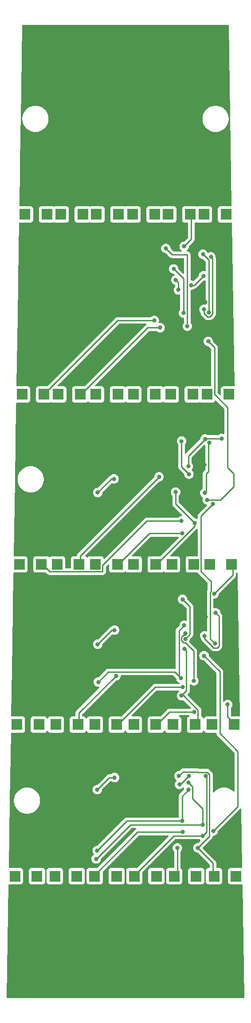
<source format=gbr>
%TF.GenerationSoftware,KiCad,Pcbnew,7.0.2*%
%TF.CreationDate,2025-02-12T15:24:12+00:00*%
%TF.ProjectId,fretboard,66726574-626f-4617-9264-2e6b69636164,rev?*%
%TF.SameCoordinates,Original*%
%TF.FileFunction,Copper,L2,Bot*%
%TF.FilePolarity,Positive*%
%FSLAX46Y46*%
G04 Gerber Fmt 4.6, Leading zero omitted, Abs format (unit mm)*
G04 Created by KiCad (PCBNEW 7.0.2) date 2025-02-12 15:24:12*
%MOMM*%
%LPD*%
G01*
G04 APERTURE LIST*
%TA.AperFunction,ComponentPad*%
%ADD10R,2.100000X2.100000*%
%TD*%
%TA.AperFunction,ViaPad*%
%ADD11C,0.800000*%
%TD*%
%TA.AperFunction,Conductor*%
%ADD12C,0.250000*%
%TD*%
G04 APERTURE END LIST*
D10*
%TO.P,J10,1,Pin_1*%
%TO.N,Net-(J10-Pin_1)*%
X18550000Y-70700000D03*
%TO.P,J10,2,Pin_2*%
%TO.N,unconnected-(J10-Pin_2-Pad2)*%
X14350000Y-70700000D03*
%TD*%
%TO.P,J19,1,Pin_1*%
%TO.N,Net-(J19-Pin_1)*%
X40250000Y-103100000D03*
%TO.P,J19,2,Pin_2*%
%TO.N,unconnected-(J19-Pin_2-Pad2)*%
X36050000Y-103100000D03*
%TD*%
%TO.P,J2,1,Pin_1*%
%TO.N,Net-(J2-Pin_1)*%
X5000000Y-36400000D03*
%TO.P,J2,2,Pin_2*%
%TO.N,unconnected-(J2-Pin_2-Pad2)*%
X800000Y-36400000D03*
%TD*%
%TO.P,J22,1,Pin_1*%
%TO.N,Net-(J22-Pin_1)*%
X18350000Y-133600000D03*
%TO.P,J22,2,Pin_2*%
%TO.N,unconnected-(J22-Pin_2-Pad2)*%
X14150000Y-133600000D03*
%TD*%
%TO.P,J8,1,Pin_1*%
%TO.N,Net-(J8-Pin_1)*%
X4450000Y-70700000D03*
%TO.P,J8,2,Pin_2*%
%TO.N,unconnected-(J8-Pin_2-Pad2)*%
X250000Y-70700000D03*
%TD*%
%TO.P,J15,1,Pin_1*%
%TO.N,Net-(J15-Pin_1)*%
X11150000Y-103100000D03*
%TO.P,J15,2,Pin_2*%
%TO.N,unconnected-(J15-Pin_2-Pad2)*%
X6950000Y-103100000D03*
%TD*%
%TO.P,J20,1,Pin_1*%
%TO.N,Net-(J20-Pin_1)*%
X3450000Y-133600000D03*
%TO.P,J20,2,Pin_2*%
%TO.N,unconnected-(J20-Pin_2-Pad2)*%
X-750000Y-133600000D03*
%TD*%
%TO.P,J31,1,Pin_1*%
%TO.N,Net-(J31-Pin_1)*%
X36900000Y-162500000D03*
%TO.P,J31,2,Pin_2*%
%TO.N,unconnected-(J31-Pin_2-Pad2)*%
X41100000Y-162500000D03*
%TD*%
%TO.P,J25,1,Pin_1*%
%TO.N,Net-(J25-Pin_1)*%
X40750000Y-133600000D03*
%TO.P,J25,2,Pin_2*%
%TO.N,unconnected-(J25-Pin_2-Pad2)*%
X36550000Y-133600000D03*
%TD*%
%TO.P,J27,1,Pin_1*%
%TO.N,Net-(J27-Pin_1)*%
X6500000Y-162500000D03*
%TO.P,J27,2,Pin_2*%
%TO.N,unconnected-(J27-Pin_2-Pad2)*%
X10700000Y-162500000D03*
%TD*%
%TO.P,J28,1,Pin_1*%
%TO.N,Net-(J28-Pin_1)*%
X14100000Y-162500000D03*
%TO.P,J28,2,Pin_2*%
%TO.N,unconnected-(J28-Pin_2-Pad2)*%
X18300000Y-162500000D03*
%TD*%
%TO.P,J30,1,Pin_1*%
%TO.N,Net-(J30-Pin_1)*%
X29300000Y-162500000D03*
%TO.P,J30,2,Pin_2*%
%TO.N,unconnected-(J30-Pin_2-Pad2)*%
X33500000Y-162500000D03*
%TD*%
%TO.P,J4,1,Pin_1*%
%TO.N,Net-(J4-Pin_1)*%
X18650000Y-36400000D03*
%TO.P,J4,2,Pin_2*%
%TO.N,unconnected-(J4-Pin_2-Pad2)*%
X14450000Y-36400000D03*
%TD*%
%TO.P,J26,1,Pin_1*%
%TO.N,Net-(J26-Pin_1)*%
X-1100000Y-162500000D03*
%TO.P,J26,2,Pin_2*%
%TO.N,unconnected-(J26-Pin_2-Pad2)*%
X3100000Y-162500000D03*
%TD*%
%TO.P,J24,1,Pin_1*%
%TO.N,Net-(J24-Pin_1)*%
X33300000Y-133600000D03*
%TO.P,J24,2,Pin_2*%
%TO.N,unconnected-(J24-Pin_2-Pad2)*%
X29100000Y-133600000D03*
%TD*%
%TO.P,J6,1,Pin_1*%
%TO.N,Net-(J6-Pin_1)*%
X32350000Y-36400000D03*
%TO.P,J6,2,Pin_2*%
%TO.N,unconnected-(J6-Pin_2-Pad2)*%
X28150000Y-36400000D03*
%TD*%
%TO.P,J7,1,Pin_1*%
%TO.N,Net-(J7-Pin_1)*%
X39200000Y-36400000D03*
%TO.P,J7,2,Pin_2*%
%TO.N,unconnected-(J7-Pin_2-Pad2)*%
X35000000Y-36400000D03*
%TD*%
%TO.P,J23,1,Pin_1*%
%TO.N,Net-(J23-Pin_1)*%
X25800000Y-133600000D03*
%TO.P,J23,2,Pin_2*%
%TO.N,unconnected-(J23-Pin_2-Pad2)*%
X21600000Y-133600000D03*
%TD*%
%TO.P,J5,1,Pin_1*%
%TO.N,Net-(J5-Pin_1)*%
X25550000Y-36400000D03*
%TO.P,J5,2,Pin_2*%
%TO.N,unconnected-(J5-Pin_2-Pad2)*%
X21350000Y-36400000D03*
%TD*%
%TO.P,J21,1,Pin_1*%
%TO.N,Net-(J21-Pin_1)*%
X10900000Y-133600000D03*
%TO.P,J21,2,Pin_2*%
%TO.N,unconnected-(J21-Pin_2-Pad2)*%
X6700000Y-133600000D03*
%TD*%
%TO.P,J18,1,Pin_1*%
%TO.N,Net-(J18-Pin_1)*%
X33050000Y-103100000D03*
%TO.P,J18,2,Pin_2*%
%TO.N,unconnected-(J18-Pin_2-Pad2)*%
X28850000Y-103100000D03*
%TD*%
%TO.P,J12,1,Pin_1*%
%TO.N,Net-(J12-Pin_1)*%
X32850000Y-70700000D03*
%TO.P,J12,2,Pin_2*%
%TO.N,unconnected-(J12-Pin_2-Pad2)*%
X28650000Y-70700000D03*
%TD*%
%TO.P,J11,1,Pin_1*%
%TO.N,Net-(J11-Pin_1)*%
X25700000Y-70700000D03*
%TO.P,J11,2,Pin_2*%
%TO.N,unconnected-(J11-Pin_2-Pad2)*%
X21500000Y-70700000D03*
%TD*%
%TO.P,J3,1,Pin_1*%
%TO.N,Net-(J3-Pin_1)*%
X11850000Y-36400000D03*
%TO.P,J3,2,Pin_2*%
%TO.N,unconnected-(J3-Pin_2-Pad2)*%
X7650000Y-36400000D03*
%TD*%
%TO.P,J16,1,Pin_1*%
%TO.N,Net-(J16-Pin_1)*%
X18450000Y-103100000D03*
%TO.P,J16,2,Pin_2*%
%TO.N,unconnected-(J16-Pin_2-Pad2)*%
X14250000Y-103100000D03*
%TD*%
%TO.P,J9,1,Pin_1*%
%TO.N,Net-(J9-Pin_1)*%
X11350000Y-70700000D03*
%TO.P,J9,2,Pin_2*%
%TO.N,unconnected-(J9-Pin_2-Pad2)*%
X7150000Y-70700000D03*
%TD*%
%TO.P,J17,1,Pin_1*%
%TO.N,Net-(J17-Pin_1)*%
X25750000Y-103100000D03*
%TO.P,J17,2,Pin_2*%
%TO.N,unconnected-(J17-Pin_2-Pad2)*%
X21550000Y-103100000D03*
%TD*%
%TO.P,J14,1,Pin_1*%
%TO.N,Net-(J14-Pin_1)*%
X3950000Y-103100000D03*
%TO.P,J14,2,Pin_2*%
%TO.N,unconnected-(J14-Pin_2-Pad2)*%
X-250000Y-103100000D03*
%TD*%
%TO.P,J13,1,Pin_1*%
%TO.N,Net-(J13-Pin_1)*%
X39750000Y-70700000D03*
%TO.P,J13,2,Pin_2*%
%TO.N,unconnected-(J13-Pin_2-Pad2)*%
X35550000Y-70700000D03*
%TD*%
%TO.P,J29,1,Pin_1*%
%TO.N,Net-(J29-Pin_1)*%
X21700000Y-162500000D03*
%TO.P,J29,2,Pin_2*%
%TO.N,unconnected-(J29-Pin_2-Pad2)*%
X25900000Y-162500000D03*
%TD*%
D11*
%TO.N,GND*%
X35100000Y-59500000D03*
X26900000Y-145800000D03*
X35300000Y-113100000D03*
X26900000Y-91800000D03*
X26700000Y-60800000D03*
X26900000Y-120700000D03*
X35200000Y-53100000D03*
X35100000Y-84100000D03*
X31800000Y-173800000D03*
X33950500Y-170006456D03*
X35100000Y-141200000D03*
%TO.N,165_LOAD*%
X14700000Y-118300000D03*
X17800000Y-86800000D03*
X17900000Y-115600000D03*
X14600000Y-146000000D03*
X14700000Y-89400000D03*
X17900000Y-143700000D03*
%TO.N,Net-(J2-Pin_1)*%
X27700000Y-42900000D03*
X31800000Y-57700000D03*
%TO.N,Net-(J4-Pin_1)*%
X31075500Y-55200000D03*
X29200000Y-46800000D03*
%TO.N,Net-(J6-Pin_1)*%
X31200000Y-42500000D03*
X30100000Y-50800000D03*
X29600000Y-48900000D03*
%TO.N,Net-(J8-Pin_1)*%
X25500000Y-56600000D03*
%TO.N,Net-(J12-Pin_1)*%
X30700000Y-79600000D03*
X32100000Y-85900000D03*
%TO.N,Net-(J14-Pin_1)*%
X30700000Y-94800000D03*
%TO.N,Net-(J16-Pin_1)*%
X30800000Y-97200000D03*
%TO.N,Net-(J18-Pin_1)*%
X30900000Y-109750500D03*
X31400000Y-117300000D03*
%TO.N,Net-(J20-Pin_1)*%
X30600000Y-124800000D03*
X31200000Y-114700000D03*
X14800000Y-125500000D03*
%TO.N,Net-(J22-Pin_1)*%
X30900000Y-126500000D03*
%TO.N,Net-(J24-Pin_1)*%
X30700000Y-128100000D03*
X31233530Y-119166470D03*
%TO.N,Net-(J28-Pin_1)*%
X30900000Y-154075500D03*
X32100000Y-143400000D03*
X30300000Y-145000000D03*
%TO.N,Net-(J30-Pin_1)*%
X29900000Y-157100000D03*
%TO.N,Net-(J3-Pin_1)*%
X35900000Y-55100000D03*
X34800201Y-44000201D03*
%TO.N,Net-(J5-Pin_1)*%
X36312299Y-44487701D03*
X35000000Y-54500000D03*
%TO.N,Net-(J7-Pin_1)*%
X32524500Y-49900000D03*
X34900000Y-48100000D03*
%TO.N,Net-(J9-Pin_1)*%
X26600000Y-58000000D03*
%TO.N,Net-(J11-Pin_1)*%
X36000000Y-79900000D03*
X35128906Y-89467035D03*
%TO.N,Net-(J13-Pin_1)*%
X35200000Y-79200000D03*
X38400000Y-79100000D03*
X32000000Y-84400000D03*
%TO.N,Net-(J15-Pin_1)*%
X26400000Y-86400000D03*
%TO.N,Net-(J17-Pin_1)*%
X29575500Y-89310227D03*
X33200000Y-95200000D03*
%TO.N,Net-(J19-Pin_1)*%
X35100000Y-116700000D03*
X36900000Y-108700000D03*
X37200000Y-112300000D03*
%TO.N,Net-(J21-Pin_1)*%
X18200000Y-124300000D03*
%TO.N,Net-(J26-Pin_1)*%
X14600000Y-157600000D03*
X32049500Y-146000000D03*
X30800000Y-151975500D03*
%TO.N,Net-(J23-Pin_1)*%
X33100000Y-131200000D03*
X31437701Y-116237701D03*
X33036128Y-125275433D03*
%TO.N,Net-(J25-Pin_1)*%
X39500000Y-129800000D03*
%TO.N,/ShiftReg1/DATA_OUT*%
X35600000Y-90800000D03*
X35800000Y-60600000D03*
%TO.N,/ShiftReg2/DATA_OUT*%
X37100000Y-118200000D03*
X36700000Y-91600000D03*
%TO.N,/ShiftReg3/DATA_OUT*%
X36750000Y-153900000D03*
X35000000Y-120500000D03*
%TO.N,Net-(J27-Pin_1)*%
X34740500Y-152700000D03*
X14400000Y-159200000D03*
X32049500Y-144700000D03*
%TO.N,Net-(J29-Pin_1)*%
X34740500Y-154800000D03*
X35300500Y-143400000D03*
%TO.N,Net-(J31-Pin_1)*%
X33800000Y-157100000D03*
X30200000Y-143400000D03*
%TD*%
D12*
%TO.N,165_LOAD*%
X17900000Y-143700000D02*
X16900000Y-143700000D01*
X17800000Y-86800000D02*
X17300000Y-86800000D01*
X17900000Y-115600000D02*
X17400000Y-115600000D01*
X17400000Y-115600000D02*
X14700000Y-118300000D01*
X16900000Y-143700000D02*
X14600000Y-146000000D01*
X17300000Y-86800000D02*
X14700000Y-89400000D01*
%TO.N,Net-(J2-Pin_1)*%
X31800000Y-44100000D02*
X28900000Y-44100000D01*
X28900000Y-44100000D02*
X27700000Y-42900000D01*
X31800000Y-57700000D02*
X31800000Y-44100000D01*
%TO.N,Net-(J4-Pin_1)*%
X31075500Y-48675500D02*
X29200000Y-46800000D01*
X31075500Y-55200000D02*
X31075500Y-48675500D01*
%TO.N,Net-(J6-Pin_1)*%
X30100000Y-50800000D02*
X30100000Y-49400000D01*
X30100000Y-49400000D02*
X29600000Y-48900000D01*
X32550000Y-41150000D02*
X32550000Y-36400000D01*
X31200000Y-42500000D02*
X32550000Y-41150000D01*
%TO.N,Net-(J8-Pin_1)*%
X4650000Y-70700000D02*
X4650000Y-70450000D01*
X4650000Y-70450000D02*
X18500000Y-56600000D01*
X18500000Y-56600000D02*
X25500000Y-56600000D01*
%TO.N,Net-(J12-Pin_1)*%
X32100000Y-85900000D02*
X30700000Y-84500000D01*
X30700000Y-84500000D02*
X30700000Y-79600000D01*
%TO.N,Net-(J14-Pin_1)*%
X15625000Y-104475000D02*
X15625000Y-103275000D01*
X5525000Y-104475000D02*
X15625000Y-104475000D01*
X15625000Y-103275000D02*
X24100000Y-94800000D01*
X24100000Y-94800000D02*
X30700000Y-94800000D01*
X4150000Y-103100000D02*
X5525000Y-104475000D01*
%TO.N,Net-(J16-Pin_1)*%
X18650000Y-103100000D02*
X24550000Y-97200000D01*
X24550000Y-97200000D02*
X30800000Y-97200000D01*
%TO.N,Net-(J18-Pin_1)*%
X30900000Y-109750500D02*
X32300000Y-111150500D01*
X32300000Y-111150500D02*
X32300000Y-116400000D01*
X32300000Y-116400000D02*
X31400000Y-117300000D01*
%TO.N,Net-(J20-Pin_1)*%
X30225000Y-115675000D02*
X30225000Y-124425000D01*
X30225000Y-124425000D02*
X30600000Y-124800000D01*
X14800000Y-125500000D02*
X16725000Y-123575000D01*
X29375000Y-123575000D02*
X17400000Y-123575000D01*
X31200000Y-114700000D02*
X30225000Y-115675000D01*
X30600000Y-124800000D02*
X29375000Y-123575000D01*
X16725000Y-123575000D02*
X17400000Y-123575000D01*
%TO.N,Net-(J22-Pin_1)*%
X30900000Y-126500000D02*
X25650000Y-126500000D01*
X25650000Y-126500000D02*
X18550000Y-133600000D01*
%TO.N,Net-(J24-Pin_1)*%
X31625000Y-119557940D02*
X31625000Y-127175000D01*
X31625000Y-127175000D02*
X30700000Y-128100000D01*
X33825000Y-133275000D02*
X33825000Y-130825000D01*
X33500000Y-133600000D02*
X33825000Y-133275000D01*
X31233530Y-119166470D02*
X31625000Y-119557940D01*
X31100000Y-128100000D02*
X30700000Y-128100000D01*
X33825000Y-130825000D02*
X31100000Y-128100000D01*
%TO.N,Net-(J28-Pin_1)*%
X22324500Y-154075500D02*
X30900000Y-154075500D01*
X30300000Y-145000000D02*
X30500000Y-145000000D01*
X30500000Y-145000000D02*
X32100000Y-143400000D01*
X13900000Y-162500000D02*
X22324500Y-154075500D01*
%TO.N,Net-(J30-Pin_1)*%
X29100000Y-162500000D02*
X29900000Y-161700000D01*
X29900000Y-161700000D02*
X29900000Y-157100000D01*
%TO.N,Net-(J3-Pin_1)*%
X35900000Y-55100000D02*
X35925000Y-55075000D01*
X35925000Y-45125000D02*
X34800201Y-44000201D01*
X35925000Y-55075000D02*
X35925000Y-45125000D01*
%TO.N,Net-(J5-Pin_1)*%
X36125305Y-55900000D02*
X36625000Y-55400305D01*
X35000000Y-54500000D02*
X35000000Y-55225305D01*
X35674695Y-55900000D02*
X36125305Y-55900000D01*
X35000000Y-55225305D02*
X35674695Y-55900000D01*
X36625000Y-44800402D02*
X36312299Y-44487701D01*
X36625000Y-55400305D02*
X36625000Y-44800402D01*
%TO.N,Net-(J7-Pin_1)*%
X33100000Y-49900000D02*
X34900000Y-48100000D01*
X32524500Y-49900000D02*
X33100000Y-49900000D01*
%TO.N,Net-(J9-Pin_1)*%
X11550000Y-70700000D02*
X24250000Y-58000000D01*
X24250000Y-58000000D02*
X26600000Y-58000000D01*
%TO.N,Net-(J11-Pin_1)*%
X35375000Y-85812689D02*
X35825000Y-85362689D01*
X35825000Y-80075000D02*
X36000000Y-79900000D01*
X35375000Y-89220941D02*
X35375000Y-85812689D01*
X35128906Y-89467035D02*
X35375000Y-89220941D01*
X35825000Y-85362689D02*
X35825000Y-80075000D01*
%TO.N,Net-(J13-Pin_1)*%
X38400000Y-79100000D02*
X35300000Y-79100000D01*
X32000000Y-82400000D02*
X35200000Y-79200000D01*
X32000000Y-84400000D02*
X32000000Y-82400000D01*
X35300000Y-79100000D02*
X35200000Y-79200000D01*
%TO.N,Net-(J15-Pin_1)*%
X11350000Y-101450000D02*
X26400000Y-86400000D01*
X11350000Y-103100000D02*
X11350000Y-101450000D01*
%TO.N,Net-(J17-Pin_1)*%
X29575500Y-89310227D02*
X29575500Y-91575500D01*
X29575500Y-91575500D02*
X33200000Y-95200000D01*
X33200000Y-95850000D02*
X33200000Y-95200000D01*
X25950000Y-103100000D02*
X33200000Y-95850000D01*
%TO.N,Net-(J19-Pin_1)*%
X40450000Y-105150000D02*
X40450000Y-103100000D01*
X36874695Y-119000000D02*
X35100000Y-117225305D01*
X37200000Y-112300000D02*
X37825000Y-112925000D01*
X37500000Y-119000000D02*
X36874695Y-119000000D01*
X36900000Y-108700000D02*
X40450000Y-105150000D01*
X35100000Y-117225305D02*
X35100000Y-116700000D01*
X37825000Y-112925000D02*
X37825000Y-118675000D01*
X37825000Y-118675000D02*
X37500000Y-119000000D01*
%TO.N,Net-(J21-Pin_1)*%
X11100000Y-131400000D02*
X11100000Y-133600000D01*
X18200000Y-124300000D02*
X11100000Y-131400000D01*
%TO.N,Net-(J26-Pin_1)*%
X30800000Y-147249500D02*
X32049500Y-146000000D01*
X30800000Y-151975500D02*
X30800000Y-147249500D01*
X14600000Y-157600000D02*
X20224500Y-151975500D01*
X20224500Y-151975500D02*
X30800000Y-151975500D01*
%TO.N,Net-(J23-Pin_1)*%
X28400000Y-131200000D02*
X26000000Y-133600000D01*
X30675000Y-116999695D02*
X30675000Y-117600305D01*
X31425000Y-116575000D02*
X31099695Y-116575000D01*
X33036128Y-119636128D02*
X33036128Y-125275433D01*
X31425000Y-118025000D02*
X33036128Y-119636128D01*
X31425000Y-116250402D02*
X31425000Y-116575000D01*
X31099695Y-116575000D02*
X30675000Y-116999695D01*
X31437701Y-116237701D02*
X31425000Y-116250402D01*
X30675000Y-117600305D02*
X31099695Y-118025000D01*
X33100000Y-131200000D02*
X28400000Y-131200000D01*
X31099695Y-118025000D02*
X31425000Y-118025000D01*
%TO.N,Net-(J25-Pin_1)*%
X39500000Y-132150000D02*
X40950000Y-133600000D01*
X39500000Y-129800000D02*
X39500000Y-132150000D01*
%TO.N,/ShiftReg1/DATA_OUT*%
X40625000Y-88275000D02*
X40625000Y-85812689D01*
X37000000Y-70700000D02*
X37000000Y-61800000D01*
X35600000Y-90800000D02*
X38100000Y-90800000D01*
X37000000Y-61800000D02*
X35800000Y-60600000D01*
X39475000Y-73175000D02*
X37000000Y-70700000D01*
X40625000Y-85812689D02*
X39475000Y-84662689D01*
X38100000Y-90800000D02*
X40625000Y-88275000D01*
X39475000Y-84662689D02*
X39475000Y-73175000D01*
%TO.N,/ShiftReg2/DATA_OUT*%
X34425000Y-93875000D02*
X36700000Y-91600000D01*
X36300000Y-108274695D02*
X36300000Y-106350000D01*
X36300000Y-106350000D02*
X34425000Y-104475000D01*
X34425000Y-104475000D02*
X34425000Y-93875000D01*
X36175000Y-117275000D02*
X36175000Y-108399695D01*
X37100000Y-118200000D02*
X36175000Y-117275000D01*
X36175000Y-108399695D02*
X36300000Y-108274695D01*
%TO.N,/ShiftReg3/DATA_OUT*%
X38000000Y-135275000D02*
X38000000Y-123500000D01*
X36750000Y-153900000D02*
X41425000Y-149225000D01*
X41425000Y-138700000D02*
X38000000Y-135275000D01*
X38000000Y-123500000D02*
X35000000Y-120500000D01*
X41425000Y-149225000D02*
X41425000Y-138700000D01*
%TO.N,Net-(J27-Pin_1)*%
X20899500Y-152700500D02*
X34740000Y-152700500D01*
X14400000Y-159200000D02*
X20899500Y-152700500D01*
X32774500Y-147674500D02*
X32774500Y-145425000D01*
X34740500Y-152700000D02*
X34740500Y-149640500D01*
X34740500Y-149640500D02*
X32774500Y-147674500D01*
X34740000Y-152700500D02*
X34740500Y-152700000D01*
X32774500Y-145425000D02*
X32049500Y-144700000D01*
%TO.N,Net-(J29-Pin_1)*%
X35465500Y-143565000D02*
X35465500Y-154075000D01*
X29200000Y-154800000D02*
X34740500Y-154800000D01*
X21500000Y-162500000D02*
X29200000Y-154800000D01*
X35465500Y-154075000D02*
X34740500Y-154800000D01*
X35300500Y-143400000D02*
X35465500Y-143565000D01*
%TO.N,Net-(J31-Pin_1)*%
X36025500Y-154874500D02*
X33800000Y-157100000D01*
X36025500Y-143099695D02*
X36025500Y-154874500D01*
X36700000Y-162500000D02*
X36700000Y-160000000D01*
X33800000Y-142600000D02*
X33875000Y-142675000D01*
X31000000Y-142600000D02*
X33800000Y-142600000D01*
X36700000Y-160000000D02*
X33800000Y-157100000D01*
X30200000Y-143400000D02*
X31000000Y-142600000D01*
X33875000Y-142675000D02*
X35600805Y-142675000D01*
X35600805Y-142675000D02*
X36025500Y-143099695D01*
%TD*%
%TA.AperFunction,Conductor*%
%TO.N,GND*%
G36*
X39649331Y-320185D02*
G01*
X39695086Y-372989D01*
X39706276Y-422500D01*
X40259516Y-34723500D01*
X40240915Y-34790848D01*
X40188856Y-34837449D01*
X40135532Y-34849500D01*
X38105439Y-34849500D01*
X38105420Y-34849500D01*
X38102128Y-34849501D01*
X38098848Y-34849853D01*
X38098840Y-34849854D01*
X38042515Y-34855909D01*
X37907669Y-34906204D01*
X37792454Y-34992454D01*
X37706204Y-35107668D01*
X37655910Y-35242515D01*
X37655909Y-35242517D01*
X37649500Y-35302127D01*
X37649500Y-35305448D01*
X37649500Y-35305449D01*
X37649500Y-37494560D01*
X37649500Y-37494578D01*
X37649501Y-37497872D01*
X37655909Y-37557483D01*
X37706204Y-37692331D01*
X37792454Y-37807546D01*
X37907669Y-37893796D01*
X38042517Y-37944091D01*
X38102127Y-37950500D01*
X40189548Y-37950499D01*
X40256587Y-37970184D01*
X40302342Y-38022987D01*
X40313532Y-38072499D01*
X40812742Y-69023500D01*
X40794141Y-69090848D01*
X40742082Y-69137449D01*
X40688758Y-69149500D01*
X38655439Y-69149500D01*
X38655420Y-69149500D01*
X38652128Y-69149501D01*
X38648848Y-69149853D01*
X38648840Y-69149854D01*
X38592515Y-69155909D01*
X38457669Y-69206204D01*
X38342454Y-69292454D01*
X38256204Y-69407668D01*
X38205910Y-69542515D01*
X38205909Y-69542517D01*
X38199500Y-69602127D01*
X38199500Y-69605449D01*
X38199500Y-70715547D01*
X38179815Y-70782586D01*
X38127011Y-70828341D01*
X38057853Y-70838285D01*
X37994297Y-70809260D01*
X37987819Y-70803228D01*
X37661819Y-70477228D01*
X37628334Y-70415905D01*
X37625500Y-70389547D01*
X37625500Y-61882739D01*
X37627763Y-61862238D01*
X37625561Y-61792144D01*
X37625500Y-61788250D01*
X37625500Y-61764544D01*
X37625500Y-61760650D01*
X37624998Y-61756681D01*
X37624080Y-61745024D01*
X37622709Y-61701373D01*
X37617120Y-61682140D01*
X37613174Y-61663082D01*
X37610664Y-61643208D01*
X37594588Y-61602606D01*
X37590804Y-61591552D01*
X37578619Y-61549613D01*
X37578618Y-61549612D01*
X37578618Y-61549610D01*
X37568417Y-61532361D01*
X37559860Y-61514895D01*
X37552486Y-61496268D01*
X37526813Y-61460932D01*
X37520402Y-61451172D01*
X37498169Y-61413578D01*
X37484006Y-61399415D01*
X37471369Y-61384620D01*
X37459595Y-61368414D01*
X37459594Y-61368413D01*
X37425935Y-61340568D01*
X37417305Y-61332714D01*
X36738960Y-60654369D01*
X36705475Y-60593046D01*
X36703323Y-60579668D01*
X36685674Y-60411744D01*
X36627179Y-60231716D01*
X36627179Y-60231715D01*
X36532533Y-60067783D01*
X36405870Y-59927110D01*
X36252730Y-59815848D01*
X36079802Y-59738855D01*
X35894648Y-59699500D01*
X35894646Y-59699500D01*
X35705354Y-59699500D01*
X35705352Y-59699500D01*
X35520197Y-59738855D01*
X35347269Y-59815848D01*
X35194129Y-59927110D01*
X35067466Y-60067783D01*
X34972820Y-60231715D01*
X34914326Y-60411742D01*
X34894540Y-60600000D01*
X34914326Y-60788257D01*
X34972820Y-60968284D01*
X35067466Y-61132216D01*
X35194129Y-61272889D01*
X35347269Y-61384151D01*
X35520197Y-61461144D01*
X35705352Y-61500500D01*
X35705354Y-61500500D01*
X35764548Y-61500500D01*
X35831587Y-61520185D01*
X35852229Y-61536819D01*
X36338181Y-62022771D01*
X36371666Y-62084094D01*
X36374500Y-62110452D01*
X36374500Y-69025500D01*
X36354815Y-69092539D01*
X36302011Y-69138294D01*
X36250500Y-69149500D01*
X34455439Y-69149500D01*
X34455420Y-69149500D01*
X34452128Y-69149501D01*
X34448848Y-69149853D01*
X34448840Y-69149854D01*
X34392515Y-69155909D01*
X34243333Y-69211551D01*
X34173641Y-69216535D01*
X34156667Y-69211551D01*
X34007485Y-69155909D01*
X33951166Y-69149854D01*
X33951165Y-69149853D01*
X33947873Y-69149500D01*
X33944550Y-69149500D01*
X31755439Y-69149500D01*
X31755420Y-69149500D01*
X31752128Y-69149501D01*
X31748848Y-69149853D01*
X31748840Y-69149854D01*
X31692515Y-69155909D01*
X31557669Y-69206204D01*
X31442454Y-69292454D01*
X31356204Y-69407668D01*
X31305910Y-69542515D01*
X31305909Y-69542517D01*
X31299500Y-69602127D01*
X31299500Y-69605448D01*
X31299500Y-69605449D01*
X31299500Y-71794560D01*
X31299500Y-71794578D01*
X31299501Y-71797872D01*
X31305909Y-71857483D01*
X31356204Y-71992331D01*
X31442454Y-72107546D01*
X31557669Y-72193796D01*
X31692517Y-72244091D01*
X31752127Y-72250500D01*
X33947872Y-72250499D01*
X34007483Y-72244091D01*
X34142331Y-72193796D01*
X34142335Y-72193792D01*
X34156665Y-72188448D01*
X34226357Y-72183464D01*
X34243333Y-72188448D01*
X34257666Y-72193794D01*
X34257669Y-72193796D01*
X34392517Y-72244091D01*
X34452127Y-72250500D01*
X36647872Y-72250499D01*
X36707483Y-72244091D01*
X36842331Y-72193796D01*
X36957546Y-72107546D01*
X37043796Y-71992331D01*
X37075236Y-71908035D01*
X37117106Y-71852103D01*
X37182570Y-71827685D01*
X37250843Y-71842536D01*
X37279098Y-71863688D01*
X38813181Y-73397771D01*
X38846666Y-73459094D01*
X38849500Y-73485452D01*
X38849500Y-78123466D01*
X38829815Y-78190505D01*
X38777011Y-78236260D01*
X38707853Y-78246204D01*
X38689582Y-78240934D01*
X38494648Y-78199500D01*
X38494646Y-78199500D01*
X38305354Y-78199500D01*
X38305352Y-78199500D01*
X38120197Y-78238855D01*
X37947272Y-78315847D01*
X37915603Y-78338856D01*
X37794129Y-78427112D01*
X37788401Y-78433472D01*
X37728916Y-78470121D01*
X37696253Y-78474500D01*
X35773746Y-78474500D01*
X35706707Y-78454815D01*
X35700880Y-78450831D01*
X35652730Y-78415849D01*
X35652726Y-78415847D01*
X35479802Y-78338855D01*
X35294648Y-78299500D01*
X35294646Y-78299500D01*
X35105354Y-78299500D01*
X35105352Y-78299500D01*
X34920197Y-78338855D01*
X34747269Y-78415848D01*
X34594129Y-78527110D01*
X34467466Y-78667783D01*
X34372820Y-78831715D01*
X34314326Y-79011742D01*
X34296679Y-79179649D01*
X34270094Y-79244263D01*
X34261039Y-79254368D01*
X31616208Y-81899199D01*
X31600110Y-81912096D01*
X31552096Y-81963225D01*
X31549387Y-81966020D01*
X31537180Y-81978227D01*
X31475857Y-82011712D01*
X31406165Y-82006728D01*
X31350232Y-81964856D01*
X31325815Y-81899392D01*
X31325500Y-81890573D01*
X31325500Y-80298687D01*
X31345185Y-80231647D01*
X31357350Y-80215714D01*
X31416382Y-80150153D01*
X31432533Y-80132216D01*
X31527179Y-79968284D01*
X31585674Y-79788256D01*
X31605460Y-79600000D01*
X31585674Y-79411744D01*
X31527179Y-79231716D01*
X31527179Y-79231715D01*
X31432533Y-79067783D01*
X31305870Y-78927110D01*
X31152730Y-78815848D01*
X30979802Y-78738855D01*
X30794648Y-78699500D01*
X30794646Y-78699500D01*
X30605354Y-78699500D01*
X30605352Y-78699500D01*
X30420197Y-78738855D01*
X30247269Y-78815848D01*
X30094129Y-78927110D01*
X29967466Y-79067783D01*
X29872820Y-79231715D01*
X29814326Y-79411742D01*
X29794540Y-79600000D01*
X29814326Y-79788257D01*
X29872820Y-79968284D01*
X29967464Y-80132213D01*
X30042650Y-80215714D01*
X30072880Y-80278706D01*
X30074500Y-80298687D01*
X30074499Y-84417256D01*
X30072235Y-84437763D01*
X30074439Y-84507872D01*
X30074500Y-84511767D01*
X30074500Y-84539350D01*
X30074988Y-84543219D01*
X30074989Y-84543225D01*
X30075004Y-84543343D01*
X30075918Y-84554967D01*
X30077290Y-84598626D01*
X30082879Y-84617860D01*
X30086825Y-84636916D01*
X30089335Y-84656792D01*
X30105414Y-84697404D01*
X30109197Y-84708451D01*
X30121382Y-84750391D01*
X30131580Y-84767635D01*
X30140136Y-84785100D01*
X30147514Y-84803732D01*
X30147515Y-84803733D01*
X30173180Y-84839059D01*
X30179593Y-84848822D01*
X30201826Y-84886416D01*
X30201829Y-84886419D01*
X30201830Y-84886420D01*
X30215995Y-84900585D01*
X30228627Y-84915375D01*
X30240406Y-84931587D01*
X30274058Y-84959426D01*
X30282699Y-84967289D01*
X31161038Y-85845629D01*
X31194523Y-85906952D01*
X31196678Y-85920348D01*
X31214326Y-86088257D01*
X31272820Y-86268284D01*
X31367466Y-86432216D01*
X31494129Y-86572889D01*
X31647269Y-86684151D01*
X31820197Y-86761144D01*
X32005352Y-86800500D01*
X32005354Y-86800500D01*
X32194648Y-86800500D01*
X32318083Y-86774262D01*
X32379803Y-86761144D01*
X32552730Y-86684151D01*
X32652393Y-86611742D01*
X32705870Y-86572889D01*
X32832533Y-86432216D01*
X32927179Y-86268284D01*
X32937491Y-86236547D01*
X32985674Y-86088256D01*
X33005460Y-85900000D01*
X32985674Y-85711744D01*
X32949365Y-85599998D01*
X32927179Y-85531715D01*
X32832533Y-85367783D01*
X32705871Y-85227112D01*
X32672885Y-85203146D01*
X32630220Y-85147816D01*
X32624241Y-85078202D01*
X32653622Y-85019855D01*
X32732533Y-84932216D01*
X32827179Y-84768284D01*
X32869863Y-84636916D01*
X32885674Y-84588256D01*
X32905460Y-84400000D01*
X32885674Y-84211744D01*
X32827179Y-84031716D01*
X32827179Y-84031715D01*
X32732533Y-83867783D01*
X32657350Y-83784284D01*
X32627120Y-83721293D01*
X32625500Y-83701312D01*
X32625500Y-82710452D01*
X32645185Y-82643413D01*
X32661819Y-82622771D01*
X33394044Y-81890546D01*
X34987821Y-80296768D01*
X35049142Y-80263285D01*
X35118834Y-80268269D01*
X35174767Y-80310141D01*
X35199184Y-80375605D01*
X35199500Y-80384451D01*
X35199500Y-85052236D01*
X35179815Y-85119275D01*
X35163181Y-85139917D01*
X34991211Y-85311886D01*
X34975112Y-85324784D01*
X34927097Y-85375913D01*
X34924393Y-85378704D01*
X34907628Y-85395469D01*
X34907621Y-85395476D01*
X34904880Y-85398218D01*
X34902499Y-85401286D01*
X34902490Y-85401297D01*
X34902411Y-85401400D01*
X34894842Y-85410261D01*
X34864935Y-85442109D01*
X34855285Y-85459663D01*
X34844609Y-85475917D01*
X34832326Y-85491752D01*
X34814975Y-85531847D01*
X34809838Y-85542333D01*
X34788802Y-85580596D01*
X34783821Y-85599998D01*
X34777520Y-85618400D01*
X34769561Y-85636791D01*
X34762728Y-85679931D01*
X34760360Y-85691363D01*
X34749500Y-85733666D01*
X34749500Y-85753705D01*
X34747973Y-85773103D01*
X34744840Y-85792883D01*
X34748950Y-85836362D01*
X34749500Y-85848032D01*
X34749500Y-88569711D01*
X34729815Y-88636750D01*
X34686214Y-88674529D01*
X34686719Y-88675224D01*
X34678638Y-88681094D01*
X34677011Y-88682505D01*
X34676183Y-88682878D01*
X34523035Y-88794146D01*
X34396372Y-88934818D01*
X34301726Y-89098750D01*
X34243232Y-89278777D01*
X34223446Y-89467035D01*
X34243232Y-89655292D01*
X34301726Y-89835319D01*
X34396372Y-89999251D01*
X34523035Y-90139924D01*
X34676173Y-90251184D01*
X34676176Y-90251186D01*
X34710163Y-90266318D01*
X34763400Y-90311568D01*
X34783722Y-90378417D01*
X34773277Y-90418160D01*
X34776848Y-90419321D01*
X34714326Y-90611742D01*
X34694540Y-90800000D01*
X34714326Y-90988257D01*
X34772820Y-91168284D01*
X34867466Y-91332216D01*
X34994129Y-91472889D01*
X35147269Y-91584151D01*
X35320193Y-91661143D01*
X35320196Y-91661143D01*
X35320197Y-91661144D01*
X35454787Y-91689751D01*
X35516266Y-91722943D01*
X35550043Y-91784105D01*
X35545391Y-91853820D01*
X35516685Y-91898722D01*
X34041208Y-93374199D01*
X34025110Y-93387096D01*
X33977096Y-93438225D01*
X33974392Y-93441016D01*
X33957628Y-93457780D01*
X33957621Y-93457787D01*
X33954880Y-93460529D01*
X33952499Y-93463597D01*
X33952490Y-93463608D01*
X33952411Y-93463711D01*
X33944842Y-93472572D01*
X33914935Y-93504420D01*
X33905285Y-93521974D01*
X33894609Y-93538228D01*
X33882326Y-93554063D01*
X33864975Y-93594158D01*
X33859838Y-93604644D01*
X33838802Y-93642907D01*
X33833821Y-93662309D01*
X33827520Y-93680711D01*
X33819561Y-93699102D01*
X33812728Y-93742242D01*
X33810360Y-93753674D01*
X33799500Y-93795977D01*
X33799500Y-93816016D01*
X33797973Y-93835414D01*
X33794840Y-93855194D01*
X33798950Y-93898673D01*
X33799500Y-93910343D01*
X33799500Y-94290251D01*
X33779815Y-94357290D01*
X33727011Y-94403045D01*
X33657853Y-94412989D01*
X33625064Y-94403531D01*
X33483284Y-94340406D01*
X33479803Y-94338856D01*
X33479802Y-94338855D01*
X33479798Y-94338854D01*
X33294648Y-94299500D01*
X33294646Y-94299500D01*
X33235452Y-94299500D01*
X33168413Y-94279815D01*
X33147771Y-94263181D01*
X30237319Y-91352728D01*
X30203834Y-91291405D01*
X30201000Y-91265047D01*
X30201000Y-90008914D01*
X30220685Y-89941875D01*
X30232850Y-89925941D01*
X30266457Y-89888617D01*
X30308033Y-89842443D01*
X30402679Y-89678511D01*
X30461174Y-89498483D01*
X30480960Y-89310227D01*
X30461174Y-89121971D01*
X30402679Y-88941943D01*
X30402679Y-88941942D01*
X30308033Y-88778010D01*
X30181370Y-88637337D01*
X30028230Y-88526075D01*
X29855302Y-88449082D01*
X29670148Y-88409727D01*
X29670146Y-88409727D01*
X29480854Y-88409727D01*
X29480852Y-88409727D01*
X29295697Y-88449082D01*
X29122769Y-88526075D01*
X28969629Y-88637337D01*
X28842966Y-88778010D01*
X28748320Y-88941942D01*
X28689826Y-89121969D01*
X28670040Y-89310227D01*
X28689826Y-89498484D01*
X28748320Y-89678511D01*
X28842966Y-89842443D01*
X28918149Y-89925942D01*
X28948379Y-89988934D01*
X28949999Y-90008914D01*
X28950000Y-91492756D01*
X28947735Y-91513266D01*
X28949939Y-91583372D01*
X28950000Y-91587267D01*
X28950000Y-91614850D01*
X28950488Y-91618719D01*
X28950489Y-91618725D01*
X28950504Y-91618843D01*
X28951418Y-91630467D01*
X28952790Y-91674126D01*
X28958379Y-91693360D01*
X28962325Y-91712416D01*
X28964835Y-91732292D01*
X28980914Y-91772904D01*
X28984697Y-91783951D01*
X28996882Y-91825891D01*
X29007080Y-91843135D01*
X29015636Y-91860600D01*
X29023014Y-91879232D01*
X29023015Y-91879233D01*
X29048680Y-91914559D01*
X29055093Y-91924322D01*
X29077326Y-91961916D01*
X29077329Y-91961919D01*
X29077330Y-91961920D01*
X29091495Y-91976085D01*
X29104127Y-91990875D01*
X29115906Y-92007087D01*
X29149558Y-92034926D01*
X29158199Y-92042789D01*
X30803229Y-93687819D01*
X30836714Y-93749142D01*
X30831730Y-93818834D01*
X30789858Y-93874767D01*
X30724394Y-93899184D01*
X30715548Y-93899500D01*
X30605352Y-93899500D01*
X30420197Y-93938855D01*
X30247272Y-94015847D01*
X30145175Y-94090024D01*
X30094129Y-94127112D01*
X30088401Y-94133472D01*
X30028916Y-94170121D01*
X29996253Y-94174500D01*
X24182744Y-94174500D01*
X24162237Y-94172235D01*
X24092127Y-94174439D01*
X24088232Y-94174500D01*
X24060650Y-94174500D01*
X24056805Y-94174985D01*
X24056780Y-94174987D01*
X24056653Y-94175004D01*
X24045033Y-94175918D01*
X24001369Y-94177290D01*
X23982129Y-94182880D01*
X23963081Y-94186825D01*
X23943209Y-94189335D01*
X23902599Y-94205413D01*
X23891554Y-94209194D01*
X23849610Y-94221381D01*
X23832365Y-94231579D01*
X23814904Y-94240133D01*
X23796267Y-94247512D01*
X23760931Y-94273185D01*
X23751174Y-94279595D01*
X23713580Y-94301829D01*
X23699413Y-94315996D01*
X23684624Y-94328626D01*
X23668413Y-94340404D01*
X23640572Y-94374058D01*
X23632711Y-94382697D01*
X16004421Y-102010986D01*
X15943098Y-102044471D01*
X15873406Y-102039487D01*
X15817473Y-101997615D01*
X15801280Y-101956458D01*
X15799534Y-101957110D01*
X15791494Y-101935554D01*
X15743796Y-101807669D01*
X15657546Y-101692454D01*
X15542331Y-101606204D01*
X15407483Y-101555909D01*
X15347873Y-101549500D01*
X15344550Y-101549500D01*
X13155439Y-101549500D01*
X13155420Y-101549500D01*
X13152128Y-101549501D01*
X13148848Y-101549853D01*
X13148840Y-101549854D01*
X13092515Y-101555909D01*
X12957669Y-101606204D01*
X12842453Y-101692454D01*
X12799267Y-101750144D01*
X12743333Y-101792015D01*
X12673641Y-101796999D01*
X12612318Y-101763514D01*
X12600733Y-101750144D01*
X12557546Y-101692454D01*
X12557545Y-101692453D01*
X12442331Y-101606204D01*
X12442329Y-101606203D01*
X12358034Y-101574762D01*
X12302101Y-101532891D01*
X12277685Y-101467426D01*
X12292537Y-101399153D01*
X12313684Y-101370904D01*
X26347771Y-87336819D01*
X26409095Y-87303334D01*
X26435453Y-87300500D01*
X26494648Y-87300500D01*
X26618083Y-87274262D01*
X26679803Y-87261144D01*
X26852730Y-87184151D01*
X27005871Y-87072888D01*
X27132533Y-86932216D01*
X27227179Y-86768284D01*
X27285674Y-86588256D01*
X27305460Y-86400000D01*
X27285674Y-86211744D01*
X27255332Y-86118363D01*
X27227179Y-86031715D01*
X27132533Y-85867783D01*
X27005870Y-85727110D01*
X26852730Y-85615848D01*
X26679802Y-85538855D01*
X26494648Y-85499500D01*
X26494646Y-85499500D01*
X26305354Y-85499500D01*
X26305352Y-85499500D01*
X26120197Y-85538855D01*
X25947269Y-85615848D01*
X25794129Y-85727110D01*
X25667466Y-85867783D01*
X25572820Y-86031715D01*
X25514326Y-86211742D01*
X25496679Y-86379649D01*
X25470094Y-86444263D01*
X25461039Y-86454368D01*
X10966208Y-100949199D01*
X10950110Y-100962096D01*
X10902096Y-101013225D01*
X10899392Y-101016016D01*
X10882628Y-101032780D01*
X10882621Y-101032787D01*
X10879880Y-101035529D01*
X10877499Y-101038597D01*
X10877490Y-101038608D01*
X10877411Y-101038711D01*
X10869842Y-101047572D01*
X10839935Y-101079420D01*
X10830285Y-101096974D01*
X10819609Y-101113228D01*
X10807326Y-101129063D01*
X10789975Y-101169158D01*
X10784838Y-101179644D01*
X10763802Y-101217907D01*
X10758821Y-101237309D01*
X10752520Y-101255711D01*
X10744561Y-101274102D01*
X10737728Y-101317242D01*
X10735360Y-101328674D01*
X10724500Y-101370977D01*
X10724500Y-101391016D01*
X10722973Y-101410415D01*
X10717511Y-101444899D01*
X10687581Y-101508033D01*
X10628269Y-101544964D01*
X10595038Y-101549500D01*
X10055439Y-101549500D01*
X10055420Y-101549500D01*
X10052128Y-101549501D01*
X10048848Y-101549853D01*
X10048840Y-101549854D01*
X9992515Y-101555909D01*
X9857669Y-101606204D01*
X9742454Y-101692454D01*
X9656204Y-101807668D01*
X9605909Y-101942516D01*
X9600000Y-101997481D01*
X9599500Y-102002127D01*
X9599500Y-102885089D01*
X9599501Y-103725500D01*
X9579816Y-103792539D01*
X9527013Y-103838294D01*
X9475501Y-103849500D01*
X8624500Y-103849500D01*
X8557461Y-103829815D01*
X8511706Y-103777011D01*
X8500500Y-103725500D01*
X8500499Y-102005439D01*
X8500499Y-102002128D01*
X8494091Y-101942517D01*
X8443796Y-101807669D01*
X8357546Y-101692454D01*
X8242331Y-101606204D01*
X8107483Y-101555909D01*
X8047873Y-101549500D01*
X8044550Y-101549500D01*
X5855439Y-101549500D01*
X5855420Y-101549500D01*
X5852128Y-101549501D01*
X5848848Y-101549853D01*
X5848840Y-101549854D01*
X5792515Y-101555909D01*
X5657669Y-101606204D01*
X5528182Y-101703138D01*
X5526262Y-101700573D01*
X5493322Y-101725227D01*
X5423630Y-101730205D01*
X5372472Y-101702264D01*
X5371818Y-101703138D01*
X5365736Y-101698585D01*
X5362310Y-101696714D01*
X5360599Y-101694739D01*
X5242331Y-101606204D01*
X5107483Y-101555909D01*
X5051166Y-101549854D01*
X5051165Y-101549853D01*
X5047873Y-101549500D01*
X5044550Y-101549500D01*
X2855439Y-101549500D01*
X2855420Y-101549500D01*
X2852128Y-101549501D01*
X2848848Y-101549853D01*
X2848840Y-101549854D01*
X2792515Y-101555909D01*
X2657669Y-101606204D01*
X2542454Y-101692454D01*
X2456204Y-101807668D01*
X2405909Y-101942516D01*
X2400000Y-101997481D01*
X2399500Y-102002127D01*
X2399500Y-102005448D01*
X2399500Y-102005449D01*
X2399500Y-104194560D01*
X2399500Y-104194578D01*
X2399501Y-104197872D01*
X2405909Y-104257483D01*
X2456204Y-104392331D01*
X2542454Y-104507546D01*
X2657669Y-104593796D01*
X2792517Y-104644091D01*
X2852127Y-104650500D01*
X4764547Y-104650499D01*
X4831586Y-104670184D01*
X4852228Y-104686818D01*
X5024197Y-104858787D01*
X5037098Y-104874889D01*
X5039212Y-104876874D01*
X5039214Y-104876877D01*
X5070852Y-104906587D01*
X5088240Y-104922916D01*
X5091036Y-104925626D01*
X5110530Y-104945120D01*
X5113615Y-104947513D01*
X5113701Y-104947580D01*
X5122573Y-104955158D01*
X5154418Y-104985062D01*
X5171974Y-104994714D01*
X5188231Y-105005392D01*
X5204064Y-105017674D01*
X5220185Y-105024649D01*
X5244156Y-105035023D01*
X5254643Y-105040160D01*
X5292908Y-105061197D01*
X5312316Y-105066180D01*
X5330710Y-105072478D01*
X5349105Y-105080438D01*
X5392254Y-105087271D01*
X5403680Y-105089638D01*
X5412029Y-105091782D01*
X5445980Y-105100500D01*
X5445981Y-105100500D01*
X5466016Y-105100500D01*
X5485413Y-105102026D01*
X5505196Y-105105160D01*
X5548674Y-105101050D01*
X5560344Y-105100500D01*
X15554151Y-105100500D01*
X15577385Y-105102696D01*
X15585412Y-105104227D01*
X15640759Y-105100745D01*
X15648545Y-105100500D01*
X15660458Y-105100500D01*
X15664350Y-105100500D01*
X15680042Y-105098517D01*
X15687738Y-105097788D01*
X15743138Y-105094304D01*
X15750902Y-105091781D01*
X15773676Y-105086689D01*
X15781792Y-105085664D01*
X15833396Y-105065231D01*
X15840671Y-105062612D01*
X15893441Y-105045467D01*
X15900337Y-105041090D01*
X15921132Y-105030494D01*
X15928732Y-105027486D01*
X15973624Y-104994869D01*
X15980026Y-104990517D01*
X16026877Y-104960786D01*
X16032461Y-104954838D01*
X16049979Y-104939394D01*
X16056587Y-104934594D01*
X16056588Y-104934591D01*
X16056590Y-104934591D01*
X16091938Y-104891861D01*
X16097080Y-104886027D01*
X16135062Y-104845582D01*
X16138999Y-104838418D01*
X16152119Y-104819114D01*
X16157324Y-104812823D01*
X16180942Y-104762630D01*
X16184467Y-104755711D01*
X16211197Y-104707092D01*
X16213228Y-104699177D01*
X16221132Y-104677223D01*
X16224614Y-104669826D01*
X16235010Y-104615325D01*
X16236698Y-104607768D01*
X16250500Y-104554019D01*
X16250499Y-104545848D01*
X16252697Y-104522603D01*
X16254227Y-104514588D01*
X16250745Y-104459241D01*
X16250500Y-104451455D01*
X16250500Y-103585451D01*
X16270185Y-103518412D01*
X16286815Y-103497774D01*
X16687819Y-103096769D01*
X16749142Y-103063285D01*
X16818834Y-103068269D01*
X16874767Y-103110141D01*
X16899184Y-103175605D01*
X16899500Y-103184451D01*
X16899500Y-104194560D01*
X16899500Y-104194578D01*
X16899501Y-104197872D01*
X16905909Y-104257483D01*
X16956204Y-104392331D01*
X17042454Y-104507546D01*
X17157669Y-104593796D01*
X17292517Y-104644091D01*
X17352127Y-104650500D01*
X19547872Y-104650499D01*
X19607483Y-104644091D01*
X19742331Y-104593796D01*
X19857546Y-104507546D01*
X19900734Y-104449854D01*
X19956667Y-104407984D01*
X20026358Y-104403000D01*
X20087681Y-104436485D01*
X20099263Y-104449850D01*
X20142454Y-104507546D01*
X20257669Y-104593796D01*
X20392517Y-104644091D01*
X20452127Y-104650500D01*
X22647872Y-104650499D01*
X22707483Y-104644091D01*
X22842331Y-104593796D01*
X22957546Y-104507546D01*
X23043796Y-104392331D01*
X23094091Y-104257483D01*
X23100500Y-104197873D01*
X23100499Y-102002128D01*
X23094091Y-101942517D01*
X23043796Y-101807669D01*
X22957546Y-101692454D01*
X22842331Y-101606204D01*
X22707483Y-101555909D01*
X22647873Y-101549500D01*
X22644551Y-101549500D01*
X21384451Y-101549500D01*
X21317412Y-101529815D01*
X21271657Y-101477011D01*
X21261713Y-101407853D01*
X21290738Y-101344297D01*
X21296770Y-101337819D01*
X24772772Y-97861819D01*
X24834095Y-97828334D01*
X24860453Y-97825500D01*
X30040546Y-97825500D01*
X30107585Y-97845185D01*
X30153340Y-97897989D01*
X30163284Y-97967147D01*
X30134259Y-98030703D01*
X30128227Y-98037181D01*
X26652226Y-101513181D01*
X26590903Y-101546666D01*
X26564545Y-101549500D01*
X24655439Y-101549500D01*
X24655420Y-101549500D01*
X24652128Y-101549501D01*
X24648848Y-101549853D01*
X24648840Y-101549854D01*
X24592515Y-101555909D01*
X24457669Y-101606204D01*
X24342454Y-101692454D01*
X24256204Y-101807668D01*
X24205909Y-101942516D01*
X24200000Y-101997481D01*
X24199500Y-102002127D01*
X24199500Y-102005448D01*
X24199500Y-102005449D01*
X24199500Y-104194560D01*
X24199500Y-104194578D01*
X24199501Y-104197872D01*
X24205909Y-104257483D01*
X24256204Y-104392331D01*
X24342454Y-104507546D01*
X24457669Y-104593796D01*
X24592517Y-104644091D01*
X24652127Y-104650500D01*
X26847872Y-104650499D01*
X26907483Y-104644091D01*
X27042331Y-104593796D01*
X27157546Y-104507546D01*
X27200734Y-104449854D01*
X27256667Y-104407984D01*
X27326358Y-104403000D01*
X27387681Y-104436485D01*
X27399263Y-104449850D01*
X27442454Y-104507546D01*
X27557669Y-104593796D01*
X27692517Y-104644091D01*
X27752127Y-104650500D01*
X29947872Y-104650499D01*
X30007483Y-104644091D01*
X30142331Y-104593796D01*
X30257546Y-104507546D01*
X30343796Y-104392331D01*
X30394091Y-104257483D01*
X30400500Y-104197873D01*
X30400499Y-102002128D01*
X30394091Y-101942517D01*
X30343796Y-101807669D01*
X30257546Y-101692454D01*
X30142331Y-101606204D01*
X30007483Y-101555909D01*
X29947873Y-101549500D01*
X29944551Y-101549500D01*
X28684451Y-101549500D01*
X28617412Y-101529815D01*
X28571657Y-101477011D01*
X28561713Y-101407853D01*
X28590738Y-101344297D01*
X28596770Y-101337819D01*
X28985390Y-100949199D01*
X33583789Y-96350800D01*
X33605035Y-96333781D01*
X33609070Y-96331221D01*
X33676223Y-96311928D01*
X33743147Y-96332003D01*
X33788593Y-96385073D01*
X33799500Y-96435926D01*
X33799500Y-101425500D01*
X33779815Y-101492539D01*
X33727011Y-101538294D01*
X33675500Y-101549500D01*
X31955439Y-101549500D01*
X31955420Y-101549500D01*
X31952128Y-101549501D01*
X31948848Y-101549853D01*
X31948840Y-101549854D01*
X31892515Y-101555909D01*
X31757669Y-101606204D01*
X31642454Y-101692454D01*
X31556204Y-101807668D01*
X31505909Y-101942516D01*
X31500000Y-101997481D01*
X31499500Y-102002127D01*
X31499500Y-102005448D01*
X31499500Y-102005449D01*
X31499500Y-104194560D01*
X31499500Y-104194578D01*
X31499501Y-104197872D01*
X31505909Y-104257483D01*
X31556204Y-104392331D01*
X31642454Y-104507546D01*
X31757669Y-104593796D01*
X31892517Y-104644091D01*
X31952127Y-104650500D01*
X33731522Y-104650499D01*
X33798561Y-104670184D01*
X33835968Y-104713353D01*
X33838410Y-104711909D01*
X33856580Y-104742635D01*
X33865136Y-104760100D01*
X33872514Y-104778732D01*
X33872515Y-104778733D01*
X33898180Y-104814059D01*
X33904593Y-104823822D01*
X33926826Y-104861416D01*
X33926829Y-104861419D01*
X33926830Y-104861420D01*
X33940995Y-104875585D01*
X33953627Y-104890375D01*
X33965406Y-104906587D01*
X33999058Y-104934426D01*
X34007698Y-104942288D01*
X35638182Y-106572772D01*
X35671666Y-106634093D01*
X35674500Y-106660451D01*
X35674500Y-107979882D01*
X35659156Y-108039629D01*
X35656616Y-108044248D01*
X35655282Y-108046676D01*
X35644609Y-108062923D01*
X35632326Y-108078758D01*
X35614975Y-108118853D01*
X35609838Y-108129339D01*
X35588802Y-108167602D01*
X35583821Y-108187004D01*
X35577520Y-108205406D01*
X35569561Y-108223797D01*
X35562728Y-108266937D01*
X35560360Y-108278369D01*
X35549500Y-108320672D01*
X35549500Y-108340711D01*
X35547973Y-108360109D01*
X35544840Y-108379889D01*
X35548950Y-108423368D01*
X35549500Y-108435038D01*
X35549500Y-115723466D01*
X35529815Y-115790505D01*
X35477011Y-115836260D01*
X35407853Y-115846204D01*
X35389582Y-115840934D01*
X35194648Y-115799500D01*
X35194646Y-115799500D01*
X35005354Y-115799500D01*
X35005352Y-115799500D01*
X34820197Y-115838855D01*
X34647269Y-115915848D01*
X34494129Y-116027110D01*
X34367466Y-116167783D01*
X34272820Y-116331715D01*
X34214326Y-116511742D01*
X34194540Y-116700000D01*
X34214326Y-116888257D01*
X34272820Y-117068284D01*
X34367466Y-117232216D01*
X34464138Y-117339580D01*
X34487281Y-117376907D01*
X34505414Y-117422709D01*
X34509197Y-117433756D01*
X34521382Y-117475696D01*
X34531580Y-117492940D01*
X34540136Y-117510405D01*
X34547514Y-117529037D01*
X34547515Y-117529038D01*
X34573180Y-117564364D01*
X34579593Y-117574127D01*
X34601826Y-117611721D01*
X34601829Y-117611724D01*
X34601830Y-117611725D01*
X34615995Y-117625890D01*
X34628627Y-117640680D01*
X34640406Y-117656892D01*
X34674058Y-117684731D01*
X34682699Y-117692594D01*
X36373892Y-119383787D01*
X36386793Y-119399889D01*
X36388907Y-119401874D01*
X36388909Y-119401877D01*
X36422360Y-119433290D01*
X36437935Y-119447916D01*
X36440731Y-119450626D01*
X36460225Y-119470120D01*
X36463310Y-119472513D01*
X36463396Y-119472580D01*
X36472268Y-119480158D01*
X36504113Y-119510062D01*
X36521669Y-119519714D01*
X36537926Y-119530392D01*
X36553759Y-119542674D01*
X36569880Y-119549649D01*
X36593851Y-119560023D01*
X36604338Y-119565160D01*
X36642603Y-119586197D01*
X36662011Y-119591180D01*
X36680405Y-119597478D01*
X36698800Y-119605438D01*
X36741949Y-119612271D01*
X36753375Y-119614638D01*
X36768917Y-119618629D01*
X36795675Y-119625500D01*
X36795676Y-119625500D01*
X36815711Y-119625500D01*
X36835108Y-119627026D01*
X36854891Y-119630160D01*
X36898369Y-119626050D01*
X36910039Y-119625500D01*
X37417256Y-119625500D01*
X37437762Y-119627764D01*
X37440665Y-119627672D01*
X37440667Y-119627673D01*
X37507872Y-119625561D01*
X37511768Y-119625500D01*
X37535448Y-119625500D01*
X37539350Y-119625500D01*
X37543313Y-119624999D01*
X37554962Y-119624080D01*
X37598627Y-119622709D01*
X37617859Y-119617120D01*
X37636918Y-119613174D01*
X37644091Y-119612268D01*
X37656792Y-119610664D01*
X37697407Y-119594582D01*
X37708444Y-119590803D01*
X37750390Y-119578618D01*
X37767629Y-119568422D01*
X37785102Y-119559862D01*
X37803732Y-119552486D01*
X37839064Y-119526814D01*
X37848830Y-119520400D01*
X37866311Y-119510062D01*
X37886420Y-119498170D01*
X37900587Y-119484002D01*
X37915376Y-119471371D01*
X37931587Y-119459594D01*
X37959436Y-119425929D01*
X37967279Y-119417310D01*
X38208786Y-119175802D01*
X38224882Y-119162909D01*
X38226873Y-119160788D01*
X38226877Y-119160786D01*
X38272935Y-119111738D01*
X38275550Y-119109039D01*
X38295120Y-119089471D01*
X38297585Y-119086292D01*
X38305167Y-119077416D01*
X38335062Y-119045582D01*
X38344717Y-119028018D01*
X38355394Y-119011764D01*
X38367673Y-118995936D01*
X38385018Y-118955852D01*
X38390160Y-118945356D01*
X38411197Y-118907092D01*
X38416179Y-118887684D01*
X38422481Y-118869280D01*
X38430437Y-118850896D01*
X38437269Y-118807752D01*
X38439633Y-118796338D01*
X38450500Y-118754019D01*
X38450500Y-118733982D01*
X38452027Y-118714584D01*
X38455160Y-118694804D01*
X38451050Y-118651324D01*
X38450500Y-118639655D01*
X38450500Y-113007739D01*
X38452763Y-112987238D01*
X38450561Y-112917143D01*
X38450500Y-112913249D01*
X38450500Y-112889544D01*
X38450500Y-112885650D01*
X38449998Y-112881681D01*
X38449080Y-112870024D01*
X38447709Y-112826372D01*
X38442119Y-112807134D01*
X38438174Y-112788082D01*
X38435664Y-112768208D01*
X38419578Y-112727581D01*
X38415805Y-112716560D01*
X38403617Y-112674610D01*
X38393421Y-112657369D01*
X38384863Y-112639902D01*
X38377486Y-112621268D01*
X38351798Y-112585912D01*
X38345409Y-112576184D01*
X38323170Y-112538579D01*
X38309006Y-112524415D01*
X38296369Y-112509620D01*
X38284595Y-112493414D01*
X38284594Y-112493413D01*
X38250935Y-112465568D01*
X38242305Y-112457714D01*
X38138960Y-112354369D01*
X38105475Y-112293046D01*
X38103323Y-112279668D01*
X38085674Y-112111744D01*
X38027179Y-111931716D01*
X38027179Y-111931715D01*
X37932533Y-111767783D01*
X37805870Y-111627110D01*
X37652730Y-111515848D01*
X37479802Y-111438855D01*
X37294648Y-111399500D01*
X37294646Y-111399500D01*
X37105354Y-111399500D01*
X37057884Y-111409590D01*
X36950280Y-111432461D01*
X36880613Y-111427144D01*
X36824880Y-111385006D01*
X36800775Y-111319426D01*
X36800500Y-111311170D01*
X36800500Y-109724500D01*
X36820185Y-109657461D01*
X36872989Y-109611706D01*
X36924500Y-109600500D01*
X36994648Y-109600500D01*
X37118084Y-109574262D01*
X37179803Y-109561144D01*
X37352730Y-109484151D01*
X37493032Y-109382216D01*
X37505870Y-109372889D01*
X37632533Y-109232216D01*
X37727179Y-109068284D01*
X37760300Y-108966348D01*
X37785674Y-108888256D01*
X37803321Y-108720345D01*
X37829905Y-108655732D01*
X37838952Y-108645636D01*
X40833789Y-105650800D01*
X40849885Y-105637906D01*
X40851873Y-105635787D01*
X40851877Y-105635786D01*
X40897949Y-105586723D01*
X40900534Y-105584055D01*
X40920120Y-105564471D01*
X40922585Y-105561292D01*
X40930167Y-105552416D01*
X40960062Y-105520582D01*
X40969717Y-105503018D01*
X40980394Y-105486764D01*
X40992673Y-105470936D01*
X41010018Y-105430852D01*
X41015160Y-105420356D01*
X41036197Y-105382092D01*
X41041179Y-105362684D01*
X41047481Y-105344280D01*
X41055437Y-105325896D01*
X41062269Y-105282752D01*
X41064633Y-105271338D01*
X41075500Y-105229019D01*
X41075500Y-105208982D01*
X41077027Y-105189584D01*
X41080160Y-105169804D01*
X41076050Y-105126324D01*
X41075500Y-105114655D01*
X41075500Y-104774499D01*
X41095185Y-104707460D01*
X41147989Y-104661705D01*
X41199500Y-104650499D01*
X41265355Y-104650499D01*
X41332394Y-104670184D01*
X41378149Y-104722988D01*
X41389339Y-104772499D01*
X41496226Y-111399500D01*
X41827006Y-131907853D01*
X41827259Y-131923500D01*
X41808658Y-131990848D01*
X41756599Y-132037449D01*
X41703275Y-132049500D01*
X40335453Y-132049500D01*
X40268414Y-132029815D01*
X40247772Y-132013181D01*
X40161819Y-131927228D01*
X40128334Y-131865905D01*
X40125500Y-131839547D01*
X40125500Y-130498687D01*
X40145185Y-130431648D01*
X40157350Y-130415714D01*
X40177430Y-130393413D01*
X40232533Y-130332216D01*
X40327179Y-130168284D01*
X40385674Y-129988256D01*
X40405460Y-129800000D01*
X40385674Y-129611744D01*
X40327179Y-129431716D01*
X40327179Y-129431715D01*
X40232533Y-129267783D01*
X40105870Y-129127110D01*
X39952730Y-129015848D01*
X39779802Y-128938855D01*
X39594648Y-128899500D01*
X39594646Y-128899500D01*
X39405354Y-128899500D01*
X39405352Y-128899500D01*
X39220197Y-128938855D01*
X39047269Y-129015848D01*
X38894132Y-129127108D01*
X38841650Y-129185396D01*
X38782163Y-129222044D01*
X38712306Y-129220713D01*
X38654258Y-129181826D01*
X38626448Y-129117730D01*
X38625500Y-129102423D01*
X38625500Y-123582743D01*
X38627764Y-123562239D01*
X38625561Y-123492112D01*
X38625500Y-123488218D01*
X38625500Y-123464541D01*
X38625500Y-123460650D01*
X38624998Y-123456683D01*
X38624081Y-123445027D01*
X38622710Y-123401373D01*
X38617118Y-123382126D01*
X38613174Y-123363085D01*
X38610664Y-123343208D01*
X38594579Y-123302583D01*
X38590808Y-123291568D01*
X38578618Y-123249610D01*
X38568414Y-123232355D01*
X38559861Y-123214895D01*
X38552486Y-123196269D01*
X38552486Y-123196268D01*
X38526808Y-123160925D01*
X38520401Y-123151171D01*
X38519151Y-123149058D01*
X38498170Y-123113580D01*
X38484006Y-123099416D01*
X38471367Y-123084617D01*
X38459595Y-123068413D01*
X38425941Y-123040573D01*
X38417299Y-123032709D01*
X35938960Y-120554369D01*
X35905475Y-120493046D01*
X35903323Y-120479668D01*
X35885674Y-120311744D01*
X35827179Y-120131716D01*
X35827179Y-120131715D01*
X35732533Y-119967783D01*
X35605870Y-119827110D01*
X35452730Y-119715848D01*
X35279802Y-119638855D01*
X35094648Y-119599500D01*
X35094646Y-119599500D01*
X34905354Y-119599500D01*
X34905352Y-119599500D01*
X34720197Y-119638855D01*
X34547269Y-119715848D01*
X34394129Y-119827110D01*
X34267466Y-119967783D01*
X34172820Y-120131715D01*
X34114326Y-120311742D01*
X34094540Y-120500000D01*
X34114326Y-120688257D01*
X34172820Y-120868284D01*
X34267466Y-121032216D01*
X34394129Y-121172889D01*
X34547269Y-121284151D01*
X34720197Y-121361144D01*
X34905352Y-121400500D01*
X34905354Y-121400500D01*
X34964548Y-121400500D01*
X35031587Y-121420185D01*
X35052229Y-121436819D01*
X37338181Y-123722771D01*
X37371666Y-123784094D01*
X37374500Y-123810452D01*
X37374500Y-131925500D01*
X37354815Y-131992539D01*
X37302011Y-132038294D01*
X37250500Y-132049500D01*
X35455439Y-132049500D01*
X35455420Y-132049500D01*
X35452128Y-132049501D01*
X35448848Y-132049853D01*
X35448840Y-132049854D01*
X35392515Y-132055909D01*
X35257669Y-132106204D01*
X35142454Y-132192454D01*
X35056203Y-132307670D01*
X35041180Y-132347948D01*
X34999308Y-132403880D01*
X34933843Y-132428296D01*
X34865570Y-132413443D01*
X34816166Y-132364037D01*
X34808819Y-132347948D01*
X34793796Y-132307669D01*
X34707546Y-132192454D01*
X34592331Y-132106204D01*
X34531165Y-132083390D01*
X34475233Y-132041519D01*
X34450816Y-131976055D01*
X34450500Y-131967209D01*
X34450500Y-130907743D01*
X34452764Y-130887239D01*
X34450561Y-130817126D01*
X34450500Y-130813231D01*
X34450500Y-130789540D01*
X34450500Y-130785650D01*
X34449998Y-130781677D01*
X34449080Y-130770018D01*
X34447709Y-130726373D01*
X34442120Y-130707140D01*
X34438174Y-130688082D01*
X34435664Y-130668206D01*
X34419588Y-130627604D01*
X34415804Y-130616553D01*
X34406811Y-130585602D01*
X34403618Y-130574610D01*
X34393414Y-130557355D01*
X34384861Y-130539895D01*
X34377486Y-130521269D01*
X34377486Y-130521268D01*
X34351808Y-130485925D01*
X34345401Y-130476171D01*
X34338598Y-130464667D01*
X34323170Y-130438580D01*
X34309006Y-130424416D01*
X34296367Y-130409617D01*
X34284595Y-130393413D01*
X34250941Y-130365573D01*
X34242299Y-130357709D01*
X33066416Y-129181826D01*
X31872268Y-127987677D01*
X31838785Y-127926357D01*
X31843769Y-127856665D01*
X31872268Y-127812320D01*
X32008786Y-127675802D01*
X32024886Y-127662905D01*
X32026874Y-127660787D01*
X32026877Y-127660786D01*
X32072964Y-127611707D01*
X32075549Y-127609039D01*
X32095120Y-127589470D01*
X32097565Y-127586316D01*
X32105154Y-127577429D01*
X32135062Y-127545582D01*
X32144713Y-127528026D01*
X32155393Y-127511767D01*
X32167674Y-127495936D01*
X32185018Y-127455851D01*
X32190160Y-127445356D01*
X32200191Y-127427110D01*
X32211197Y-127407092D01*
X32216178Y-127387688D01*
X32222480Y-127369283D01*
X32230438Y-127350895D01*
X32237270Y-127307748D01*
X32239639Y-127296316D01*
X32250500Y-127254020D01*
X32250500Y-127233983D01*
X32252027Y-127214584D01*
X32255160Y-127194804D01*
X32251050Y-127151324D01*
X32250500Y-127139655D01*
X32250500Y-126061083D01*
X32270185Y-125994044D01*
X32322989Y-125948289D01*
X32392147Y-125938345D01*
X32447383Y-125960763D01*
X32583398Y-126059584D01*
X32583399Y-126059584D01*
X32583400Y-126059585D01*
X32756325Y-126136577D01*
X32941480Y-126175933D01*
X32941482Y-126175933D01*
X33130776Y-126175933D01*
X33254212Y-126149695D01*
X33315931Y-126136577D01*
X33488858Y-126059584D01*
X33526527Y-126032216D01*
X33641998Y-125948322D01*
X33698473Y-125885601D01*
X33768661Y-125807649D01*
X33863307Y-125643717D01*
X33921802Y-125463689D01*
X33941588Y-125275433D01*
X33921802Y-125087177D01*
X33863307Y-124907149D01*
X33863307Y-124907148D01*
X33768661Y-124743216D01*
X33693478Y-124659717D01*
X33663248Y-124596726D01*
X33661628Y-124576745D01*
X33661628Y-119718868D01*
X33663891Y-119698367D01*
X33662021Y-119638856D01*
X33661689Y-119628272D01*
X33661628Y-119624378D01*
X33661628Y-119600672D01*
X33661628Y-119596778D01*
X33661126Y-119592809D01*
X33660208Y-119581152D01*
X33658837Y-119537501D01*
X33653248Y-119518268D01*
X33649302Y-119499210D01*
X33646792Y-119479334D01*
X33630716Y-119438732D01*
X33626932Y-119427681D01*
X33616991Y-119393466D01*
X33614746Y-119385738D01*
X33604542Y-119368483D01*
X33595989Y-119351023D01*
X33588614Y-119332397D01*
X33588614Y-119332396D01*
X33562936Y-119297053D01*
X33556529Y-119287299D01*
X33534297Y-119249707D01*
X33520134Y-119235544D01*
X33507495Y-119220745D01*
X33495723Y-119204541D01*
X33462069Y-119176701D01*
X33453427Y-119168837D01*
X32194056Y-117909466D01*
X32160571Y-117848143D01*
X32165555Y-117778451D01*
X32174343Y-117759798D01*
X32227179Y-117668284D01*
X32285674Y-117488256D01*
X32303321Y-117320344D01*
X32329904Y-117255734D01*
X32338951Y-117245638D01*
X32683789Y-116900800D01*
X32699885Y-116887906D01*
X32701873Y-116885787D01*
X32701877Y-116885786D01*
X32747949Y-116836723D01*
X32750534Y-116834055D01*
X32770120Y-116814471D01*
X32772585Y-116811292D01*
X32780167Y-116802416D01*
X32810062Y-116770582D01*
X32819717Y-116753018D01*
X32830394Y-116736764D01*
X32842673Y-116720936D01*
X32860018Y-116680852D01*
X32865160Y-116670356D01*
X32886197Y-116632092D01*
X32891179Y-116612684D01*
X32897481Y-116594280D01*
X32905437Y-116575896D01*
X32912269Y-116532752D01*
X32914633Y-116521338D01*
X32925500Y-116479019D01*
X32925500Y-116458982D01*
X32927027Y-116439584D01*
X32928182Y-116432291D01*
X32930160Y-116419804D01*
X32926047Y-116376303D01*
X32925499Y-116364676D01*
X32925499Y-111233249D01*
X32927764Y-111212740D01*
X32925561Y-111142625D01*
X32925500Y-111138731D01*
X32925500Y-111115040D01*
X32925500Y-111111150D01*
X32924998Y-111107177D01*
X32924080Y-111095518D01*
X32922709Y-111051873D01*
X32917120Y-111032640D01*
X32913174Y-111013582D01*
X32910664Y-110993706D01*
X32894588Y-110953104D01*
X32890804Y-110942053D01*
X32884881Y-110921668D01*
X32878618Y-110900110D01*
X32868414Y-110882855D01*
X32859861Y-110865395D01*
X32852486Y-110846769D01*
X32852486Y-110846768D01*
X32826808Y-110811425D01*
X32820401Y-110801671D01*
X32798169Y-110764079D01*
X32784006Y-110749916D01*
X32771367Y-110735117D01*
X32759595Y-110718913D01*
X32725941Y-110691073D01*
X32717299Y-110683209D01*
X31838960Y-109804869D01*
X31805475Y-109743546D01*
X31803323Y-109730168D01*
X31785674Y-109562244D01*
X31727179Y-109382216D01*
X31727179Y-109382215D01*
X31632533Y-109218283D01*
X31505870Y-109077610D01*
X31352730Y-108966348D01*
X31179802Y-108889355D01*
X30994648Y-108850000D01*
X30994646Y-108850000D01*
X30805354Y-108850000D01*
X30805352Y-108850000D01*
X30620197Y-108889355D01*
X30447269Y-108966348D01*
X30294129Y-109077610D01*
X30167466Y-109218283D01*
X30072820Y-109382215D01*
X30014326Y-109562242D01*
X29994540Y-109750500D01*
X30014326Y-109938757D01*
X30072820Y-110118784D01*
X30167466Y-110282716D01*
X30294129Y-110423389D01*
X30447269Y-110534651D01*
X30620197Y-110611644D01*
X30805352Y-110651000D01*
X30805354Y-110651000D01*
X30864548Y-110651000D01*
X30931587Y-110670685D01*
X30952229Y-110687319D01*
X31638181Y-111373271D01*
X31671666Y-111434594D01*
X31674500Y-111460952D01*
X31674500Y-113734597D01*
X31654815Y-113801636D01*
X31602011Y-113847391D01*
X31532853Y-113857335D01*
X31500065Y-113847877D01*
X31479800Y-113838854D01*
X31294648Y-113799500D01*
X31294646Y-113799500D01*
X31105354Y-113799500D01*
X31105352Y-113799500D01*
X30920197Y-113838855D01*
X30747269Y-113915848D01*
X30594129Y-114027110D01*
X30467466Y-114167783D01*
X30372820Y-114331715D01*
X30314326Y-114511742D01*
X30296679Y-114679649D01*
X30270094Y-114744263D01*
X30261039Y-114754368D01*
X29841208Y-115174199D01*
X29825110Y-115187096D01*
X29777096Y-115238225D01*
X29774392Y-115241016D01*
X29757628Y-115257780D01*
X29757621Y-115257787D01*
X29754880Y-115260529D01*
X29752499Y-115263597D01*
X29752490Y-115263608D01*
X29752411Y-115263711D01*
X29744842Y-115272572D01*
X29714935Y-115304420D01*
X29705285Y-115321974D01*
X29694609Y-115338228D01*
X29682326Y-115354063D01*
X29664975Y-115394158D01*
X29659838Y-115404644D01*
X29638802Y-115442907D01*
X29633821Y-115462309D01*
X29627520Y-115480711D01*
X29619561Y-115499102D01*
X29612728Y-115542242D01*
X29610360Y-115553674D01*
X29599500Y-115595977D01*
X29599500Y-115616016D01*
X29597973Y-115635414D01*
X29594840Y-115655194D01*
X29598950Y-115698673D01*
X29599500Y-115710343D01*
X29599500Y-122826993D01*
X29579815Y-122894032D01*
X29527011Y-122939787D01*
X29469683Y-122948030D01*
X29469683Y-122949500D01*
X29459460Y-122949500D01*
X29457853Y-122949731D01*
X29456696Y-122949500D01*
X29454019Y-122949500D01*
X29433984Y-122949500D01*
X29414586Y-122947973D01*
X29407162Y-122946797D01*
X29394805Y-122944840D01*
X29394804Y-122944840D01*
X29368484Y-122947328D01*
X29351325Y-122948950D01*
X29339656Y-122949500D01*
X16807741Y-122949500D01*
X16787237Y-122947236D01*
X16717145Y-122949439D01*
X16713251Y-122949500D01*
X16685650Y-122949500D01*
X16681799Y-122949986D01*
X16681768Y-122949988D01*
X16681640Y-122950005D01*
X16670028Y-122950918D01*
X16626368Y-122952290D01*
X16607128Y-122957880D01*
X16588081Y-122961825D01*
X16568209Y-122964335D01*
X16527599Y-122980413D01*
X16516554Y-122984194D01*
X16474610Y-122996381D01*
X16457365Y-123006579D01*
X16439904Y-123015133D01*
X16421267Y-123022512D01*
X16385931Y-123048185D01*
X16376174Y-123054595D01*
X16338580Y-123076829D01*
X16324413Y-123090996D01*
X16309624Y-123103626D01*
X16293413Y-123115404D01*
X16265572Y-123149058D01*
X16257711Y-123157697D01*
X14852228Y-124563181D01*
X14790905Y-124596666D01*
X14764547Y-124599500D01*
X14705352Y-124599500D01*
X14520197Y-124638855D01*
X14347269Y-124715848D01*
X14194129Y-124827110D01*
X14067466Y-124967783D01*
X13972820Y-125131715D01*
X13914326Y-125311742D01*
X13894540Y-125500000D01*
X13914326Y-125688257D01*
X13972820Y-125868284D01*
X14067466Y-126032216D01*
X14194129Y-126172889D01*
X14347269Y-126284151D01*
X14520197Y-126361144D01*
X14705352Y-126400500D01*
X14907679Y-126400500D01*
X14907679Y-126402291D01*
X14961549Y-126406399D01*
X15017285Y-126448534D01*
X15041393Y-126514112D01*
X15026220Y-126582314D01*
X15005350Y-126610057D01*
X10716208Y-130899199D01*
X10700110Y-130912096D01*
X10652096Y-130963225D01*
X10649392Y-130966016D01*
X10632628Y-130982780D01*
X10632621Y-130982787D01*
X10629880Y-130985529D01*
X10627499Y-130988597D01*
X10627490Y-130988608D01*
X10627411Y-130988711D01*
X10619842Y-130997572D01*
X10589935Y-131029420D01*
X10580285Y-131046974D01*
X10569609Y-131063228D01*
X10557326Y-131079063D01*
X10539975Y-131119158D01*
X10534838Y-131129644D01*
X10513802Y-131167907D01*
X10508821Y-131187309D01*
X10502520Y-131205711D01*
X10494561Y-131224102D01*
X10487728Y-131267242D01*
X10485360Y-131278674D01*
X10474500Y-131320977D01*
X10474500Y-131341016D01*
X10472973Y-131360414D01*
X10469840Y-131380194D01*
X10473950Y-131423673D01*
X10474500Y-131435343D01*
X10474500Y-131925500D01*
X10454815Y-131992539D01*
X10402011Y-132038294D01*
X10350500Y-132049500D01*
X9805439Y-132049500D01*
X9805420Y-132049500D01*
X9802128Y-132049501D01*
X9798848Y-132049853D01*
X9798840Y-132049854D01*
X9742515Y-132055909D01*
X9607669Y-132106204D01*
X9492454Y-132192454D01*
X9406204Y-132307668D01*
X9355910Y-132442515D01*
X9355909Y-132442517D01*
X9349500Y-132502127D01*
X9349500Y-132505448D01*
X9349500Y-132505449D01*
X9349500Y-134694560D01*
X9349500Y-134694578D01*
X9349501Y-134697872D01*
X9349853Y-134701152D01*
X9349854Y-134701159D01*
X9355909Y-134757484D01*
X9381056Y-134824906D01*
X9406204Y-134892331D01*
X9492454Y-135007546D01*
X9607669Y-135093796D01*
X9742517Y-135144091D01*
X9802127Y-135150500D01*
X11997872Y-135150499D01*
X12057483Y-135144091D01*
X12192331Y-135093796D01*
X12307546Y-135007546D01*
X12393796Y-134892331D01*
X12408818Y-134852053D01*
X12450689Y-134796120D01*
X12516154Y-134771703D01*
X12584427Y-134786555D01*
X12633832Y-134835960D01*
X12641180Y-134852050D01*
X12656204Y-134892331D01*
X12742454Y-135007546D01*
X12857669Y-135093796D01*
X12992517Y-135144091D01*
X13052127Y-135150500D01*
X15247872Y-135150499D01*
X15307483Y-135144091D01*
X15442331Y-135093796D01*
X15557546Y-135007546D01*
X15643796Y-134892331D01*
X15694091Y-134757483D01*
X15700500Y-134697873D01*
X15700499Y-132502128D01*
X15694091Y-132442517D01*
X15643796Y-132307669D01*
X15557546Y-132192454D01*
X15442331Y-132106204D01*
X15307483Y-132055909D01*
X15247873Y-132049500D01*
X15244550Y-132049500D01*
X13055439Y-132049500D01*
X13055420Y-132049500D01*
X13052128Y-132049501D01*
X13048848Y-132049853D01*
X13048840Y-132049854D01*
X12992515Y-132055909D01*
X12857669Y-132106204D01*
X12742454Y-132192454D01*
X12656203Y-132307670D01*
X12641180Y-132347948D01*
X12599308Y-132403880D01*
X12533843Y-132428296D01*
X12465570Y-132413443D01*
X12416166Y-132364037D01*
X12408819Y-132347948D01*
X12393796Y-132307669D01*
X12307546Y-132192454D01*
X12192331Y-132106204D01*
X12057483Y-132055909D01*
X11997873Y-132049500D01*
X11994551Y-132049500D01*
X11849500Y-132049500D01*
X11782461Y-132029815D01*
X11736706Y-131977011D01*
X11725500Y-131925500D01*
X11725500Y-131710452D01*
X11745185Y-131643413D01*
X11761819Y-131622771D01*
X18147772Y-125236819D01*
X18209095Y-125203334D01*
X18235453Y-125200500D01*
X18294648Y-125200500D01*
X18418084Y-125174262D01*
X18479803Y-125161144D01*
X18652730Y-125084151D01*
X18805870Y-124972889D01*
X18810468Y-124967783D01*
X18932533Y-124832216D01*
X19027179Y-124668284D01*
X19085674Y-124488256D01*
X19104247Y-124311538D01*
X19130832Y-124246924D01*
X19188129Y-124206939D01*
X19227568Y-124200500D01*
X29064548Y-124200500D01*
X29131587Y-124220185D01*
X29152229Y-124236819D01*
X29661038Y-124745628D01*
X29694523Y-124806951D01*
X29696678Y-124820347D01*
X29714326Y-124988257D01*
X29772820Y-125168284D01*
X29867466Y-125332216D01*
X29994129Y-125472889D01*
X30147269Y-125584151D01*
X30252347Y-125630936D01*
X30305584Y-125676186D01*
X30325905Y-125743035D01*
X30306860Y-125810259D01*
X30294070Y-125827176D01*
X30288408Y-125833465D01*
X30228927Y-125870118D01*
X30196253Y-125874500D01*
X25732740Y-125874500D01*
X25712236Y-125872236D01*
X25642144Y-125874439D01*
X25638250Y-125874500D01*
X25610650Y-125874500D01*
X25606799Y-125874986D01*
X25606768Y-125874988D01*
X25606640Y-125875005D01*
X25595028Y-125875918D01*
X25551372Y-125877290D01*
X25532135Y-125882879D01*
X25513094Y-125886822D01*
X25493208Y-125889335D01*
X25452582Y-125905419D01*
X25441537Y-125909200D01*
X25399613Y-125921381D01*
X25382365Y-125931581D01*
X25364903Y-125940135D01*
X25352915Y-125944881D01*
X25346265Y-125947515D01*
X25310926Y-125973189D01*
X25301168Y-125979599D01*
X25263579Y-126001829D01*
X25249410Y-126015998D01*
X25234622Y-126028628D01*
X25218413Y-126040405D01*
X25190572Y-126074058D01*
X25182711Y-126082696D01*
X19252226Y-132013181D01*
X19190903Y-132046666D01*
X19164545Y-132049500D01*
X17255439Y-132049500D01*
X17255420Y-132049500D01*
X17252128Y-132049501D01*
X17248848Y-132049853D01*
X17248840Y-132049854D01*
X17192515Y-132055909D01*
X17057669Y-132106204D01*
X16942454Y-132192454D01*
X16856204Y-132307668D01*
X16805910Y-132442515D01*
X16805909Y-132442517D01*
X16799500Y-132502127D01*
X16799500Y-132505448D01*
X16799500Y-132505449D01*
X16799500Y-134694560D01*
X16799500Y-134694578D01*
X16799501Y-134697872D01*
X16799853Y-134701152D01*
X16799854Y-134701159D01*
X16805909Y-134757484D01*
X16831056Y-134824906D01*
X16856204Y-134892331D01*
X16942454Y-135007546D01*
X17057669Y-135093796D01*
X17192517Y-135144091D01*
X17252127Y-135150500D01*
X19447872Y-135150499D01*
X19507483Y-135144091D01*
X19642331Y-135093796D01*
X19757546Y-135007546D01*
X19843796Y-134892331D01*
X19858818Y-134852053D01*
X19900689Y-134796120D01*
X19966154Y-134771703D01*
X20034427Y-134786555D01*
X20083832Y-134835960D01*
X20091180Y-134852050D01*
X20106204Y-134892331D01*
X20192454Y-135007546D01*
X20307669Y-135093796D01*
X20442517Y-135144091D01*
X20502127Y-135150500D01*
X22697872Y-135150499D01*
X22757483Y-135144091D01*
X22892331Y-135093796D01*
X23007546Y-135007546D01*
X23093796Y-134892331D01*
X23144091Y-134757483D01*
X23150500Y-134697873D01*
X23150499Y-132502128D01*
X23144091Y-132442517D01*
X23093796Y-132307669D01*
X23007546Y-132192454D01*
X22892331Y-132106204D01*
X22757483Y-132055909D01*
X22697873Y-132049500D01*
X22694551Y-132049500D01*
X21284451Y-132049500D01*
X21217412Y-132029815D01*
X21171657Y-131977011D01*
X21161713Y-131907853D01*
X21190738Y-131844297D01*
X21196770Y-131837819D01*
X22217464Y-130817126D01*
X25872771Y-127161819D01*
X25934095Y-127128334D01*
X25960453Y-127125500D01*
X30127630Y-127125500D01*
X30194669Y-127145185D01*
X30240424Y-127197989D01*
X30250368Y-127267147D01*
X30221343Y-127330703D01*
X30200515Y-127349818D01*
X30094129Y-127427110D01*
X29967466Y-127567783D01*
X29872820Y-127731715D01*
X29814326Y-127911742D01*
X29794540Y-128100000D01*
X29814326Y-128288257D01*
X29872820Y-128468284D01*
X29967466Y-128632216D01*
X30094129Y-128772889D01*
X30247269Y-128884151D01*
X30420197Y-128961144D01*
X30605352Y-129000500D01*
X30605354Y-129000500D01*
X30794648Y-129000500D01*
X30992552Y-128958434D01*
X30993461Y-128962715D01*
X31038040Y-128956700D01*
X31101341Y-128986276D01*
X31107009Y-128991599D01*
X32478228Y-130362819D01*
X32511713Y-130424142D01*
X32506729Y-130493834D01*
X32464857Y-130549767D01*
X32399393Y-130574184D01*
X32390547Y-130574500D01*
X28482744Y-130574500D01*
X28462236Y-130572235D01*
X28392113Y-130574439D01*
X28388219Y-130574500D01*
X28360650Y-130574500D01*
X28356794Y-130574986D01*
X28356791Y-130574987D01*
X28356735Y-130574994D01*
X28356662Y-130575003D01*
X28345043Y-130575917D01*
X28301372Y-130577289D01*
X28282128Y-130582880D01*
X28263084Y-130586824D01*
X28243208Y-130589335D01*
X28202600Y-130605413D01*
X28191554Y-130609194D01*
X28149610Y-130621382D01*
X28149607Y-130621383D01*
X28132365Y-130631579D01*
X28114904Y-130640133D01*
X28096267Y-130647512D01*
X28060931Y-130673185D01*
X28051174Y-130679595D01*
X28013580Y-130701829D01*
X27999413Y-130715996D01*
X27984624Y-130728626D01*
X27968413Y-130740404D01*
X27940572Y-130774058D01*
X27932711Y-130782697D01*
X26702227Y-132013181D01*
X26640904Y-132046666D01*
X26614546Y-132049500D01*
X24705439Y-132049500D01*
X24705420Y-132049500D01*
X24702128Y-132049501D01*
X24698848Y-132049853D01*
X24698840Y-132049854D01*
X24642515Y-132055909D01*
X24507669Y-132106204D01*
X24392454Y-132192454D01*
X24306204Y-132307668D01*
X24255910Y-132442515D01*
X24255909Y-132442517D01*
X24249500Y-132502127D01*
X24249500Y-132505448D01*
X24249500Y-132505449D01*
X24249500Y-134694560D01*
X24249500Y-134694578D01*
X24249501Y-134697872D01*
X24249853Y-134701152D01*
X24249854Y-134701159D01*
X24255909Y-134757484D01*
X24281056Y-134824907D01*
X24306204Y-134892331D01*
X24392454Y-135007546D01*
X24507669Y-135093796D01*
X24642517Y-135144091D01*
X24702127Y-135150500D01*
X26897872Y-135150499D01*
X26957483Y-135144091D01*
X27092331Y-135093796D01*
X27207546Y-135007546D01*
X27293796Y-134892331D01*
X27333818Y-134785025D01*
X27375689Y-134729092D01*
X27441154Y-134704675D01*
X27509427Y-134719527D01*
X27558832Y-134768932D01*
X27566181Y-134785024D01*
X27606204Y-134892331D01*
X27692454Y-135007546D01*
X27807669Y-135093796D01*
X27942517Y-135144091D01*
X28002127Y-135150500D01*
X30197872Y-135150499D01*
X30257483Y-135144091D01*
X30392331Y-135093796D01*
X30507546Y-135007546D01*
X30593796Y-134892331D01*
X30644091Y-134757483D01*
X30650500Y-134697873D01*
X30650499Y-132502128D01*
X30644091Y-132442517D01*
X30593796Y-132307669D01*
X30507546Y-132192454D01*
X30392331Y-132106204D01*
X30283686Y-132065682D01*
X30227753Y-132023810D01*
X30203336Y-131958346D01*
X30218188Y-131890073D01*
X30267593Y-131840668D01*
X30327020Y-131825500D01*
X32072981Y-131825500D01*
X32140020Y-131845185D01*
X32185775Y-131897989D01*
X32195719Y-131967147D01*
X32166694Y-132030703D01*
X32116314Y-132065682D01*
X32007669Y-132106204D01*
X31892454Y-132192454D01*
X31806204Y-132307668D01*
X31755910Y-132442515D01*
X31755909Y-132442517D01*
X31749500Y-132502127D01*
X31749500Y-132505448D01*
X31749500Y-132505449D01*
X31749500Y-134694560D01*
X31749500Y-134694578D01*
X31749501Y-134697872D01*
X31749853Y-134701152D01*
X31749854Y-134701159D01*
X31755909Y-134757484D01*
X31781056Y-134824907D01*
X31806204Y-134892331D01*
X31892454Y-135007546D01*
X32007669Y-135093796D01*
X32142517Y-135144091D01*
X32202127Y-135150500D01*
X34397872Y-135150499D01*
X34457483Y-135144091D01*
X34592331Y-135093796D01*
X34707546Y-135007546D01*
X34793796Y-134892331D01*
X34808818Y-134852053D01*
X34850689Y-134796120D01*
X34916154Y-134771703D01*
X34984427Y-134786555D01*
X35033832Y-134835960D01*
X35041180Y-134852050D01*
X35056204Y-134892331D01*
X35142454Y-135007546D01*
X35257669Y-135093796D01*
X35392517Y-135144091D01*
X35452127Y-135150500D01*
X37250114Y-135150499D01*
X37317153Y-135170184D01*
X37362908Y-135222987D01*
X37374053Y-135270599D01*
X37374439Y-135282867D01*
X37374500Y-135286767D01*
X37374500Y-135314350D01*
X37374988Y-135318219D01*
X37374989Y-135318225D01*
X37375004Y-135318343D01*
X37375918Y-135329967D01*
X37377290Y-135373626D01*
X37382879Y-135392860D01*
X37386825Y-135411916D01*
X37389335Y-135431792D01*
X37405414Y-135472404D01*
X37409197Y-135483451D01*
X37421382Y-135525391D01*
X37431580Y-135542635D01*
X37440136Y-135560100D01*
X37447514Y-135578732D01*
X37447515Y-135578733D01*
X37473180Y-135614059D01*
X37479593Y-135623822D01*
X37501826Y-135661416D01*
X37501829Y-135661419D01*
X37501830Y-135661420D01*
X37515995Y-135675585D01*
X37528627Y-135690375D01*
X37540406Y-135706587D01*
X37574058Y-135734426D01*
X37582699Y-135742289D01*
X40763181Y-138922771D01*
X40796666Y-138984094D01*
X40799500Y-139010452D01*
X40799500Y-146263283D01*
X40779815Y-146330322D01*
X40727011Y-146376077D01*
X40657853Y-146386021D01*
X40594297Y-146356996D01*
X40585108Y-146348167D01*
X40517758Y-146276447D01*
X40515094Y-146273610D01*
X40411919Y-146188256D01*
X40275665Y-146075536D01*
X40275660Y-146075532D01*
X40272663Y-146073053D01*
X40269375Y-146070966D01*
X40269369Y-146070962D01*
X40010293Y-145906548D01*
X40010288Y-145906545D01*
X40007007Y-145904463D01*
X39722315Y-145770497D01*
X39718612Y-145769293D01*
X39718610Y-145769293D01*
X39426788Y-145674474D01*
X39426786Y-145674473D01*
X39423079Y-145673269D01*
X39419254Y-145672539D01*
X39419249Y-145672538D01*
X39117841Y-145615041D01*
X39117827Y-145615039D01*
X39114015Y-145614312D01*
X39110121Y-145614067D01*
X38880545Y-145599623D01*
X38880531Y-145599622D01*
X38878583Y-145599500D01*
X38721417Y-145599500D01*
X38719469Y-145599622D01*
X38719454Y-145599623D01*
X38489878Y-145614067D01*
X38489876Y-145614067D01*
X38485985Y-145614312D01*
X38482174Y-145615038D01*
X38482158Y-145615041D01*
X38180750Y-145672538D01*
X38180741Y-145672540D01*
X38176921Y-145673269D01*
X38173217Y-145674472D01*
X38173211Y-145674474D01*
X37881389Y-145769293D01*
X37881382Y-145769295D01*
X37877685Y-145770497D01*
X37874170Y-145772150D01*
X37874165Y-145772153D01*
X37596511Y-145902807D01*
X37596504Y-145902810D01*
X37592993Y-145904463D01*
X37589717Y-145906541D01*
X37589706Y-145906548D01*
X37330630Y-146070962D01*
X37330616Y-146070971D01*
X37327337Y-146073053D01*
X37324346Y-146075526D01*
X37324334Y-146075536D01*
X37087902Y-146271131D01*
X37087897Y-146271135D01*
X37084906Y-146273610D01*
X37082248Y-146276440D01*
X37082241Y-146276447D01*
X36872189Y-146500129D01*
X36872182Y-146500136D01*
X36869933Y-146502532D01*
X36869932Y-146502533D01*
X36869522Y-146502970D01*
X36869870Y-146502575D01*
X36812640Y-146541227D01*
X36742789Y-146542821D01*
X36683164Y-146506398D01*
X36652697Y-146443521D01*
X36651000Y-146423078D01*
X36651000Y-143182434D01*
X36653263Y-143161933D01*
X36652578Y-143140138D01*
X36651061Y-143091838D01*
X36651000Y-143087944D01*
X36651000Y-143064239D01*
X36651000Y-143060345D01*
X36650498Y-143056376D01*
X36649580Y-143044719D01*
X36648209Y-143001067D01*
X36642619Y-142981829D01*
X36638674Y-142962777D01*
X36636164Y-142942903D01*
X36625452Y-142915848D01*
X36620078Y-142902276D01*
X36616305Y-142891255D01*
X36604117Y-142849305D01*
X36600386Y-142842997D01*
X36593921Y-142832064D01*
X36585363Y-142814597D01*
X36577986Y-142795963D01*
X36552298Y-142760607D01*
X36545909Y-142750879D01*
X36523670Y-142713274D01*
X36509506Y-142699110D01*
X36496869Y-142684315D01*
X36485095Y-142668109D01*
X36485094Y-142668108D01*
X36451435Y-142640263D01*
X36442805Y-142632409D01*
X36101607Y-142291211D01*
X36088711Y-142275113D01*
X36037580Y-142227098D01*
X36034783Y-142224387D01*
X36018032Y-142207636D01*
X36015276Y-142204880D01*
X36012095Y-142202412D01*
X36003227Y-142194837D01*
X35971387Y-142164938D01*
X35953829Y-142155285D01*
X35937569Y-142144604D01*
X35921741Y-142132327D01*
X35881656Y-142114980D01*
X35871166Y-142109841D01*
X35832896Y-142088802D01*
X35813496Y-142083821D01*
X35795089Y-142077519D01*
X35776702Y-142069562D01*
X35733563Y-142062729D01*
X35722129Y-142060361D01*
X35679824Y-142049500D01*
X35659789Y-142049500D01*
X35640391Y-142047973D01*
X35632967Y-142046797D01*
X35620610Y-142044840D01*
X35620609Y-142044840D01*
X35587556Y-142047964D01*
X35577130Y-142048950D01*
X35565461Y-142049500D01*
X34128864Y-142049500D01*
X34069128Y-142034163D01*
X34032090Y-142013802D01*
X34012691Y-142008821D01*
X33994284Y-142002519D01*
X33975897Y-141994562D01*
X33932758Y-141987729D01*
X33921324Y-141985361D01*
X33879019Y-141974500D01*
X33858984Y-141974500D01*
X33839586Y-141972973D01*
X33832162Y-141971797D01*
X33819805Y-141969840D01*
X33819804Y-141969840D01*
X33794468Y-141972235D01*
X33776325Y-141973950D01*
X33764656Y-141974500D01*
X31082744Y-141974500D01*
X31062237Y-141972235D01*
X30992127Y-141974439D01*
X30988232Y-141974500D01*
X30960650Y-141974500D01*
X30956805Y-141974985D01*
X30956780Y-141974987D01*
X30956653Y-141975004D01*
X30945033Y-141975918D01*
X30901369Y-141977290D01*
X30882129Y-141982880D01*
X30863081Y-141986825D01*
X30843209Y-141989335D01*
X30802599Y-142005413D01*
X30791554Y-142009194D01*
X30749610Y-142021381D01*
X30732365Y-142031579D01*
X30714904Y-142040133D01*
X30696267Y-142047512D01*
X30660931Y-142073185D01*
X30651174Y-142079595D01*
X30613580Y-142101829D01*
X30599413Y-142115996D01*
X30584624Y-142128626D01*
X30568413Y-142140404D01*
X30540572Y-142174058D01*
X30532711Y-142182697D01*
X30252227Y-142463182D01*
X30190907Y-142496666D01*
X30164548Y-142499500D01*
X30105352Y-142499500D01*
X29920197Y-142538855D01*
X29747269Y-142615848D01*
X29594129Y-142727110D01*
X29467466Y-142867783D01*
X29372820Y-143031715D01*
X29314326Y-143211742D01*
X29294540Y-143400000D01*
X29314326Y-143588257D01*
X29372820Y-143768284D01*
X29467466Y-143932216D01*
X29594129Y-144072889D01*
X29681545Y-144136400D01*
X29724211Y-144191730D01*
X29730190Y-144261343D01*
X29700810Y-144319690D01*
X29567466Y-144467783D01*
X29472820Y-144631715D01*
X29414326Y-144811742D01*
X29394540Y-145000000D01*
X29414326Y-145188257D01*
X29472820Y-145368284D01*
X29567466Y-145532216D01*
X29694129Y-145672889D01*
X29847269Y-145784151D01*
X30020197Y-145861144D01*
X30205352Y-145900500D01*
X30205354Y-145900500D01*
X30394648Y-145900500D01*
X30518083Y-145874262D01*
X30579803Y-145861144D01*
X30752730Y-145784151D01*
X30779872Y-145764431D01*
X30905870Y-145672889D01*
X30928778Y-145647447D01*
X30989704Y-145579781D01*
X31049190Y-145543133D01*
X31119047Y-145544463D01*
X31177096Y-145583350D01*
X31204906Y-145647447D01*
X31199785Y-145701071D01*
X31163827Y-145811740D01*
X31163826Y-145811744D01*
X31146179Y-145979649D01*
X31119594Y-146044263D01*
X31110539Y-146054368D01*
X30416208Y-146748699D01*
X30400110Y-146761596D01*
X30352096Y-146812725D01*
X30349392Y-146815516D01*
X30332628Y-146832280D01*
X30332621Y-146832287D01*
X30329880Y-146835029D01*
X30327499Y-146838097D01*
X30327490Y-146838108D01*
X30327411Y-146838211D01*
X30319842Y-146847072D01*
X30289935Y-146878920D01*
X30280285Y-146896474D01*
X30269609Y-146912728D01*
X30257326Y-146928563D01*
X30239975Y-146968658D01*
X30234838Y-146979144D01*
X30213802Y-147017407D01*
X30208821Y-147036809D01*
X30202520Y-147055211D01*
X30194561Y-147073602D01*
X30187728Y-147116742D01*
X30185360Y-147128174D01*
X30174500Y-147170477D01*
X30174500Y-147190516D01*
X30172973Y-147209914D01*
X30169840Y-147229694D01*
X30173950Y-147273173D01*
X30174500Y-147284843D01*
X30174500Y-151226000D01*
X30154815Y-151293039D01*
X30102011Y-151338794D01*
X30050500Y-151350000D01*
X20307240Y-151350000D01*
X20286736Y-151347736D01*
X20216644Y-151349939D01*
X20212750Y-151350000D01*
X20185150Y-151350000D01*
X20181299Y-151350486D01*
X20181268Y-151350488D01*
X20181140Y-151350505D01*
X20169528Y-151351418D01*
X20125868Y-151352790D01*
X20106628Y-151358380D01*
X20087581Y-151362325D01*
X20067709Y-151364835D01*
X20027099Y-151380913D01*
X20016054Y-151384694D01*
X19974111Y-151396880D01*
X19956869Y-151407078D01*
X19939397Y-151415638D01*
X19920766Y-151423014D01*
X19885438Y-151448681D01*
X19875680Y-151455091D01*
X19838079Y-151477329D01*
X19823910Y-151491498D01*
X19809122Y-151504128D01*
X19792913Y-151515905D01*
X19765072Y-151549558D01*
X19757211Y-151558196D01*
X14652228Y-156663181D01*
X14590905Y-156696666D01*
X14564547Y-156699500D01*
X14505352Y-156699500D01*
X14320197Y-156738855D01*
X14147269Y-156815848D01*
X13994129Y-156927110D01*
X13867466Y-157067783D01*
X13772820Y-157231715D01*
X13714326Y-157411742D01*
X13694540Y-157600000D01*
X13714326Y-157788257D01*
X13772820Y-157968284D01*
X13867464Y-158132213D01*
X13867467Y-158132216D01*
X13961264Y-158236388D01*
X13991494Y-158299379D01*
X13982869Y-158368714D01*
X13941999Y-158419678D01*
X13794129Y-158527110D01*
X13667466Y-158667783D01*
X13572820Y-158831715D01*
X13514326Y-159011742D01*
X13494540Y-159200000D01*
X13514326Y-159388257D01*
X13572820Y-159568284D01*
X13667466Y-159732216D01*
X13794129Y-159872889D01*
X13947269Y-159984151D01*
X14120197Y-160061144D01*
X14305352Y-160100500D01*
X14305354Y-160100500D01*
X14494648Y-160100500D01*
X14642617Y-160069048D01*
X14679803Y-160061144D01*
X14852730Y-159984151D01*
X14879717Y-159964544D01*
X15005870Y-159872889D01*
X15132533Y-159732216D01*
X15227179Y-159568284D01*
X15238736Y-159532714D01*
X15285674Y-159388256D01*
X15303321Y-159220345D01*
X15329905Y-159155732D01*
X15338952Y-159145636D01*
X21122271Y-153362319D01*
X21183595Y-153328834D01*
X21209953Y-153326000D01*
X21909786Y-153326000D01*
X21976825Y-153345685D01*
X22022580Y-153398489D01*
X22032524Y-153467647D01*
X22003499Y-153531203D01*
X21972909Y-153556731D01*
X21938079Y-153577330D01*
X21923910Y-153591498D01*
X21909122Y-153604128D01*
X21892913Y-153615905D01*
X21865072Y-153649558D01*
X21857211Y-153658196D01*
X14602226Y-160913181D01*
X14540903Y-160946666D01*
X14514545Y-160949500D01*
X13005439Y-160949500D01*
X13005420Y-160949500D01*
X13002128Y-160949501D01*
X12998848Y-160949853D01*
X12998840Y-160949854D01*
X12942515Y-160955909D01*
X12807669Y-161006204D01*
X12692454Y-161092454D01*
X12606204Y-161207668D01*
X12555910Y-161342515D01*
X12555909Y-161342517D01*
X12549500Y-161402127D01*
X12549500Y-161405448D01*
X12549500Y-161405449D01*
X12549500Y-163594560D01*
X12549500Y-163594578D01*
X12549501Y-163597872D01*
X12555909Y-163657483D01*
X12606204Y-163792331D01*
X12692454Y-163907546D01*
X12807669Y-163993796D01*
X12942517Y-164044091D01*
X13002127Y-164050500D01*
X15197872Y-164050499D01*
X15257483Y-164044091D01*
X15392331Y-163993796D01*
X15507546Y-163907546D01*
X15593796Y-163792331D01*
X15644091Y-163657483D01*
X15650500Y-163597873D01*
X15650500Y-163594578D01*
X16749500Y-163594578D01*
X16749501Y-163597872D01*
X16755909Y-163657483D01*
X16806204Y-163792331D01*
X16892454Y-163907546D01*
X17007669Y-163993796D01*
X17142517Y-164044091D01*
X17202127Y-164050500D01*
X19397872Y-164050499D01*
X19457483Y-164044091D01*
X19592331Y-163993796D01*
X19707546Y-163907546D01*
X19793796Y-163792331D01*
X19844091Y-163657483D01*
X19850500Y-163597873D01*
X19850499Y-161402128D01*
X19844091Y-161342517D01*
X19793796Y-161207669D01*
X19707546Y-161092454D01*
X19592331Y-161006204D01*
X19457483Y-160955909D01*
X19397873Y-160949500D01*
X19394550Y-160949500D01*
X17205439Y-160949500D01*
X17205420Y-160949500D01*
X17202128Y-160949501D01*
X17198848Y-160949853D01*
X17198840Y-160949854D01*
X17142515Y-160955909D01*
X17007669Y-161006204D01*
X16892454Y-161092454D01*
X16806204Y-161207668D01*
X16755910Y-161342515D01*
X16755909Y-161342517D01*
X16749500Y-161402127D01*
X16749500Y-161405448D01*
X16749500Y-161405449D01*
X16749500Y-163594560D01*
X16749500Y-163594578D01*
X15650500Y-163594578D01*
X15650499Y-161685451D01*
X15670184Y-161618413D01*
X15686813Y-161597776D01*
X22547271Y-154737319D01*
X22608595Y-154703834D01*
X22634953Y-154701000D01*
X28115047Y-154701000D01*
X28182086Y-154720685D01*
X28227841Y-154773489D01*
X28237785Y-154842647D01*
X28208760Y-154906203D01*
X28202728Y-154912681D01*
X22202226Y-160913181D01*
X22140903Y-160946666D01*
X22114545Y-160949500D01*
X20605439Y-160949500D01*
X20605420Y-160949500D01*
X20602128Y-160949501D01*
X20598848Y-160949853D01*
X20598840Y-160949854D01*
X20542515Y-160955909D01*
X20407669Y-161006204D01*
X20292454Y-161092454D01*
X20206204Y-161207668D01*
X20155910Y-161342515D01*
X20155909Y-161342517D01*
X20149500Y-161402127D01*
X20149500Y-161405448D01*
X20149500Y-161405449D01*
X20149500Y-163594560D01*
X20149500Y-163594578D01*
X20149501Y-163597872D01*
X20155909Y-163657483D01*
X20206204Y-163792331D01*
X20292454Y-163907546D01*
X20407669Y-163993796D01*
X20542517Y-164044091D01*
X20602127Y-164050500D01*
X22797872Y-164050499D01*
X22857483Y-164044091D01*
X22992331Y-163993796D01*
X23107546Y-163907546D01*
X23193796Y-163792331D01*
X23244091Y-163657483D01*
X23250500Y-163597873D01*
X23250500Y-163594578D01*
X24349500Y-163594578D01*
X24349501Y-163597872D01*
X24355909Y-163657483D01*
X24406204Y-163792331D01*
X24492454Y-163907546D01*
X24607669Y-163993796D01*
X24742517Y-164044091D01*
X24802127Y-164050500D01*
X26997872Y-164050499D01*
X27057483Y-164044091D01*
X27192331Y-163993796D01*
X27307546Y-163907546D01*
X27393796Y-163792331D01*
X27444091Y-163657483D01*
X27450500Y-163597873D01*
X27450500Y-163594578D01*
X27749500Y-163594578D01*
X27749501Y-163597872D01*
X27755909Y-163657483D01*
X27806204Y-163792331D01*
X27892454Y-163907546D01*
X28007669Y-163993796D01*
X28142517Y-164044091D01*
X28202127Y-164050500D01*
X30397872Y-164050499D01*
X30457483Y-164044091D01*
X30592331Y-163993796D01*
X30707546Y-163907546D01*
X30793796Y-163792331D01*
X30844091Y-163657483D01*
X30850500Y-163597873D01*
X30850500Y-163594578D01*
X31949500Y-163594578D01*
X31949501Y-163597872D01*
X31955909Y-163657483D01*
X32006204Y-163792331D01*
X32092454Y-163907546D01*
X32207669Y-163993796D01*
X32342517Y-164044091D01*
X32402127Y-164050500D01*
X34597872Y-164050499D01*
X34657483Y-164044091D01*
X34792331Y-163993796D01*
X34907546Y-163907546D01*
X34993796Y-163792331D01*
X35044091Y-163657483D01*
X35050500Y-163597873D01*
X35050499Y-161402128D01*
X35044091Y-161342517D01*
X34993796Y-161207669D01*
X34907546Y-161092454D01*
X34792331Y-161006204D01*
X34657483Y-160955909D01*
X34597873Y-160949500D01*
X34594550Y-160949500D01*
X32405439Y-160949500D01*
X32405420Y-160949500D01*
X32402128Y-160949501D01*
X32398848Y-160949853D01*
X32398840Y-160949854D01*
X32342515Y-160955909D01*
X32207669Y-161006204D01*
X32092454Y-161092454D01*
X32006204Y-161207668D01*
X31955910Y-161342515D01*
X31955909Y-161342517D01*
X31949500Y-161402127D01*
X31949500Y-161405448D01*
X31949500Y-161405449D01*
X31949500Y-163594560D01*
X31949500Y-163594578D01*
X30850500Y-163594578D01*
X30850499Y-161402128D01*
X30844091Y-161342517D01*
X30793796Y-161207669D01*
X30707546Y-161092454D01*
X30592331Y-161006204D01*
X30592328Y-161006203D01*
X30578058Y-160995520D01*
X30580550Y-160992190D01*
X30550219Y-160969476D01*
X30525813Y-160904007D01*
X30525499Y-160895182D01*
X30525499Y-159388256D01*
X30525499Y-157798683D01*
X30545184Y-157731648D01*
X30557350Y-157715714D01*
X30632533Y-157632216D01*
X30727179Y-157468284D01*
X30785674Y-157288256D01*
X30805460Y-157100000D01*
X30785674Y-156911744D01*
X30727179Y-156731716D01*
X30727179Y-156731715D01*
X30632533Y-156567783D01*
X30505870Y-156427110D01*
X30352730Y-156315848D01*
X30179802Y-156238855D01*
X29994648Y-156199500D01*
X29994646Y-156199500D01*
X29805354Y-156199500D01*
X29805352Y-156199500D01*
X29620197Y-156238855D01*
X29447269Y-156315848D01*
X29294129Y-156427110D01*
X29167466Y-156567783D01*
X29072820Y-156731715D01*
X29014326Y-156911742D01*
X28994540Y-157100000D01*
X29014326Y-157288257D01*
X29072820Y-157468284D01*
X29167464Y-157632213D01*
X29242650Y-157715714D01*
X29272880Y-157778706D01*
X29274500Y-157798687D01*
X29274500Y-160825500D01*
X29254815Y-160892539D01*
X29202011Y-160938294D01*
X29150500Y-160949500D01*
X28205439Y-160949500D01*
X28205420Y-160949500D01*
X28202128Y-160949501D01*
X28198848Y-160949853D01*
X28198840Y-160949854D01*
X28142515Y-160955909D01*
X28007669Y-161006204D01*
X27892454Y-161092454D01*
X27806204Y-161207668D01*
X27755910Y-161342515D01*
X27755909Y-161342517D01*
X27749500Y-161402127D01*
X27749500Y-161405448D01*
X27749500Y-161405449D01*
X27749500Y-163594560D01*
X27749500Y-163594578D01*
X27450500Y-163594578D01*
X27450499Y-161402128D01*
X27444091Y-161342517D01*
X27393796Y-161207669D01*
X27307546Y-161092454D01*
X27192331Y-161006204D01*
X27057483Y-160955909D01*
X26997873Y-160949500D01*
X26994550Y-160949500D01*
X24805439Y-160949500D01*
X24805420Y-160949500D01*
X24802128Y-160949501D01*
X24798848Y-160949853D01*
X24798840Y-160949854D01*
X24742515Y-160955909D01*
X24607669Y-161006204D01*
X24492454Y-161092454D01*
X24406204Y-161207668D01*
X24355910Y-161342515D01*
X24355909Y-161342517D01*
X24349500Y-161402127D01*
X24349500Y-161405448D01*
X24349500Y-161405449D01*
X24349500Y-163594560D01*
X24349500Y-163594578D01*
X23250500Y-163594578D01*
X23250499Y-161685451D01*
X23270184Y-161618413D01*
X23286813Y-161597776D01*
X29422771Y-155461819D01*
X29484095Y-155428334D01*
X29510453Y-155425500D01*
X34036753Y-155425500D01*
X34103792Y-155445185D01*
X34128900Y-155466526D01*
X34134629Y-155472888D01*
X34227147Y-155540106D01*
X34253419Y-155559194D01*
X34296084Y-155614524D01*
X34302063Y-155684138D01*
X34269457Y-155745933D01*
X34268214Y-155747193D01*
X33852228Y-156163181D01*
X33790905Y-156196666D01*
X33764547Y-156199500D01*
X33705352Y-156199500D01*
X33520197Y-156238855D01*
X33347269Y-156315848D01*
X33194129Y-156427110D01*
X33067466Y-156567783D01*
X32972820Y-156731715D01*
X32914326Y-156911742D01*
X32894540Y-157100000D01*
X32914326Y-157288257D01*
X32972820Y-157468284D01*
X33067466Y-157632216D01*
X33194129Y-157772889D01*
X33347269Y-157884151D01*
X33520197Y-157961144D01*
X33705352Y-158000500D01*
X33705354Y-158000500D01*
X33764548Y-158000500D01*
X33831587Y-158020185D01*
X33852229Y-158036819D01*
X36038181Y-160222771D01*
X36071666Y-160284094D01*
X36074500Y-160310452D01*
X36074500Y-160825500D01*
X36054815Y-160892539D01*
X36002011Y-160938294D01*
X35950501Y-160949500D01*
X35805439Y-160949500D01*
X35805420Y-160949500D01*
X35802128Y-160949501D01*
X35798848Y-160949853D01*
X35798840Y-160949854D01*
X35742515Y-160955909D01*
X35607669Y-161006204D01*
X35492454Y-161092454D01*
X35406204Y-161207668D01*
X35355910Y-161342515D01*
X35355909Y-161342517D01*
X35349500Y-161402127D01*
X35349500Y-161405448D01*
X35349500Y-161405449D01*
X35349500Y-163594560D01*
X35349500Y-163594578D01*
X35349501Y-163597872D01*
X35355909Y-163657483D01*
X35406204Y-163792331D01*
X35492454Y-163907546D01*
X35607669Y-163993796D01*
X35742517Y-164044091D01*
X35802127Y-164050500D01*
X37997872Y-164050499D01*
X38057483Y-164044091D01*
X38192331Y-163993796D01*
X38307546Y-163907546D01*
X38393796Y-163792331D01*
X38444091Y-163657483D01*
X38450500Y-163597873D01*
X38450499Y-161402128D01*
X38444091Y-161342517D01*
X38393796Y-161207669D01*
X38307546Y-161092454D01*
X38192331Y-161006204D01*
X38057483Y-160955909D01*
X37997873Y-160949500D01*
X37994551Y-160949500D01*
X37449500Y-160949500D01*
X37382461Y-160929815D01*
X37336706Y-160877011D01*
X37325500Y-160825500D01*
X37325500Y-160082739D01*
X37327763Y-160062238D01*
X37325561Y-159992144D01*
X37325500Y-159988250D01*
X37325500Y-159964544D01*
X37325500Y-159960650D01*
X37324998Y-159956681D01*
X37324080Y-159945024D01*
X37322709Y-159901373D01*
X37317120Y-159882137D01*
X37313176Y-159863093D01*
X37310664Y-159843208D01*
X37294582Y-159802591D01*
X37290798Y-159791540D01*
X37278617Y-159749610D01*
X37268421Y-159732369D01*
X37259863Y-159714902D01*
X37252486Y-159696268D01*
X37226798Y-159660912D01*
X37220409Y-159651184D01*
X37198170Y-159613579D01*
X37184006Y-159599414D01*
X37171369Y-159584620D01*
X37159595Y-159568414D01*
X37159438Y-159568284D01*
X37125935Y-159540568D01*
X37117305Y-159532714D01*
X34772271Y-157187680D01*
X34738786Y-157126357D01*
X34743770Y-157056665D01*
X34772269Y-157012320D01*
X36409289Y-155375300D01*
X36425385Y-155362406D01*
X36427373Y-155360287D01*
X36427377Y-155360286D01*
X36473449Y-155311223D01*
X36476034Y-155308555D01*
X36495620Y-155288971D01*
X36498085Y-155285792D01*
X36505667Y-155276916D01*
X36535562Y-155245082D01*
X36545217Y-155227518D01*
X36555894Y-155211264D01*
X36568173Y-155195436D01*
X36585518Y-155155352D01*
X36590660Y-155144856D01*
X36611697Y-155106592D01*
X36616679Y-155087184D01*
X36622981Y-155068780D01*
X36630937Y-155050396D01*
X36637769Y-155007252D01*
X36640133Y-154995838D01*
X36651000Y-154953519D01*
X36651000Y-154933482D01*
X36652527Y-154914082D01*
X36653950Y-154905099D01*
X36683881Y-154841965D01*
X36743194Y-154805035D01*
X36776423Y-154800500D01*
X36844648Y-154800500D01*
X36971724Y-154773489D01*
X37029803Y-154761144D01*
X37202730Y-154684151D01*
X37355871Y-154572888D01*
X37482533Y-154432216D01*
X37577179Y-154268284D01*
X37635674Y-154088256D01*
X37653321Y-153920345D01*
X37679905Y-153855732D01*
X37688952Y-153845636D01*
X41808789Y-149725800D01*
X41824885Y-149712906D01*
X41826873Y-149710787D01*
X41826877Y-149710786D01*
X41872949Y-149661723D01*
X41875534Y-149659055D01*
X41895120Y-149639471D01*
X41897309Y-149636647D01*
X41956349Y-149599417D01*
X42026216Y-149600016D01*
X42084668Y-149638293D01*
X42113147Y-149702095D01*
X42114246Y-149716689D01*
X42293388Y-160823500D01*
X42274787Y-160890848D01*
X42222728Y-160937449D01*
X42169404Y-160949500D01*
X40005439Y-160949500D01*
X40005420Y-160949500D01*
X40002128Y-160949501D01*
X39998848Y-160949853D01*
X39998840Y-160949854D01*
X39942515Y-160955909D01*
X39807669Y-161006204D01*
X39692454Y-161092454D01*
X39606204Y-161207668D01*
X39555910Y-161342515D01*
X39555909Y-161342517D01*
X39549500Y-161402127D01*
X39549500Y-161405448D01*
X39549500Y-161405449D01*
X39549500Y-163594560D01*
X39549500Y-163594578D01*
X39549501Y-163597872D01*
X39555909Y-163657483D01*
X39606204Y-163792331D01*
X39692454Y-163907546D01*
X39807669Y-163993796D01*
X39942517Y-164044091D01*
X40002127Y-164050500D01*
X42197872Y-164050499D01*
X42210126Y-164049181D01*
X42278883Y-164061582D01*
X42330024Y-164109190D01*
X42347370Y-164170470D01*
X42692582Y-185573500D01*
X42673981Y-185640848D01*
X42621922Y-185687449D01*
X42568598Y-185699500D01*
X-2568598Y-185699500D01*
X-2635637Y-185679815D01*
X-2681392Y-185627011D01*
X-2692582Y-185573500D01*
X-2347371Y-164170471D01*
X-2326608Y-164103758D01*
X-2273073Y-164058861D01*
X-2210131Y-164049182D01*
X-2197873Y-164050500D01*
X-2128Y-164050499D01*
X57483Y-164044091D01*
X192331Y-163993796D01*
X307546Y-163907546D01*
X393796Y-163792331D01*
X444091Y-163657483D01*
X450500Y-163597873D01*
X450500Y-163594578D01*
X1549500Y-163594578D01*
X1549501Y-163597872D01*
X1555909Y-163657483D01*
X1606204Y-163792331D01*
X1692454Y-163907546D01*
X1807669Y-163993796D01*
X1942517Y-164044091D01*
X2002127Y-164050500D01*
X4197872Y-164050499D01*
X4257483Y-164044091D01*
X4392331Y-163993796D01*
X4507546Y-163907546D01*
X4593796Y-163792331D01*
X4644091Y-163657483D01*
X4650500Y-163597873D01*
X4650500Y-163594578D01*
X4949500Y-163594578D01*
X4949501Y-163597872D01*
X4955909Y-163657483D01*
X5006204Y-163792331D01*
X5092454Y-163907546D01*
X5207669Y-163993796D01*
X5342517Y-164044091D01*
X5402127Y-164050500D01*
X7597872Y-164050499D01*
X7657483Y-164044091D01*
X7792331Y-163993796D01*
X7907546Y-163907546D01*
X7993796Y-163792331D01*
X8044091Y-163657483D01*
X8050500Y-163597873D01*
X8050500Y-163594578D01*
X9149500Y-163594578D01*
X9149501Y-163597872D01*
X9155909Y-163657483D01*
X9206204Y-163792331D01*
X9292454Y-163907546D01*
X9407669Y-163993796D01*
X9542517Y-164044091D01*
X9602127Y-164050500D01*
X11797872Y-164050499D01*
X11857483Y-164044091D01*
X11992331Y-163993796D01*
X12107546Y-163907546D01*
X12193796Y-163792331D01*
X12244091Y-163657483D01*
X12250500Y-163597873D01*
X12250499Y-161402128D01*
X12244091Y-161342517D01*
X12193796Y-161207669D01*
X12107546Y-161092454D01*
X11992331Y-161006204D01*
X11857483Y-160955909D01*
X11797873Y-160949500D01*
X11794550Y-160949500D01*
X9605439Y-160949500D01*
X9605420Y-160949500D01*
X9602128Y-160949501D01*
X9598848Y-160949853D01*
X9598840Y-160949854D01*
X9542515Y-160955909D01*
X9407669Y-161006204D01*
X9292454Y-161092454D01*
X9206204Y-161207668D01*
X9155910Y-161342515D01*
X9155909Y-161342517D01*
X9149500Y-161402127D01*
X9149500Y-161405448D01*
X9149500Y-161405449D01*
X9149500Y-163594560D01*
X9149500Y-163594578D01*
X8050500Y-163594578D01*
X8050499Y-161402128D01*
X8044091Y-161342517D01*
X7993796Y-161207669D01*
X7907546Y-161092454D01*
X7792331Y-161006204D01*
X7657483Y-160955909D01*
X7597873Y-160949500D01*
X7594550Y-160949500D01*
X5405439Y-160949500D01*
X5405420Y-160949500D01*
X5402128Y-160949501D01*
X5398848Y-160949853D01*
X5398840Y-160949854D01*
X5342515Y-160955909D01*
X5207669Y-161006204D01*
X5092454Y-161092454D01*
X5006204Y-161207668D01*
X4955910Y-161342515D01*
X4955909Y-161342517D01*
X4949500Y-161402127D01*
X4949500Y-161405448D01*
X4949500Y-161405449D01*
X4949500Y-163594560D01*
X4949500Y-163594578D01*
X4650500Y-163594578D01*
X4650499Y-161402128D01*
X4644091Y-161342517D01*
X4593796Y-161207669D01*
X4507546Y-161092454D01*
X4392331Y-161006204D01*
X4257483Y-160955909D01*
X4197873Y-160949500D01*
X4194550Y-160949500D01*
X2005439Y-160949500D01*
X2005420Y-160949500D01*
X2002128Y-160949501D01*
X1998848Y-160949853D01*
X1998840Y-160949854D01*
X1942515Y-160955909D01*
X1807669Y-161006204D01*
X1692454Y-161092454D01*
X1606204Y-161207668D01*
X1555910Y-161342515D01*
X1555909Y-161342517D01*
X1549500Y-161402127D01*
X1549500Y-161405448D01*
X1549500Y-161405449D01*
X1549500Y-163594560D01*
X1549500Y-163594578D01*
X450500Y-163594578D01*
X450499Y-161402128D01*
X444091Y-161342517D01*
X393796Y-161207669D01*
X307546Y-161092454D01*
X192331Y-161006204D01*
X57483Y-160955909D01*
X-2127Y-160949500D01*
X-5448Y-160949500D01*
X-5449Y-160949500D01*
X-2169404Y-160949500D01*
X-2236443Y-160929815D01*
X-2282198Y-160877011D01*
X-2293388Y-160823500D01*
X-2090708Y-148257318D01*
X-1300500Y-148257318D01*
X-1261066Y-148569473D01*
X-1182819Y-148874225D01*
X-1066994Y-149166766D01*
X-915416Y-149442484D01*
X-730478Y-149697030D01*
X-515094Y-149926390D01*
X-272663Y-150126947D01*
X-7007Y-150295537D01*
X277685Y-150429503D01*
X576921Y-150526731D01*
X885985Y-150585688D01*
X1121417Y-150600500D01*
X1123378Y-150600500D01*
X1276622Y-150600500D01*
X1278583Y-150600500D01*
X1514015Y-150585688D01*
X1823079Y-150526731D01*
X2122315Y-150429503D01*
X2407007Y-150295537D01*
X2672663Y-150126947D01*
X2915094Y-149926390D01*
X3130478Y-149697030D01*
X3315416Y-149442484D01*
X3466994Y-149166766D01*
X3582819Y-148874225D01*
X3661066Y-148569473D01*
X3700500Y-148257318D01*
X3700500Y-147942682D01*
X3661066Y-147630527D01*
X3582819Y-147325775D01*
X3466994Y-147033234D01*
X3315416Y-146757516D01*
X3130478Y-146502970D01*
X2915094Y-146273610D01*
X2811919Y-146188256D01*
X2675665Y-146075536D01*
X2675660Y-146075532D01*
X2672663Y-146073053D01*
X2669375Y-146070966D01*
X2669369Y-146070962D01*
X2557550Y-146000000D01*
X13694540Y-146000000D01*
X13714326Y-146188257D01*
X13772820Y-146368284D01*
X13867466Y-146532216D01*
X13994129Y-146672889D01*
X14147269Y-146784151D01*
X14320197Y-146861144D01*
X14505352Y-146900500D01*
X14505354Y-146900500D01*
X14694648Y-146900500D01*
X14818084Y-146874262D01*
X14879803Y-146861144D01*
X15052730Y-146784151D01*
X15205871Y-146672888D01*
X15332533Y-146532216D01*
X15427179Y-146368284D01*
X15485674Y-146188256D01*
X15503321Y-146020344D01*
X15529904Y-145955734D01*
X15538951Y-145945638D01*
X17115301Y-144369289D01*
X17176622Y-144335806D01*
X17246314Y-144340790D01*
X17283139Y-144365841D01*
X17283586Y-144365227D01*
X17294126Y-144372884D01*
X17294129Y-144372888D01*
X17447270Y-144484151D01*
X17447271Y-144484151D01*
X17447272Y-144484152D01*
X17620197Y-144561144D01*
X17805352Y-144600500D01*
X17805354Y-144600500D01*
X17994648Y-144600500D01*
X18118084Y-144574262D01*
X18179803Y-144561144D01*
X18352730Y-144484151D01*
X18505871Y-144372888D01*
X18632533Y-144232216D01*
X18727179Y-144068284D01*
X18785674Y-143888256D01*
X18805460Y-143700000D01*
X18785674Y-143511744D01*
X18743230Y-143381115D01*
X18727179Y-143331715D01*
X18632533Y-143167783D01*
X18505870Y-143027110D01*
X18352730Y-142915848D01*
X18179802Y-142838855D01*
X17994648Y-142799500D01*
X17994646Y-142799500D01*
X17805354Y-142799500D01*
X17805352Y-142799500D01*
X17620197Y-142838855D01*
X17447272Y-142915847D01*
X17410033Y-142942903D01*
X17294129Y-143027112D01*
X17288401Y-143033472D01*
X17228916Y-143070121D01*
X17196253Y-143074500D01*
X16982740Y-143074500D01*
X16962236Y-143072236D01*
X16892144Y-143074439D01*
X16888250Y-143074500D01*
X16860650Y-143074500D01*
X16856799Y-143074986D01*
X16856768Y-143074988D01*
X16856640Y-143075005D01*
X16845028Y-143075918D01*
X16801368Y-143077290D01*
X16782128Y-143082880D01*
X16763081Y-143086825D01*
X16743209Y-143089335D01*
X16702599Y-143105413D01*
X16691554Y-143109194D01*
X16649611Y-143121380D01*
X16632369Y-143131578D01*
X16614897Y-143140138D01*
X16596266Y-143147514D01*
X16560938Y-143173181D01*
X16551180Y-143179591D01*
X16513579Y-143201829D01*
X16499410Y-143215998D01*
X16484622Y-143228628D01*
X16468413Y-143240405D01*
X16440572Y-143274058D01*
X16432711Y-143282696D01*
X14652228Y-145063181D01*
X14590905Y-145096666D01*
X14564547Y-145099500D01*
X14505352Y-145099500D01*
X14320197Y-145138855D01*
X14147269Y-145215848D01*
X13994129Y-145327110D01*
X13867466Y-145467783D01*
X13772820Y-145631715D01*
X13714326Y-145811742D01*
X13694540Y-146000000D01*
X2557550Y-146000000D01*
X2410293Y-145906548D01*
X2410288Y-145906545D01*
X2407007Y-145904463D01*
X2122315Y-145770497D01*
X2118612Y-145769293D01*
X2118610Y-145769293D01*
X1826788Y-145674474D01*
X1826786Y-145674473D01*
X1823079Y-145673269D01*
X1819254Y-145672539D01*
X1819249Y-145672538D01*
X1517841Y-145615041D01*
X1517827Y-145615039D01*
X1514015Y-145614312D01*
X1510121Y-145614067D01*
X1280545Y-145599623D01*
X1280531Y-145599622D01*
X1278583Y-145599500D01*
X1121417Y-145599500D01*
X1119469Y-145599622D01*
X1119454Y-145599623D01*
X889878Y-145614067D01*
X889876Y-145614067D01*
X885985Y-145614312D01*
X882174Y-145615038D01*
X882158Y-145615041D01*
X580750Y-145672538D01*
X580741Y-145672540D01*
X576921Y-145673269D01*
X573217Y-145674472D01*
X573211Y-145674474D01*
X281389Y-145769293D01*
X281382Y-145769295D01*
X277685Y-145770497D01*
X274170Y-145772150D01*
X274165Y-145772153D01*
X85050Y-145861144D01*
X-7007Y-145904463D01*
X-10288Y-145906545D01*
X-10293Y-145906548D01*
X-269369Y-146070962D01*
X-269375Y-146070966D01*
X-272663Y-146073053D01*
X-275660Y-146075532D01*
X-275665Y-146075536D01*
X-411919Y-146188256D01*
X-515094Y-146273610D01*
X-730478Y-146502970D01*
X-915416Y-146757516D01*
X-1066994Y-147033234D01*
X-1182819Y-147325775D01*
X-1261066Y-147630527D01*
X-1300500Y-147942682D01*
X-1300500Y-148257318D01*
X-2090708Y-148257318D01*
X-1881275Y-135272499D01*
X-1860512Y-135205786D01*
X-1806977Y-135160889D01*
X-1757295Y-135150499D01*
X347872Y-135150499D01*
X407483Y-135144091D01*
X542331Y-135093796D01*
X657546Y-135007546D01*
X743796Y-134892331D01*
X794091Y-134757483D01*
X800500Y-134697873D01*
X800500Y-134694578D01*
X1899500Y-134694578D01*
X1899501Y-134697872D01*
X1899853Y-134701152D01*
X1899854Y-134701159D01*
X1905909Y-134757484D01*
X1931056Y-134824906D01*
X1956204Y-134892331D01*
X2042454Y-135007546D01*
X2157669Y-135093796D01*
X2292517Y-135144091D01*
X2352127Y-135150500D01*
X4547872Y-135150499D01*
X4607483Y-135144091D01*
X4742331Y-135093796D01*
X4857546Y-135007546D01*
X4943796Y-134892331D01*
X4958818Y-134852053D01*
X5000689Y-134796120D01*
X5066154Y-134771703D01*
X5134427Y-134786555D01*
X5183832Y-134835960D01*
X5191180Y-134852050D01*
X5206204Y-134892331D01*
X5292454Y-135007546D01*
X5407669Y-135093796D01*
X5542517Y-135144091D01*
X5602127Y-135150500D01*
X7797872Y-135150499D01*
X7857483Y-135144091D01*
X7992331Y-135093796D01*
X8107546Y-135007546D01*
X8193796Y-134892331D01*
X8244091Y-134757483D01*
X8250500Y-134697873D01*
X8250499Y-132502128D01*
X8244091Y-132442517D01*
X8193796Y-132307669D01*
X8107546Y-132192454D01*
X7992331Y-132106204D01*
X7857483Y-132055909D01*
X7797873Y-132049500D01*
X7794550Y-132049500D01*
X5605439Y-132049500D01*
X5605420Y-132049500D01*
X5602128Y-132049501D01*
X5598848Y-132049853D01*
X5598840Y-132049854D01*
X5542515Y-132055909D01*
X5407669Y-132106204D01*
X5292454Y-132192454D01*
X5206203Y-132307670D01*
X5191180Y-132347948D01*
X5149308Y-132403880D01*
X5083843Y-132428296D01*
X5015570Y-132413443D01*
X4966166Y-132364037D01*
X4958819Y-132347948D01*
X4943796Y-132307669D01*
X4857546Y-132192454D01*
X4742331Y-132106204D01*
X4607483Y-132055909D01*
X4547873Y-132049500D01*
X4544550Y-132049500D01*
X2355439Y-132049500D01*
X2355420Y-132049500D01*
X2352128Y-132049501D01*
X2348848Y-132049853D01*
X2348840Y-132049854D01*
X2292515Y-132055909D01*
X2157669Y-132106204D01*
X2042454Y-132192454D01*
X1956204Y-132307668D01*
X1905910Y-132442515D01*
X1905909Y-132442517D01*
X1899500Y-132502127D01*
X1899500Y-132505448D01*
X1899500Y-132505449D01*
X1899500Y-134694560D01*
X1899500Y-134694578D01*
X800500Y-134694578D01*
X800499Y-132502128D01*
X794091Y-132442517D01*
X743796Y-132307669D01*
X657546Y-132192454D01*
X542331Y-132106204D01*
X407483Y-132055909D01*
X347873Y-132049500D01*
X344551Y-132049500D01*
X-1703275Y-132049500D01*
X-1770314Y-132029815D01*
X-1816069Y-131977011D01*
X-1827259Y-131923500D01*
X-1827006Y-131907853D01*
X-1607524Y-118300000D01*
X13794540Y-118300000D01*
X13814326Y-118488257D01*
X13872820Y-118668284D01*
X13967466Y-118832216D01*
X14094129Y-118972889D01*
X14247269Y-119084151D01*
X14420197Y-119161144D01*
X14605352Y-119200500D01*
X14605354Y-119200500D01*
X14794648Y-119200500D01*
X14943610Y-119168837D01*
X14979803Y-119161144D01*
X15152730Y-119084151D01*
X15274148Y-118995936D01*
X15305870Y-118972889D01*
X15432533Y-118832216D01*
X15527179Y-118668284D01*
X15536481Y-118639655D01*
X15585674Y-118488256D01*
X15603321Y-118320345D01*
X15629905Y-118255732D01*
X15638952Y-118245636D01*
X17423798Y-116460790D01*
X17485119Y-116427307D01*
X17554811Y-116432291D01*
X17561914Y-116435194D01*
X17620198Y-116461145D01*
X17805352Y-116500500D01*
X17805354Y-116500500D01*
X17994648Y-116500500D01*
X18118084Y-116474262D01*
X18179803Y-116461144D01*
X18352730Y-116384151D01*
X18505871Y-116272888D01*
X18632533Y-116132216D01*
X18727179Y-115968284D01*
X18785674Y-115788256D01*
X18805460Y-115600000D01*
X18785674Y-115411744D01*
X18750802Y-115304420D01*
X18727179Y-115231715D01*
X18632533Y-115067783D01*
X18505870Y-114927110D01*
X18352730Y-114815848D01*
X18179802Y-114738855D01*
X17994648Y-114699500D01*
X17994646Y-114699500D01*
X17805354Y-114699500D01*
X17805352Y-114699500D01*
X17620197Y-114738855D01*
X17447269Y-114815848D01*
X17294128Y-114927111D01*
X17254733Y-114970864D01*
X17208230Y-115003184D01*
X17202605Y-115005411D01*
X17191558Y-115009193D01*
X17149610Y-115021381D01*
X17132365Y-115031579D01*
X17114904Y-115040133D01*
X17096267Y-115047512D01*
X17060931Y-115073185D01*
X17051174Y-115079595D01*
X17013580Y-115101829D01*
X16999413Y-115115996D01*
X16984624Y-115128626D01*
X16968413Y-115140404D01*
X16940572Y-115174058D01*
X16932711Y-115182697D01*
X14752228Y-117363181D01*
X14690905Y-117396666D01*
X14664547Y-117399500D01*
X14605352Y-117399500D01*
X14420197Y-117438855D01*
X14247269Y-117515848D01*
X14094129Y-117627110D01*
X13967466Y-117767783D01*
X13872820Y-117931715D01*
X13814326Y-118111742D01*
X13794540Y-118300000D01*
X-1607524Y-118300000D01*
X-1496226Y-111399500D01*
X-1389339Y-104772499D01*
X-1368576Y-104705786D01*
X-1315041Y-104660889D01*
X-1265359Y-104650499D01*
X847872Y-104650499D01*
X907483Y-104644091D01*
X1042331Y-104593796D01*
X1157546Y-104507546D01*
X1243796Y-104392331D01*
X1294091Y-104257483D01*
X1300500Y-104197873D01*
X1300499Y-102002128D01*
X1294091Y-101942517D01*
X1243796Y-101807669D01*
X1157546Y-101692454D01*
X1042331Y-101606204D01*
X907483Y-101555909D01*
X847873Y-101549500D01*
X844551Y-101549500D01*
X-1211340Y-101549500D01*
X-1278379Y-101529815D01*
X-1324134Y-101477011D01*
X-1335324Y-101423500D01*
X-1335071Y-101407853D01*
X-1103611Y-87057318D01*
X-600500Y-87057318D01*
X-561066Y-87369473D01*
X-482819Y-87674225D01*
X-366994Y-87966766D01*
X-215416Y-88242484D01*
X-30478Y-88497030D01*
X184906Y-88726390D01*
X247304Y-88778010D01*
X349013Y-88862152D01*
X427337Y-88926947D01*
X430627Y-88929035D01*
X430630Y-88929037D01*
X450965Y-88941942D01*
X692993Y-89095537D01*
X977685Y-89229503D01*
X1276921Y-89326731D01*
X1585985Y-89385688D01*
X1821417Y-89400500D01*
X1823378Y-89400500D01*
X1976622Y-89400500D01*
X1978583Y-89400500D01*
X1986530Y-89400000D01*
X13794540Y-89400000D01*
X13814326Y-89588257D01*
X13872820Y-89768284D01*
X13967466Y-89932216D01*
X14094129Y-90072889D01*
X14247269Y-90184151D01*
X14420197Y-90261144D01*
X14605352Y-90300500D01*
X14605354Y-90300500D01*
X14794648Y-90300500D01*
X14918084Y-90274262D01*
X14979803Y-90261144D01*
X15152730Y-90184151D01*
X15193108Y-90154815D01*
X15305870Y-90072889D01*
X15432533Y-89932216D01*
X15527179Y-89768284D01*
X15556348Y-89678511D01*
X15585674Y-89588256D01*
X15603321Y-89420344D01*
X15629904Y-89355734D01*
X15638951Y-89345638D01*
X17323799Y-87660790D01*
X17385120Y-87627307D01*
X17454812Y-87632291D01*
X17461888Y-87635182D01*
X17514371Y-87658550D01*
X17520199Y-87661145D01*
X17705352Y-87700500D01*
X17705354Y-87700500D01*
X17894648Y-87700500D01*
X18036012Y-87670452D01*
X18079803Y-87661144D01*
X18252730Y-87584151D01*
X18405871Y-87472888D01*
X18532533Y-87332216D01*
X18627179Y-87168284D01*
X18685674Y-86988256D01*
X18705460Y-86800000D01*
X18685674Y-86611744D01*
X18628052Y-86434402D01*
X18627179Y-86431715D01*
X18532533Y-86267783D01*
X18405870Y-86127110D01*
X18252730Y-86015848D01*
X18079802Y-85938855D01*
X17894648Y-85899500D01*
X17894646Y-85899500D01*
X17705354Y-85899500D01*
X17705352Y-85899500D01*
X17520197Y-85938855D01*
X17347269Y-86015848D01*
X17194128Y-86127111D01*
X17154733Y-86170863D01*
X17108246Y-86203176D01*
X17102608Y-86205409D01*
X17091544Y-86209198D01*
X17049609Y-86221381D01*
X17032369Y-86231578D01*
X17014897Y-86240138D01*
X16996266Y-86247514D01*
X16960938Y-86273181D01*
X16951180Y-86279591D01*
X16913579Y-86301829D01*
X16899410Y-86315998D01*
X16884622Y-86328628D01*
X16868413Y-86340405D01*
X16840572Y-86374058D01*
X16832711Y-86382696D01*
X14752228Y-88463181D01*
X14690905Y-88496666D01*
X14664547Y-88499500D01*
X14605352Y-88499500D01*
X14420197Y-88538855D01*
X14247269Y-88615848D01*
X14094129Y-88727110D01*
X13967466Y-88867783D01*
X13872820Y-89031715D01*
X13814326Y-89211742D01*
X13794540Y-89400000D01*
X1986530Y-89400000D01*
X2214015Y-89385688D01*
X2523079Y-89326731D01*
X2822315Y-89229503D01*
X3107007Y-89095537D01*
X3372663Y-88926947D01*
X3615094Y-88726390D01*
X3830478Y-88497030D01*
X4015416Y-88242484D01*
X4166994Y-87966766D01*
X4282819Y-87674225D01*
X4361066Y-87369473D01*
X4400500Y-87057318D01*
X4400500Y-86742682D01*
X4361066Y-86430527D01*
X4282819Y-86125775D01*
X4166994Y-85833234D01*
X4015416Y-85557516D01*
X3830478Y-85302970D01*
X3615094Y-85073610D01*
X3513538Y-84989595D01*
X3375665Y-84875536D01*
X3375660Y-84875532D01*
X3372663Y-84873053D01*
X3369375Y-84870966D01*
X3369369Y-84870962D01*
X3110293Y-84706548D01*
X3110288Y-84706545D01*
X3107007Y-84704463D01*
X2822315Y-84570497D01*
X2818612Y-84569293D01*
X2818610Y-84569293D01*
X2526788Y-84474474D01*
X2526786Y-84474473D01*
X2523079Y-84473269D01*
X2519254Y-84472539D01*
X2519249Y-84472538D01*
X2217841Y-84415041D01*
X2217827Y-84415039D01*
X2214015Y-84414312D01*
X2210121Y-84414067D01*
X1980545Y-84399623D01*
X1980531Y-84399622D01*
X1978583Y-84399500D01*
X1821417Y-84399500D01*
X1819469Y-84399622D01*
X1819454Y-84399623D01*
X1589878Y-84414067D01*
X1589876Y-84414067D01*
X1585985Y-84414312D01*
X1582174Y-84415038D01*
X1582158Y-84415041D01*
X1280750Y-84472538D01*
X1280741Y-84472540D01*
X1276921Y-84473269D01*
X1273217Y-84474472D01*
X1273211Y-84474474D01*
X981389Y-84569293D01*
X981382Y-84569295D01*
X977685Y-84570497D01*
X974170Y-84572150D01*
X974165Y-84572153D01*
X696511Y-84702807D01*
X696504Y-84702810D01*
X692993Y-84704463D01*
X689717Y-84706541D01*
X689706Y-84706548D01*
X430630Y-84870962D01*
X430616Y-84870971D01*
X427337Y-84873053D01*
X424346Y-84875526D01*
X424334Y-84875536D01*
X187902Y-85071131D01*
X187897Y-85071135D01*
X184906Y-85073610D01*
X182248Y-85076440D01*
X182241Y-85076447D01*
X7573Y-85262449D01*
X-30478Y-85302970D01*
X-215416Y-85557516D01*
X-366994Y-85833234D01*
X-482819Y-86125775D01*
X-561066Y-86430527D01*
X-600500Y-86742682D01*
X-600500Y-87057318D01*
X-1103611Y-87057318D01*
X-873003Y-72759617D01*
X-866759Y-72372499D01*
X-845996Y-72305786D01*
X-792461Y-72260889D01*
X-742779Y-72250499D01*
X1347872Y-72250499D01*
X1407483Y-72244091D01*
X1542331Y-72193796D01*
X1657546Y-72107546D01*
X1743796Y-71992331D01*
X1794091Y-71857483D01*
X1800500Y-71797873D01*
X1800500Y-71794578D01*
X2899500Y-71794578D01*
X2899501Y-71797872D01*
X2905909Y-71857483D01*
X2956204Y-71992331D01*
X3042454Y-72107546D01*
X3157669Y-72193796D01*
X3292517Y-72244091D01*
X3352127Y-72250500D01*
X5547872Y-72250499D01*
X5607483Y-72244091D01*
X5742331Y-72193796D01*
X5742335Y-72193792D01*
X5756665Y-72188448D01*
X5826357Y-72183464D01*
X5843333Y-72188448D01*
X5857666Y-72193794D01*
X5857669Y-72193796D01*
X5992517Y-72244091D01*
X6052127Y-72250500D01*
X8247872Y-72250499D01*
X8307483Y-72244091D01*
X8442331Y-72193796D01*
X8557546Y-72107546D01*
X8643796Y-71992331D01*
X8694091Y-71857483D01*
X8700500Y-71797873D01*
X8700499Y-69602128D01*
X8694091Y-69542517D01*
X8643796Y-69407669D01*
X8557546Y-69292454D01*
X8442331Y-69206204D01*
X8307483Y-69155909D01*
X8247873Y-69149500D01*
X8244551Y-69149500D01*
X7134451Y-69149500D01*
X7067412Y-69129815D01*
X7021657Y-69077011D01*
X7011713Y-69007853D01*
X7040738Y-68944297D01*
X7046770Y-68937819D01*
X18722772Y-57261819D01*
X18784095Y-57228334D01*
X18810453Y-57225500D01*
X23870211Y-57225500D01*
X23937250Y-57245185D01*
X23983005Y-57297989D01*
X23992949Y-57367147D01*
X23963924Y-57430703D01*
X23943093Y-57449821D01*
X23910937Y-57473182D01*
X23901180Y-57479591D01*
X23863579Y-57501829D01*
X23849410Y-57515998D01*
X23834622Y-57528628D01*
X23818413Y-57540405D01*
X23790572Y-57574058D01*
X23782711Y-57582696D01*
X12252226Y-69113181D01*
X12190903Y-69146666D01*
X12164545Y-69149500D01*
X10255439Y-69149500D01*
X10255420Y-69149500D01*
X10252128Y-69149501D01*
X10248848Y-69149853D01*
X10248840Y-69149854D01*
X10192515Y-69155909D01*
X10057669Y-69206204D01*
X9942454Y-69292454D01*
X9856204Y-69407668D01*
X9805910Y-69542515D01*
X9805909Y-69542517D01*
X9799500Y-69602127D01*
X9799500Y-69605448D01*
X9799500Y-69605449D01*
X9799500Y-71794560D01*
X9799500Y-71794578D01*
X9799501Y-71797872D01*
X9805909Y-71857483D01*
X9856204Y-71992331D01*
X9942454Y-72107546D01*
X10057669Y-72193796D01*
X10192517Y-72244091D01*
X10252127Y-72250500D01*
X12447872Y-72250499D01*
X12507483Y-72244091D01*
X12642331Y-72193796D01*
X12757546Y-72107546D01*
X12757546Y-72107545D01*
X12771818Y-72096862D01*
X12773737Y-72099426D01*
X12806667Y-72074776D01*
X12876359Y-72069792D01*
X12927529Y-72097733D01*
X12928182Y-72096862D01*
X12934242Y-72101398D01*
X12937682Y-72103277D01*
X12939400Y-72105259D01*
X12942452Y-72107544D01*
X12942454Y-72107546D01*
X13057669Y-72193796D01*
X13192517Y-72244091D01*
X13252127Y-72250500D01*
X15447872Y-72250499D01*
X15507483Y-72244091D01*
X15642331Y-72193796D01*
X15757546Y-72107546D01*
X15843796Y-71992331D01*
X15894091Y-71857483D01*
X15900500Y-71797873D01*
X15900500Y-71794578D01*
X16999500Y-71794578D01*
X16999501Y-71797872D01*
X17005909Y-71857483D01*
X17056204Y-71992331D01*
X17142454Y-72107546D01*
X17257669Y-72193796D01*
X17392517Y-72244091D01*
X17452127Y-72250500D01*
X19647872Y-72250499D01*
X19707483Y-72244091D01*
X19842331Y-72193796D01*
X19950689Y-72112678D01*
X20016154Y-72088262D01*
X20084427Y-72103114D01*
X20099309Y-72112678D01*
X20207669Y-72193796D01*
X20342517Y-72244091D01*
X20402127Y-72250500D01*
X22597872Y-72250499D01*
X22657483Y-72244091D01*
X22792331Y-72193796D01*
X22907546Y-72107546D01*
X22993796Y-71992331D01*
X23044091Y-71857483D01*
X23050500Y-71797873D01*
X23050500Y-71794578D01*
X24149500Y-71794578D01*
X24149501Y-71797872D01*
X24155909Y-71857483D01*
X24206204Y-71992331D01*
X24292454Y-72107546D01*
X24407669Y-72193796D01*
X24542517Y-72244091D01*
X24602127Y-72250500D01*
X26797872Y-72250499D01*
X26857483Y-72244091D01*
X26992331Y-72193796D01*
X27100689Y-72112678D01*
X27166154Y-72088262D01*
X27234427Y-72103114D01*
X27249309Y-72112678D01*
X27357669Y-72193796D01*
X27492517Y-72244091D01*
X27552127Y-72250500D01*
X29747872Y-72250499D01*
X29807483Y-72244091D01*
X29942331Y-72193796D01*
X30057546Y-72107546D01*
X30143796Y-71992331D01*
X30194091Y-71857483D01*
X30200500Y-71797873D01*
X30200499Y-69602128D01*
X30194091Y-69542517D01*
X30143796Y-69407669D01*
X30057546Y-69292454D01*
X29942331Y-69206204D01*
X29807483Y-69155909D01*
X29747873Y-69149500D01*
X29744550Y-69149500D01*
X27555439Y-69149500D01*
X27555420Y-69149500D01*
X27552128Y-69149501D01*
X27548848Y-69149853D01*
X27548840Y-69149854D01*
X27492515Y-69155909D01*
X27357667Y-69206204D01*
X27249310Y-69287320D01*
X27183846Y-69311737D01*
X27115573Y-69296885D01*
X27100690Y-69287320D01*
X26992333Y-69206205D01*
X26992331Y-69206204D01*
X26857483Y-69155909D01*
X26797873Y-69149500D01*
X26794550Y-69149500D01*
X24605439Y-69149500D01*
X24605420Y-69149500D01*
X24602128Y-69149501D01*
X24598848Y-69149853D01*
X24598840Y-69149854D01*
X24542515Y-69155909D01*
X24407669Y-69206204D01*
X24292454Y-69292454D01*
X24206204Y-69407668D01*
X24155910Y-69542515D01*
X24155909Y-69542517D01*
X24149500Y-69602127D01*
X24149500Y-69605448D01*
X24149500Y-69605449D01*
X24149500Y-71794560D01*
X24149500Y-71794578D01*
X23050500Y-71794578D01*
X23050499Y-69602128D01*
X23044091Y-69542517D01*
X22993796Y-69407669D01*
X22907546Y-69292454D01*
X22792331Y-69206204D01*
X22657483Y-69155909D01*
X22597873Y-69149500D01*
X22594550Y-69149500D01*
X20405439Y-69149500D01*
X20405420Y-69149500D01*
X20402128Y-69149501D01*
X20398848Y-69149853D01*
X20398840Y-69149854D01*
X20342515Y-69155909D01*
X20207667Y-69206204D01*
X20099310Y-69287320D01*
X20033846Y-69311737D01*
X19965573Y-69296885D01*
X19950690Y-69287320D01*
X19842333Y-69206205D01*
X19842331Y-69206204D01*
X19707483Y-69155909D01*
X19647873Y-69149500D01*
X19644550Y-69149500D01*
X17455439Y-69149500D01*
X17455420Y-69149500D01*
X17452128Y-69149501D01*
X17448848Y-69149853D01*
X17448840Y-69149854D01*
X17392515Y-69155909D01*
X17257669Y-69206204D01*
X17142454Y-69292454D01*
X17056204Y-69407668D01*
X17005910Y-69542515D01*
X17005909Y-69542517D01*
X16999500Y-69602127D01*
X16999500Y-69605448D01*
X16999500Y-69605449D01*
X16999500Y-71794560D01*
X16999500Y-71794578D01*
X15900500Y-71794578D01*
X15900499Y-69602128D01*
X15894091Y-69542517D01*
X15843796Y-69407669D01*
X15757546Y-69292454D01*
X15642331Y-69206204D01*
X15507483Y-69155909D01*
X15447873Y-69149500D01*
X15444551Y-69149500D01*
X14284451Y-69149500D01*
X14217412Y-69129815D01*
X14171657Y-69077011D01*
X14161713Y-69007853D01*
X14190738Y-68944297D01*
X14196770Y-68937819D01*
X24472772Y-58661819D01*
X24534095Y-58628334D01*
X24560453Y-58625500D01*
X25896253Y-58625500D01*
X25963292Y-58645185D01*
X25988400Y-58666526D01*
X25994129Y-58672888D01*
X26147270Y-58784151D01*
X26147271Y-58784151D01*
X26147272Y-58784152D01*
X26320197Y-58861144D01*
X26505352Y-58900500D01*
X26505354Y-58900500D01*
X26694648Y-58900500D01*
X26818083Y-58874262D01*
X26879803Y-58861144D01*
X27052730Y-58784151D01*
X27205871Y-58672888D01*
X27332533Y-58532216D01*
X27427179Y-58368284D01*
X27485674Y-58188256D01*
X27505460Y-58000000D01*
X27485674Y-57811744D01*
X27427179Y-57631716D01*
X27427179Y-57631715D01*
X27332533Y-57467783D01*
X27205870Y-57327110D01*
X27052730Y-57215848D01*
X26879802Y-57138855D01*
X26694648Y-57099500D01*
X26694646Y-57099500D01*
X26505354Y-57099500D01*
X26505353Y-57099500D01*
X26478241Y-57105262D01*
X26408574Y-57099944D01*
X26352841Y-57057805D01*
X26328738Y-56992225D01*
X26334532Y-56945653D01*
X26385674Y-56788256D01*
X26405460Y-56600000D01*
X26385674Y-56411744D01*
X26327179Y-56231716D01*
X26327179Y-56231715D01*
X26232533Y-56067783D01*
X26105870Y-55927110D01*
X25952730Y-55815848D01*
X25779802Y-55738855D01*
X25594648Y-55699500D01*
X25594646Y-55699500D01*
X25405354Y-55699500D01*
X25405352Y-55699500D01*
X25220197Y-55738855D01*
X25047272Y-55815847D01*
X25018023Y-55837098D01*
X24894129Y-55927112D01*
X24888401Y-55933472D01*
X24828916Y-55970121D01*
X24796253Y-55974500D01*
X18582744Y-55974500D01*
X18562237Y-55972235D01*
X18492127Y-55974439D01*
X18488232Y-55974500D01*
X18460650Y-55974500D01*
X18456805Y-55974985D01*
X18456780Y-55974987D01*
X18456653Y-55975004D01*
X18445033Y-55975918D01*
X18401369Y-55977290D01*
X18382129Y-55982880D01*
X18363081Y-55986825D01*
X18343209Y-55989335D01*
X18302599Y-56005413D01*
X18291554Y-56009194D01*
X18249610Y-56021381D01*
X18232365Y-56031579D01*
X18214904Y-56040133D01*
X18196267Y-56047512D01*
X18160931Y-56073185D01*
X18151174Y-56079595D01*
X18113580Y-56101829D01*
X18099413Y-56115996D01*
X18084624Y-56128626D01*
X18068413Y-56140404D01*
X18040572Y-56174058D01*
X18032711Y-56182697D01*
X5102226Y-69113181D01*
X5040903Y-69146666D01*
X5014545Y-69149500D01*
X3355439Y-69149500D01*
X3355420Y-69149500D01*
X3352128Y-69149501D01*
X3348848Y-69149853D01*
X3348840Y-69149854D01*
X3292515Y-69155909D01*
X3157669Y-69206204D01*
X3042454Y-69292454D01*
X2956204Y-69407668D01*
X2905910Y-69542515D01*
X2905909Y-69542517D01*
X2899500Y-69602127D01*
X2899500Y-69605448D01*
X2899500Y-69605449D01*
X2899500Y-71794560D01*
X2899500Y-71794578D01*
X1800500Y-71794578D01*
X1800499Y-69602128D01*
X1794091Y-69542517D01*
X1743796Y-69407669D01*
X1657546Y-69292454D01*
X1542331Y-69206204D01*
X1407483Y-69155909D01*
X1347873Y-69149500D01*
X1344551Y-69149500D01*
X-688759Y-69149500D01*
X-755798Y-69129815D01*
X-801553Y-69077011D01*
X-812743Y-69023500D01*
X-812490Y-69007853D01*
X-602239Y-55972235D01*
X-391396Y-42899999D01*
X26794540Y-42899999D01*
X26814326Y-43088257D01*
X26872820Y-43268284D01*
X26967466Y-43432216D01*
X27094129Y-43572889D01*
X27247269Y-43684151D01*
X27420197Y-43761144D01*
X27605352Y-43800500D01*
X27605354Y-43800500D01*
X27664548Y-43800500D01*
X27731587Y-43820185D01*
X27752228Y-43836818D01*
X28086254Y-44170845D01*
X28399196Y-44483787D01*
X28412096Y-44499888D01*
X28463223Y-44547900D01*
X28466020Y-44550611D01*
X28485529Y-44570120D01*
X28488709Y-44572587D01*
X28497571Y-44580155D01*
X28516109Y-44597564D01*
X28529418Y-44610062D01*
X28546970Y-44619711D01*
X28563238Y-44630397D01*
X28579064Y-44642673D01*
X28619146Y-44660017D01*
X28629633Y-44665155D01*
X28667907Y-44686197D01*
X28676410Y-44688379D01*
X28687308Y-44691178D01*
X28705713Y-44697478D01*
X28724104Y-44705437D01*
X28767250Y-44712270D01*
X28778668Y-44714635D01*
X28820981Y-44725500D01*
X28841016Y-44725500D01*
X28860415Y-44727027D01*
X28880196Y-44730160D01*
X28923674Y-44726050D01*
X28935344Y-44725500D01*
X31050500Y-44725500D01*
X31117539Y-44745185D01*
X31163294Y-44797989D01*
X31174500Y-44849500D01*
X31174500Y-47590547D01*
X31154815Y-47657586D01*
X31102011Y-47703341D01*
X31032853Y-47713285D01*
X30969297Y-47684260D01*
X30962819Y-47678228D01*
X30138960Y-46854369D01*
X30105475Y-46793046D01*
X30103323Y-46779668D01*
X30085674Y-46611744D01*
X30027179Y-46431716D01*
X30027179Y-46431715D01*
X29932533Y-46267783D01*
X29805870Y-46127110D01*
X29652730Y-46015848D01*
X29479802Y-45938855D01*
X29294648Y-45899500D01*
X29294646Y-45899500D01*
X29105354Y-45899500D01*
X29105352Y-45899500D01*
X28920197Y-45938855D01*
X28747269Y-46015848D01*
X28594129Y-46127110D01*
X28467466Y-46267783D01*
X28372820Y-46431715D01*
X28314326Y-46611742D01*
X28294540Y-46799999D01*
X28314326Y-46988257D01*
X28372820Y-47168284D01*
X28467466Y-47332216D01*
X28594129Y-47472889D01*
X28747269Y-47584151D01*
X28920197Y-47661144D01*
X29105352Y-47700500D01*
X29105354Y-47700500D01*
X29164548Y-47700500D01*
X29231587Y-47720185D01*
X29252229Y-47736819D01*
X29354579Y-47839169D01*
X29388064Y-47900492D01*
X29383080Y-47970184D01*
X29341208Y-48026117D01*
X29317334Y-48040129D01*
X29147269Y-48115848D01*
X28994129Y-48227110D01*
X28867466Y-48367783D01*
X28772820Y-48531715D01*
X28714326Y-48711742D01*
X28694540Y-48899999D01*
X28714326Y-49088257D01*
X28772820Y-49268284D01*
X28867466Y-49432216D01*
X28994129Y-49572889D01*
X29147269Y-49684151D01*
X29320194Y-49761143D01*
X29320195Y-49761143D01*
X29320197Y-49761144D01*
X29376280Y-49773064D01*
X29437761Y-49806254D01*
X29471539Y-49867417D01*
X29474500Y-49894354D01*
X29474500Y-50101312D01*
X29454815Y-50168351D01*
X29442650Y-50184284D01*
X29367466Y-50267783D01*
X29272820Y-50431715D01*
X29214326Y-50611742D01*
X29194540Y-50800000D01*
X29214326Y-50988257D01*
X29272820Y-51168284D01*
X29367466Y-51332216D01*
X29494129Y-51472889D01*
X29647269Y-51584151D01*
X29820197Y-51661144D01*
X30005352Y-51700500D01*
X30005354Y-51700500D01*
X30194647Y-51700500D01*
X30253328Y-51688026D01*
X30300218Y-51678060D01*
X30369885Y-51683376D01*
X30425619Y-51725513D01*
X30449724Y-51791092D01*
X30449999Y-51799350D01*
X30449999Y-54501312D01*
X30430314Y-54568351D01*
X30418150Y-54584284D01*
X30342964Y-54667786D01*
X30248320Y-54831715D01*
X30189826Y-55011742D01*
X30170040Y-55199999D01*
X30189826Y-55388257D01*
X30248320Y-55568284D01*
X30342966Y-55732216D01*
X30469629Y-55872889D01*
X30622769Y-55984151D01*
X30795697Y-56061144D01*
X30980852Y-56100500D01*
X31050500Y-56100500D01*
X31117539Y-56120185D01*
X31163294Y-56172989D01*
X31174500Y-56224500D01*
X31174500Y-57001312D01*
X31154815Y-57068351D01*
X31142650Y-57084284D01*
X31067466Y-57167783D01*
X30972820Y-57331715D01*
X30914326Y-57511742D01*
X30894540Y-57699999D01*
X30914326Y-57888257D01*
X30972820Y-58068284D01*
X31067466Y-58232216D01*
X31194129Y-58372889D01*
X31347269Y-58484151D01*
X31520197Y-58561144D01*
X31705352Y-58600500D01*
X31705354Y-58600500D01*
X31894648Y-58600500D01*
X32018084Y-58574262D01*
X32079803Y-58561144D01*
X32252730Y-58484151D01*
X32405871Y-58372888D01*
X32532533Y-58232216D01*
X32627179Y-58068284D01*
X32685674Y-57888256D01*
X32705460Y-57700000D01*
X32685674Y-57511744D01*
X32641482Y-57375735D01*
X32627179Y-57331715D01*
X32532533Y-57167783D01*
X32457350Y-57084284D01*
X32427120Y-57021293D01*
X32425500Y-57001312D01*
X32425500Y-50924500D01*
X32445185Y-50857461D01*
X32497989Y-50811706D01*
X32549500Y-50800500D01*
X32619148Y-50800500D01*
X32742584Y-50774262D01*
X32804303Y-50761144D01*
X32977230Y-50684151D01*
X33130371Y-50572888D01*
X33143743Y-50558035D01*
X33201294Y-50521934D01*
X33217855Y-50517122D01*
X33236918Y-50513174D01*
X33243196Y-50512381D01*
X33256792Y-50510664D01*
X33297407Y-50494582D01*
X33308444Y-50490803D01*
X33350390Y-50478618D01*
X33367629Y-50468422D01*
X33385102Y-50459862D01*
X33403732Y-50452486D01*
X33439064Y-50426814D01*
X33448830Y-50420400D01*
X33486418Y-50398171D01*
X33486417Y-50398171D01*
X33486420Y-50398170D01*
X33500585Y-50384004D01*
X33515373Y-50371373D01*
X33531587Y-50359594D01*
X33559438Y-50325926D01*
X33567279Y-50317309D01*
X34847771Y-49036819D01*
X34909095Y-49003334D01*
X34935453Y-49000500D01*
X34994648Y-49000500D01*
X35149719Y-48967539D01*
X35219386Y-48972855D01*
X35275120Y-49014992D01*
X35299225Y-49080572D01*
X35299500Y-49088829D01*
X35299500Y-53489915D01*
X35279815Y-53556954D01*
X35227011Y-53602709D01*
X35157853Y-53612653D01*
X35149720Y-53611206D01*
X35109743Y-53602709D01*
X35094646Y-53599500D01*
X34905354Y-53599500D01*
X34905352Y-53599500D01*
X34720197Y-53638855D01*
X34547269Y-53715848D01*
X34394129Y-53827110D01*
X34267466Y-53967783D01*
X34172820Y-54131715D01*
X34114326Y-54311742D01*
X34094540Y-54499999D01*
X34114326Y-54688257D01*
X34172820Y-54868284D01*
X34267466Y-55032215D01*
X34341400Y-55114327D01*
X34371630Y-55177318D01*
X34373189Y-55193404D01*
X34374439Y-55233177D01*
X34374500Y-55237072D01*
X34374500Y-55264655D01*
X34374988Y-55268524D01*
X34374989Y-55268530D01*
X34375004Y-55268648D01*
X34375918Y-55280272D01*
X34377290Y-55323931D01*
X34382879Y-55343165D01*
X34386825Y-55362221D01*
X34389335Y-55382097D01*
X34405414Y-55422709D01*
X34409197Y-55433756D01*
X34421382Y-55475696D01*
X34431580Y-55492940D01*
X34440136Y-55510405D01*
X34447514Y-55529037D01*
X34447515Y-55529038D01*
X34473180Y-55564364D01*
X34479593Y-55574127D01*
X34501826Y-55611721D01*
X34501829Y-55611724D01*
X34501830Y-55611725D01*
X34515995Y-55625890D01*
X34528627Y-55640680D01*
X34540406Y-55656892D01*
X34574058Y-55684731D01*
X34582699Y-55692594D01*
X35173891Y-56283787D01*
X35186791Y-56299888D01*
X35237918Y-56347900D01*
X35240715Y-56350611D01*
X35260224Y-56370120D01*
X35263404Y-56372587D01*
X35272266Y-56380155D01*
X35304113Y-56410062D01*
X35307173Y-56411744D01*
X35321667Y-56419712D01*
X35337931Y-56430396D01*
X35349667Y-56439499D01*
X35353759Y-56442673D01*
X35378604Y-56453424D01*
X35393847Y-56460021D01*
X35404326Y-56465154D01*
X35442603Y-56486197D01*
X35462001Y-56491177D01*
X35480403Y-56497477D01*
X35498799Y-56505438D01*
X35541956Y-56512273D01*
X35553359Y-56514634D01*
X35595676Y-56525500D01*
X35615711Y-56525500D01*
X35635108Y-56527026D01*
X35654891Y-56530160D01*
X35698369Y-56526050D01*
X35710039Y-56525500D01*
X36042561Y-56525500D01*
X36063067Y-56527764D01*
X36065970Y-56527672D01*
X36065972Y-56527673D01*
X36133177Y-56525561D01*
X36137073Y-56525500D01*
X36160753Y-56525500D01*
X36164655Y-56525500D01*
X36168618Y-56524999D01*
X36180267Y-56524080D01*
X36223932Y-56522709D01*
X36243164Y-56517120D01*
X36262223Y-56513174D01*
X36269396Y-56512268D01*
X36282097Y-56510664D01*
X36322712Y-56494582D01*
X36333749Y-56490803D01*
X36375695Y-56478618D01*
X36392934Y-56468422D01*
X36410407Y-56459862D01*
X36429037Y-56452486D01*
X36464369Y-56426814D01*
X36474135Y-56420400D01*
X36511723Y-56398171D01*
X36511722Y-56398171D01*
X36511725Y-56398170D01*
X36525890Y-56384004D01*
X36540678Y-56371373D01*
X36556892Y-56359594D01*
X36584743Y-56325926D01*
X36592584Y-56317309D01*
X37008786Y-55901107D01*
X37024881Y-55888215D01*
X37026873Y-55886093D01*
X37026877Y-55886091D01*
X37072949Y-55837028D01*
X37075534Y-55834360D01*
X37095120Y-55814776D01*
X37097585Y-55811597D01*
X37105167Y-55802721D01*
X37135062Y-55770887D01*
X37144717Y-55753323D01*
X37155394Y-55737069D01*
X37167673Y-55721241D01*
X37185018Y-55681157D01*
X37190160Y-55670661D01*
X37197730Y-55656892D01*
X37211197Y-55632397D01*
X37216179Y-55612989D01*
X37222481Y-55594585D01*
X37230437Y-55576201D01*
X37237269Y-55533057D01*
X37239633Y-55521643D01*
X37250500Y-55479324D01*
X37250500Y-55459288D01*
X37252027Y-55439889D01*
X37252998Y-55433756D01*
X37255160Y-55420109D01*
X37251050Y-55376629D01*
X37250500Y-55364960D01*
X37250500Y-44883145D01*
X37252764Y-44862641D01*
X37250561Y-44792528D01*
X37250500Y-44788633D01*
X37250500Y-44764942D01*
X37250500Y-44761052D01*
X37249998Y-44757079D01*
X37249080Y-44745420D01*
X37249073Y-44745185D01*
X37247709Y-44701775D01*
X37242120Y-44682542D01*
X37238174Y-44663484D01*
X37235664Y-44643610D01*
X37235293Y-44642672D01*
X37219777Y-44603486D01*
X37211749Y-44544879D01*
X37217759Y-44487701D01*
X37197973Y-44299445D01*
X37146032Y-44139588D01*
X37139478Y-44119416D01*
X37044832Y-43955484D01*
X36918169Y-43814811D01*
X36765029Y-43703549D01*
X36592101Y-43626556D01*
X36406947Y-43587201D01*
X36406945Y-43587201D01*
X36217653Y-43587201D01*
X36217651Y-43587201D01*
X36032496Y-43626556D01*
X35859568Y-43703549D01*
X35828628Y-43726028D01*
X35762821Y-43749507D01*
X35694767Y-43733680D01*
X35646073Y-43683574D01*
X35637813Y-43664026D01*
X35627380Y-43631917D01*
X35532734Y-43467984D01*
X35406071Y-43327311D01*
X35252931Y-43216049D01*
X35080003Y-43139056D01*
X34894849Y-43099701D01*
X34894847Y-43099701D01*
X34705555Y-43099701D01*
X34705553Y-43099701D01*
X34520398Y-43139056D01*
X34347470Y-43216049D01*
X34194330Y-43327311D01*
X34067667Y-43467984D01*
X33973021Y-43631916D01*
X33914527Y-43811943D01*
X33894741Y-44000201D01*
X33914527Y-44188458D01*
X33973021Y-44368485D01*
X34067667Y-44532417D01*
X34194330Y-44673090D01*
X34347470Y-44784352D01*
X34520398Y-44861345D01*
X34705553Y-44900701D01*
X34705555Y-44900701D01*
X34764749Y-44900701D01*
X34831788Y-44920386D01*
X34852430Y-44937020D01*
X35263181Y-45347771D01*
X35296666Y-45409094D01*
X35299500Y-45435452D01*
X35299500Y-47111170D01*
X35279815Y-47178209D01*
X35227011Y-47223964D01*
X35157853Y-47233908D01*
X35149720Y-47232461D01*
X35052444Y-47211785D01*
X34994646Y-47199500D01*
X34805354Y-47199500D01*
X34805352Y-47199500D01*
X34620197Y-47238855D01*
X34447269Y-47315848D01*
X34294129Y-47427110D01*
X34167466Y-47567783D01*
X34072820Y-47731715D01*
X34014326Y-47911742D01*
X33996679Y-48079649D01*
X33970094Y-48144263D01*
X33961039Y-48154368D01*
X33052942Y-49062465D01*
X32991619Y-49095950D01*
X32921927Y-49090966D01*
X32914826Y-49088064D01*
X32804300Y-49038854D01*
X32619148Y-48999500D01*
X32619146Y-48999500D01*
X32549500Y-48999500D01*
X32482461Y-48979815D01*
X32436706Y-48927011D01*
X32425500Y-48875500D01*
X32425500Y-44170845D01*
X32427697Y-44147607D01*
X32429227Y-44139586D01*
X32425745Y-44084240D01*
X32425500Y-44076454D01*
X32425500Y-44064543D01*
X32425500Y-44060650D01*
X32423516Y-44044951D01*
X32422789Y-44037266D01*
X32419304Y-43981862D01*
X32416777Y-43974086D01*
X32411688Y-43951317D01*
X32410664Y-43943208D01*
X32390233Y-43891606D01*
X32387608Y-43884315D01*
X32370467Y-43831559D01*
X32366087Y-43824657D01*
X32355495Y-43803869D01*
X32352486Y-43796268D01*
X32319870Y-43751377D01*
X32315503Y-43744949D01*
X32285786Y-43698123D01*
X32279833Y-43692533D01*
X32264396Y-43675023D01*
X32259593Y-43668412D01*
X32216861Y-43633061D01*
X32211018Y-43627910D01*
X32170582Y-43589938D01*
X32163415Y-43585998D01*
X32144113Y-43572879D01*
X32137824Y-43567676D01*
X32106749Y-43553053D01*
X32087633Y-43544058D01*
X32080700Y-43540525D01*
X32032093Y-43513803D01*
X32028813Y-43512961D01*
X32024173Y-43511769D01*
X32002223Y-43503866D01*
X31994826Y-43500386D01*
X31994824Y-43500385D01*
X31940356Y-43489994D01*
X31932759Y-43488296D01*
X31879021Y-43474500D01*
X31879019Y-43474500D01*
X31870849Y-43474500D01*
X31847615Y-43472304D01*
X31839587Y-43470772D01*
X31784241Y-43474255D01*
X31776455Y-43474500D01*
X31772371Y-43474500D01*
X31705332Y-43454815D01*
X31659577Y-43402011D01*
X31649633Y-43332853D01*
X31678658Y-43269297D01*
X31699486Y-43250182D01*
X31805870Y-43172889D01*
X31836334Y-43139056D01*
X31932533Y-43032216D01*
X32027179Y-42868284D01*
X32085674Y-42688256D01*
X32103321Y-42520344D01*
X32129904Y-42455734D01*
X32138951Y-42445638D01*
X32933789Y-41650800D01*
X32949885Y-41637906D01*
X32951873Y-41635787D01*
X32951877Y-41635786D01*
X32997949Y-41586723D01*
X33000534Y-41584055D01*
X33020120Y-41564471D01*
X33022585Y-41561292D01*
X33030167Y-41552416D01*
X33060062Y-41520582D01*
X33069717Y-41503018D01*
X33080394Y-41486764D01*
X33092673Y-41470936D01*
X33110018Y-41430852D01*
X33115160Y-41420356D01*
X33136197Y-41382092D01*
X33141179Y-41362684D01*
X33147481Y-41344280D01*
X33155437Y-41325896D01*
X33162269Y-41282752D01*
X33164633Y-41271338D01*
X33175500Y-41229019D01*
X33175500Y-41208982D01*
X33177027Y-41189584D01*
X33180160Y-41169804D01*
X33176047Y-41126303D01*
X33175499Y-41114676D01*
X33175499Y-38074498D01*
X33195184Y-38007460D01*
X33247988Y-37961705D01*
X33299499Y-37950499D01*
X33444561Y-37950499D01*
X33447872Y-37950499D01*
X33507483Y-37944091D01*
X33631668Y-37897772D01*
X33701357Y-37892789D01*
X33718331Y-37897772D01*
X33842517Y-37944091D01*
X33902127Y-37950500D01*
X36097872Y-37950499D01*
X36157483Y-37944091D01*
X36292331Y-37893796D01*
X36407546Y-37807546D01*
X36493796Y-37692331D01*
X36544091Y-37557483D01*
X36550500Y-37497873D01*
X36550499Y-35302128D01*
X36544091Y-35242517D01*
X36493796Y-35107669D01*
X36407546Y-34992454D01*
X36292331Y-34906204D01*
X36157483Y-34855909D01*
X36097873Y-34849500D01*
X36094550Y-34849500D01*
X33905439Y-34849500D01*
X33905420Y-34849500D01*
X33902128Y-34849501D01*
X33898848Y-34849853D01*
X33898840Y-34849854D01*
X33842515Y-34855909D01*
X33718333Y-34902226D01*
X33648641Y-34907210D01*
X33631667Y-34902226D01*
X33507485Y-34855909D01*
X33451166Y-34849854D01*
X33451165Y-34849853D01*
X33447873Y-34849500D01*
X33444550Y-34849500D01*
X31255439Y-34849500D01*
X31255420Y-34849500D01*
X31252128Y-34849501D01*
X31248848Y-34849853D01*
X31248840Y-34849854D01*
X31192515Y-34855909D01*
X31057669Y-34906204D01*
X30942454Y-34992454D01*
X30856204Y-35107668D01*
X30805910Y-35242515D01*
X30805909Y-35242517D01*
X30799500Y-35302127D01*
X30799500Y-35305448D01*
X30799500Y-35305449D01*
X30799500Y-37494560D01*
X30799500Y-37494578D01*
X30799501Y-37497872D01*
X30805909Y-37557483D01*
X30856204Y-37692331D01*
X30942454Y-37807546D01*
X31057669Y-37893796D01*
X31192517Y-37944091D01*
X31252127Y-37950500D01*
X31800500Y-37950499D01*
X31867539Y-37970183D01*
X31913294Y-38022987D01*
X31924500Y-38074499D01*
X31924500Y-40839547D01*
X31904815Y-40906586D01*
X31888181Y-40927228D01*
X31252228Y-41563181D01*
X31190905Y-41596666D01*
X31164547Y-41599500D01*
X31105352Y-41599500D01*
X30920197Y-41638855D01*
X30747269Y-41715848D01*
X30594129Y-41827110D01*
X30467466Y-41967783D01*
X30372820Y-42131715D01*
X30314326Y-42311742D01*
X30294540Y-42499999D01*
X30314326Y-42688257D01*
X30372820Y-42868284D01*
X30467466Y-43032216D01*
X30594129Y-43172889D01*
X30700514Y-43250182D01*
X30743180Y-43305512D01*
X30749159Y-43375125D01*
X30716553Y-43436920D01*
X30655715Y-43471277D01*
X30627629Y-43474500D01*
X29210453Y-43474500D01*
X29143414Y-43454815D01*
X29122772Y-43438181D01*
X28638960Y-42954369D01*
X28605475Y-42893046D01*
X28603323Y-42879668D01*
X28585674Y-42711744D01*
X28527179Y-42531716D01*
X28527179Y-42531715D01*
X28432533Y-42367783D01*
X28305870Y-42227110D01*
X28152730Y-42115848D01*
X27979802Y-42038855D01*
X27794648Y-41999500D01*
X27794646Y-41999500D01*
X27605354Y-41999500D01*
X27605352Y-41999500D01*
X27420197Y-42038855D01*
X27247269Y-42115848D01*
X27094129Y-42227110D01*
X26967466Y-42367783D01*
X26872820Y-42531715D01*
X26814326Y-42711742D01*
X26794540Y-42899999D01*
X-391396Y-42899999D01*
X-313533Y-38072499D01*
X-292770Y-38005786D01*
X-239235Y-37960889D01*
X-189553Y-37950499D01*
X1897872Y-37950499D01*
X1957483Y-37944091D01*
X2092331Y-37893796D01*
X2207546Y-37807546D01*
X2293796Y-37692331D01*
X2344091Y-37557483D01*
X2350500Y-37497873D01*
X2350500Y-37494578D01*
X3449500Y-37494578D01*
X3449501Y-37497872D01*
X3455909Y-37557483D01*
X3506204Y-37692331D01*
X3592454Y-37807546D01*
X3707669Y-37893796D01*
X3842517Y-37944091D01*
X3902127Y-37950500D01*
X6097872Y-37950499D01*
X6157483Y-37944091D01*
X6281668Y-37897772D01*
X6351357Y-37892789D01*
X6368331Y-37897772D01*
X6492517Y-37944091D01*
X6552127Y-37950500D01*
X8747872Y-37950499D01*
X8807483Y-37944091D01*
X8942331Y-37893796D01*
X9057546Y-37807546D01*
X9143796Y-37692331D01*
X9194091Y-37557483D01*
X9200500Y-37497873D01*
X9200500Y-37494578D01*
X10299500Y-37494578D01*
X10299501Y-37497872D01*
X10305909Y-37557483D01*
X10356204Y-37692331D01*
X10442454Y-37807546D01*
X10557669Y-37893796D01*
X10692517Y-37944091D01*
X10752127Y-37950500D01*
X12947872Y-37950499D01*
X13007483Y-37944091D01*
X13106666Y-37907097D01*
X13176357Y-37902114D01*
X13193332Y-37907098D01*
X13292514Y-37944090D01*
X13292517Y-37944091D01*
X13352127Y-37950500D01*
X15547872Y-37950499D01*
X15607483Y-37944091D01*
X15742331Y-37893796D01*
X15857546Y-37807546D01*
X15943796Y-37692331D01*
X15994091Y-37557483D01*
X16000500Y-37497873D01*
X16000500Y-37494578D01*
X17099500Y-37494578D01*
X17099501Y-37497872D01*
X17105909Y-37557483D01*
X17156204Y-37692331D01*
X17242454Y-37807546D01*
X17357669Y-37893796D01*
X17492517Y-37944091D01*
X17552127Y-37950500D01*
X19747872Y-37950499D01*
X19807483Y-37944091D01*
X19942331Y-37893796D01*
X19942335Y-37893792D01*
X19956665Y-37888448D01*
X20026357Y-37883464D01*
X20043333Y-37888448D01*
X20057666Y-37893794D01*
X20057669Y-37893796D01*
X20192517Y-37944091D01*
X20252127Y-37950500D01*
X22447872Y-37950499D01*
X22507483Y-37944091D01*
X22642331Y-37893796D01*
X22757546Y-37807546D01*
X22843796Y-37692331D01*
X22894091Y-37557483D01*
X22900500Y-37497873D01*
X22900500Y-37494578D01*
X23999500Y-37494578D01*
X23999501Y-37497872D01*
X24005909Y-37557483D01*
X24056204Y-37692331D01*
X24142454Y-37807546D01*
X24257669Y-37893796D01*
X24392517Y-37944091D01*
X24452127Y-37950500D01*
X26647872Y-37950499D01*
X26707483Y-37944091D01*
X26806666Y-37907097D01*
X26876357Y-37902114D01*
X26893332Y-37907098D01*
X26992514Y-37944090D01*
X26992517Y-37944091D01*
X27052127Y-37950500D01*
X29247872Y-37950499D01*
X29307483Y-37944091D01*
X29442331Y-37893796D01*
X29557546Y-37807546D01*
X29643796Y-37692331D01*
X29694091Y-37557483D01*
X29700500Y-37497873D01*
X29700499Y-35302128D01*
X29694091Y-35242517D01*
X29643796Y-35107669D01*
X29557546Y-34992454D01*
X29442331Y-34906204D01*
X29307483Y-34855909D01*
X29247873Y-34849500D01*
X29244550Y-34849500D01*
X27055439Y-34849500D01*
X27055420Y-34849500D01*
X27052128Y-34849501D01*
X27048848Y-34849853D01*
X27048840Y-34849854D01*
X26992515Y-34855909D01*
X26893333Y-34892902D01*
X26823641Y-34897886D01*
X26806667Y-34892902D01*
X26707485Y-34855909D01*
X26651166Y-34849854D01*
X26651165Y-34849853D01*
X26647873Y-34849500D01*
X26644550Y-34849500D01*
X24455439Y-34849500D01*
X24455420Y-34849500D01*
X24452128Y-34849501D01*
X24448848Y-34849853D01*
X24448840Y-34849854D01*
X24392515Y-34855909D01*
X24257669Y-34906204D01*
X24142454Y-34992454D01*
X24056204Y-35107668D01*
X24005910Y-35242515D01*
X24005909Y-35242517D01*
X23999500Y-35302127D01*
X23999500Y-35305448D01*
X23999500Y-35305449D01*
X23999500Y-37494560D01*
X23999500Y-37494578D01*
X22900500Y-37494578D01*
X22900499Y-35302128D01*
X22894091Y-35242517D01*
X22843796Y-35107669D01*
X22757546Y-34992454D01*
X22642331Y-34906204D01*
X22507483Y-34855909D01*
X22447873Y-34849500D01*
X22444550Y-34849500D01*
X20255439Y-34849500D01*
X20255420Y-34849500D01*
X20252128Y-34849501D01*
X20248848Y-34849853D01*
X20248840Y-34849854D01*
X20192515Y-34855909D01*
X20043333Y-34911551D01*
X19973641Y-34916535D01*
X19956667Y-34911551D01*
X19807485Y-34855909D01*
X19751166Y-34849854D01*
X19751165Y-34849853D01*
X19747873Y-34849500D01*
X19744550Y-34849500D01*
X17555439Y-34849500D01*
X17555420Y-34849500D01*
X17552128Y-34849501D01*
X17548848Y-34849853D01*
X17548840Y-34849854D01*
X17492515Y-34855909D01*
X17357669Y-34906204D01*
X17242454Y-34992454D01*
X17156204Y-35107668D01*
X17105910Y-35242515D01*
X17105909Y-35242517D01*
X17099500Y-35302127D01*
X17099500Y-35305448D01*
X17099500Y-35305449D01*
X17099500Y-37494560D01*
X17099500Y-37494578D01*
X16000500Y-37494578D01*
X16000499Y-35302128D01*
X15994091Y-35242517D01*
X15943796Y-35107669D01*
X15857546Y-34992454D01*
X15742331Y-34906204D01*
X15607483Y-34855909D01*
X15547873Y-34849500D01*
X15544550Y-34849500D01*
X13355439Y-34849500D01*
X13355420Y-34849500D01*
X13352128Y-34849501D01*
X13348848Y-34849853D01*
X13348840Y-34849854D01*
X13292515Y-34855909D01*
X13193333Y-34892902D01*
X13123641Y-34897886D01*
X13106667Y-34892902D01*
X13007485Y-34855909D01*
X12951166Y-34849854D01*
X12951165Y-34849853D01*
X12947873Y-34849500D01*
X12944550Y-34849500D01*
X10755439Y-34849500D01*
X10755420Y-34849500D01*
X10752128Y-34849501D01*
X10748848Y-34849853D01*
X10748840Y-34849854D01*
X10692515Y-34855909D01*
X10557669Y-34906204D01*
X10442454Y-34992454D01*
X10356204Y-35107668D01*
X10305910Y-35242515D01*
X10305909Y-35242517D01*
X10299500Y-35302127D01*
X10299500Y-35305448D01*
X10299500Y-35305449D01*
X10299500Y-37494560D01*
X10299500Y-37494578D01*
X9200500Y-37494578D01*
X9200499Y-35302128D01*
X9194091Y-35242517D01*
X9143796Y-35107669D01*
X9057546Y-34992454D01*
X8942331Y-34906204D01*
X8807483Y-34855909D01*
X8747873Y-34849500D01*
X8744550Y-34849500D01*
X6555439Y-34849500D01*
X6555420Y-34849500D01*
X6552128Y-34849501D01*
X6548848Y-34849853D01*
X6548840Y-34849854D01*
X6492515Y-34855909D01*
X6368333Y-34902226D01*
X6298641Y-34907210D01*
X6281667Y-34902226D01*
X6157485Y-34855909D01*
X6101166Y-34849854D01*
X6101165Y-34849853D01*
X6097873Y-34849500D01*
X6094550Y-34849500D01*
X3905439Y-34849500D01*
X3905420Y-34849500D01*
X3902128Y-34849501D01*
X3898848Y-34849853D01*
X3898840Y-34849854D01*
X3842515Y-34855909D01*
X3707669Y-34906204D01*
X3592454Y-34992454D01*
X3506204Y-35107668D01*
X3455910Y-35242515D01*
X3455909Y-35242517D01*
X3449500Y-35302127D01*
X3449500Y-35305448D01*
X3449500Y-35305449D01*
X3449500Y-37494560D01*
X3449500Y-37494578D01*
X2350500Y-37494578D01*
X2350499Y-35302128D01*
X2344091Y-35242517D01*
X2293796Y-35107669D01*
X2207546Y-34992454D01*
X2092331Y-34906204D01*
X1957483Y-34855909D01*
X1897873Y-34849500D01*
X1894551Y-34849500D01*
X-135533Y-34849500D01*
X-202572Y-34829815D01*
X-248327Y-34777011D01*
X-259517Y-34723500D01*
X-32150Y-20626731D01*
X4453Y-18357318D01*
X299500Y-18357318D01*
X338934Y-18669473D01*
X417181Y-18974225D01*
X533006Y-19266766D01*
X534880Y-19270176D01*
X534884Y-19270183D01*
X682710Y-19539076D01*
X684584Y-19542484D01*
X869522Y-19797030D01*
X1084906Y-20026390D01*
X1327337Y-20226947D01*
X1592993Y-20395537D01*
X1877685Y-20529503D01*
X2176921Y-20626731D01*
X2485985Y-20685688D01*
X2721417Y-20700500D01*
X2723378Y-20700500D01*
X2876622Y-20700500D01*
X2878583Y-20700500D01*
X3114015Y-20685688D01*
X3423079Y-20626731D01*
X3722315Y-20529503D01*
X4007007Y-20395537D01*
X4272663Y-20226947D01*
X4515094Y-20026390D01*
X4730478Y-19797030D01*
X4915416Y-19542484D01*
X5066994Y-19266766D01*
X5182819Y-18974225D01*
X5261066Y-18669473D01*
X5300500Y-18357318D01*
X34699500Y-18357318D01*
X34738934Y-18669473D01*
X34817181Y-18974225D01*
X34933006Y-19266766D01*
X34934880Y-19270176D01*
X34934884Y-19270183D01*
X35082710Y-19539076D01*
X35084584Y-19542484D01*
X35269522Y-19797030D01*
X35484906Y-20026390D01*
X35727337Y-20226947D01*
X35992993Y-20395537D01*
X36277685Y-20529503D01*
X36576921Y-20626731D01*
X36885985Y-20685688D01*
X37121417Y-20700500D01*
X37123378Y-20700500D01*
X37276622Y-20700500D01*
X37278583Y-20700500D01*
X37514015Y-20685688D01*
X37823079Y-20626731D01*
X38122315Y-20529503D01*
X38407007Y-20395537D01*
X38672663Y-20226947D01*
X38915094Y-20026390D01*
X39130478Y-19797030D01*
X39315416Y-19542484D01*
X39466994Y-19266766D01*
X39582819Y-18974225D01*
X39661066Y-18669473D01*
X39700500Y-18357318D01*
X39700500Y-18042682D01*
X39661066Y-17730527D01*
X39582819Y-17425775D01*
X39466994Y-17133234D01*
X39315416Y-16857516D01*
X39130478Y-16602970D01*
X38915094Y-16373610D01*
X38813538Y-16289595D01*
X38675665Y-16175536D01*
X38675660Y-16175532D01*
X38672663Y-16173053D01*
X38669375Y-16170966D01*
X38669369Y-16170962D01*
X38410293Y-16006548D01*
X38410288Y-16006545D01*
X38407007Y-16004463D01*
X38122315Y-15870497D01*
X38118612Y-15869293D01*
X38118610Y-15869293D01*
X37826788Y-15774474D01*
X37826786Y-15774473D01*
X37823079Y-15773269D01*
X37819254Y-15772539D01*
X37819249Y-15772538D01*
X37517841Y-15715041D01*
X37517827Y-15715039D01*
X37514015Y-15714312D01*
X37510121Y-15714067D01*
X37280545Y-15699623D01*
X37280531Y-15699622D01*
X37278583Y-15699500D01*
X37121417Y-15699500D01*
X37119469Y-15699622D01*
X37119454Y-15699623D01*
X36889878Y-15714067D01*
X36889876Y-15714067D01*
X36885985Y-15714312D01*
X36882174Y-15715038D01*
X36882158Y-15715041D01*
X36580750Y-15772538D01*
X36580741Y-15772540D01*
X36576921Y-15773269D01*
X36573217Y-15774472D01*
X36573211Y-15774474D01*
X36281389Y-15869293D01*
X36281382Y-15869295D01*
X36277685Y-15870497D01*
X36274170Y-15872150D01*
X36274165Y-15872153D01*
X35996511Y-16002807D01*
X35996504Y-16002810D01*
X35992993Y-16004463D01*
X35989717Y-16006541D01*
X35989706Y-16006548D01*
X35730630Y-16170962D01*
X35730616Y-16170971D01*
X35727337Y-16173053D01*
X35724346Y-16175526D01*
X35724334Y-16175536D01*
X35487902Y-16371131D01*
X35487897Y-16371135D01*
X35484906Y-16373610D01*
X35482248Y-16376440D01*
X35482241Y-16376447D01*
X35272190Y-16600128D01*
X35272183Y-16600135D01*
X35269522Y-16602970D01*
X35267236Y-16606115D01*
X35267228Y-16606126D01*
X35086872Y-16854366D01*
X35086867Y-16854372D01*
X35084584Y-16857516D01*
X35082717Y-16860911D01*
X35082710Y-16860923D01*
X34934884Y-17129816D01*
X34934877Y-17129829D01*
X34933006Y-17133234D01*
X34931572Y-17136853D01*
X34931568Y-17136864D01*
X34818615Y-17422152D01*
X34817181Y-17425775D01*
X34816214Y-17429539D01*
X34816212Y-17429547D01*
X34739905Y-17726743D01*
X34739903Y-17726751D01*
X34738934Y-17730527D01*
X34738445Y-17734394D01*
X34738444Y-17734402D01*
X34699988Y-18038815D01*
X34699987Y-18038823D01*
X34699500Y-18042682D01*
X34699500Y-18357318D01*
X5300500Y-18357318D01*
X5300500Y-18042682D01*
X5261066Y-17730527D01*
X5182819Y-17425775D01*
X5066994Y-17133234D01*
X4915416Y-16857516D01*
X4730478Y-16602970D01*
X4515094Y-16373610D01*
X4413538Y-16289595D01*
X4275665Y-16175536D01*
X4275660Y-16175532D01*
X4272663Y-16173053D01*
X4269375Y-16170966D01*
X4269369Y-16170962D01*
X4010293Y-16006548D01*
X4010288Y-16006545D01*
X4007007Y-16004463D01*
X3722315Y-15870497D01*
X3718612Y-15869293D01*
X3718610Y-15869293D01*
X3426788Y-15774474D01*
X3426786Y-15774473D01*
X3423079Y-15773269D01*
X3419254Y-15772539D01*
X3419249Y-15772538D01*
X3117841Y-15715041D01*
X3117827Y-15715039D01*
X3114015Y-15714312D01*
X3110121Y-15714067D01*
X2880545Y-15699623D01*
X2880531Y-15699622D01*
X2878583Y-15699500D01*
X2721417Y-15699500D01*
X2719469Y-15699622D01*
X2719454Y-15699623D01*
X2489878Y-15714067D01*
X2489876Y-15714067D01*
X2485985Y-15714312D01*
X2482174Y-15715038D01*
X2482158Y-15715041D01*
X2180750Y-15772538D01*
X2180741Y-15772540D01*
X2176921Y-15773269D01*
X2173217Y-15774472D01*
X2173211Y-15774474D01*
X1881389Y-15869293D01*
X1881382Y-15869295D01*
X1877685Y-15870497D01*
X1874170Y-15872150D01*
X1874165Y-15872153D01*
X1596511Y-16002807D01*
X1596504Y-16002810D01*
X1592993Y-16004463D01*
X1589717Y-16006541D01*
X1589706Y-16006548D01*
X1330630Y-16170962D01*
X1330616Y-16170971D01*
X1327337Y-16173053D01*
X1324346Y-16175526D01*
X1324334Y-16175536D01*
X1087902Y-16371131D01*
X1087897Y-16371135D01*
X1084906Y-16373610D01*
X1082248Y-16376440D01*
X1082241Y-16376447D01*
X872190Y-16600128D01*
X872183Y-16600135D01*
X869522Y-16602970D01*
X867236Y-16606115D01*
X867228Y-16606126D01*
X686872Y-16854366D01*
X686867Y-16854372D01*
X684584Y-16857516D01*
X682717Y-16860911D01*
X682710Y-16860923D01*
X534884Y-17129816D01*
X534877Y-17129829D01*
X533006Y-17133234D01*
X531572Y-17136853D01*
X531568Y-17136864D01*
X418615Y-17422152D01*
X417181Y-17425775D01*
X416214Y-17429539D01*
X416212Y-17429547D01*
X339905Y-17726743D01*
X339903Y-17726751D01*
X338934Y-17730527D01*
X338445Y-17734394D01*
X338444Y-17734402D01*
X299988Y-18038815D01*
X299987Y-18038823D01*
X299500Y-18042682D01*
X299500Y-18357318D01*
X4453Y-18357318D01*
X293724Y-422499D01*
X314487Y-355787D01*
X368022Y-310890D01*
X417708Y-300500D01*
X39582292Y-300500D01*
X39649331Y-320185D01*
G37*
%TD.AperFunction*%
%TD*%
M02*

</source>
